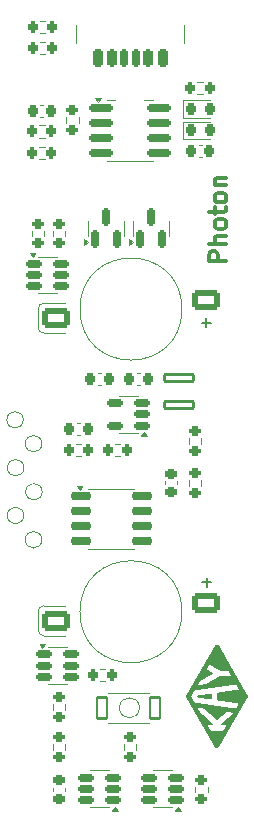
<source format=gbr>
%TF.GenerationSoftware,KiCad,Pcbnew,9.0.3*%
%TF.CreationDate,2025-11-14T23:12:01-05:00*%
%TF.ProjectId,Photon,50686f74-6f6e-42e6-9b69-6361645f7063,1.3*%
%TF.SameCoordinates,Original*%
%TF.FileFunction,Legend,Top*%
%TF.FilePolarity,Positive*%
%FSLAX46Y46*%
G04 Gerber Fmt 4.6, Leading zero omitted, Abs format (unit mm)*
G04 Created by KiCad (PCBNEW 9.0.3) date 2025-11-14 23:12:01*
%MOMM*%
%LPD*%
G01*
G04 APERTURE LIST*
G04 Aperture macros list*
%AMRoundRect*
0 Rectangle with rounded corners*
0 $1 Rounding radius*
0 $2 $3 $4 $5 $6 $7 $8 $9 X,Y pos of 4 corners*
0 Add a 4 corners polygon primitive as box body*
4,1,4,$2,$3,$4,$5,$6,$7,$8,$9,$2,$3,0*
0 Add four circle primitives for the rounded corners*
1,1,$1+$1,$2,$3*
1,1,$1+$1,$4,$5*
1,1,$1+$1,$6,$7*
1,1,$1+$1,$8,$9*
0 Add four rect primitives between the rounded corners*
20,1,$1+$1,$2,$3,$4,$5,0*
20,1,$1+$1,$4,$5,$6,$7,0*
20,1,$1+$1,$6,$7,$8,$9,0*
20,1,$1+$1,$8,$9,$2,$3,0*%
G04 Aperture macros list end*
%ADD10C,0.300000*%
%ADD11C,0.150000*%
%ADD12C,0.120000*%
%ADD13C,0.000000*%
%ADD14C,2.299000*%
%ADD15C,1.500000*%
%ADD16RoundRect,0.218750X-0.218750X-0.256250X0.218750X-0.256250X0.218750X0.256250X-0.218750X0.256250X0*%
%ADD17RoundRect,0.200000X-0.200000X-0.275000X0.200000X-0.275000X0.200000X0.275000X-0.200000X0.275000X0*%
%ADD18RoundRect,0.150000X0.150000X-0.587500X0.150000X0.587500X-0.150000X0.587500X-0.150000X-0.587500X0*%
%ADD19C,3.000000*%
%ADD20RoundRect,0.150000X-0.725000X-0.150000X0.725000X-0.150000X0.725000X0.150000X-0.725000X0.150000X0*%
%ADD21RoundRect,0.225000X0.225000X0.250000X-0.225000X0.250000X-0.225000X-0.250000X0.225000X-0.250000X0*%
%ADD22C,1.000000*%
%ADD23RoundRect,0.175000X0.175000X0.625000X-0.175000X0.625000X-0.175000X-0.625000X0.175000X-0.625000X0*%
%ADD24RoundRect,0.200000X0.200000X0.600000X-0.200000X0.600000X-0.200000X-0.600000X0.200000X-0.600000X0*%
%ADD25RoundRect,0.225000X0.225000X0.575000X-0.225000X0.575000X-0.225000X-0.575000X0.225000X-0.575000X0*%
%ADD26O,1.000000X1.700000*%
%ADD27RoundRect,0.150000X0.512500X0.150000X-0.512500X0.150000X-0.512500X-0.150000X0.512500X-0.150000X0*%
%ADD28RoundRect,0.225000X-0.225000X-0.250000X0.225000X-0.250000X0.225000X0.250000X-0.225000X0.250000X0*%
%ADD29RoundRect,0.225000X-0.250000X0.225000X-0.250000X-0.225000X0.250000X-0.225000X0.250000X0.225000X0*%
%ADD30RoundRect,0.150000X-0.512500X-0.150000X0.512500X-0.150000X0.512500X0.150000X-0.512500X0.150000X0*%
%ADD31RoundRect,0.200000X0.200000X0.275000X-0.200000X0.275000X-0.200000X-0.275000X0.200000X-0.275000X0*%
%ADD32RoundRect,0.105000X-0.420000X-0.895000X0.420000X-0.895000X0.420000X0.895000X-0.420000X0.895000X0*%
%ADD33RoundRect,0.200000X-0.275000X0.200000X-0.275000X-0.200000X0.275000X-0.200000X0.275000X0.200000X0*%
%ADD34RoundRect,0.200000X0.275000X-0.200000X0.275000X0.200000X-0.275000X0.200000X-0.275000X-0.200000X0*%
%ADD35RoundRect,0.120000X1.230000X-0.280000X1.230000X0.280000X-1.230000X0.280000X-1.230000X-0.280000X0*%
%ADD36RoundRect,0.255000X0.945000X0.595000X-0.945000X0.595000X-0.945000X-0.595000X0.945000X-0.595000X0*%
%ADD37RoundRect,0.225000X0.250000X-0.225000X0.250000X0.225000X-0.250000X0.225000X-0.250000X-0.225000X0*%
%ADD38RoundRect,0.150000X-0.825000X-0.150000X0.825000X-0.150000X0.825000X0.150000X-0.825000X0.150000X0*%
%ADD39R,2.290000X3.000000*%
G04 APERTURE END LIST*
D10*
X61043154Y-42981089D02*
X59543154Y-42981089D01*
X59543154Y-42981089D02*
X59543154Y-42409660D01*
X59543154Y-42409660D02*
X59614583Y-42266803D01*
X59614583Y-42266803D02*
X59686011Y-42195374D01*
X59686011Y-42195374D02*
X59828868Y-42123946D01*
X59828868Y-42123946D02*
X60043154Y-42123946D01*
X60043154Y-42123946D02*
X60186011Y-42195374D01*
X60186011Y-42195374D02*
X60257440Y-42266803D01*
X60257440Y-42266803D02*
X60328868Y-42409660D01*
X60328868Y-42409660D02*
X60328868Y-42981089D01*
X61043154Y-41481089D02*
X59543154Y-41481089D01*
X61043154Y-40838232D02*
X60257440Y-40838232D01*
X60257440Y-40838232D02*
X60114583Y-40909660D01*
X60114583Y-40909660D02*
X60043154Y-41052517D01*
X60043154Y-41052517D02*
X60043154Y-41266803D01*
X60043154Y-41266803D02*
X60114583Y-41409660D01*
X60114583Y-41409660D02*
X60186011Y-41481089D01*
X61043154Y-39909660D02*
X60971726Y-40052517D01*
X60971726Y-40052517D02*
X60900297Y-40123946D01*
X60900297Y-40123946D02*
X60757440Y-40195374D01*
X60757440Y-40195374D02*
X60328868Y-40195374D01*
X60328868Y-40195374D02*
X60186011Y-40123946D01*
X60186011Y-40123946D02*
X60114583Y-40052517D01*
X60114583Y-40052517D02*
X60043154Y-39909660D01*
X60043154Y-39909660D02*
X60043154Y-39695374D01*
X60043154Y-39695374D02*
X60114583Y-39552517D01*
X60114583Y-39552517D02*
X60186011Y-39481089D01*
X60186011Y-39481089D02*
X60328868Y-39409660D01*
X60328868Y-39409660D02*
X60757440Y-39409660D01*
X60757440Y-39409660D02*
X60900297Y-39481089D01*
X60900297Y-39481089D02*
X60971726Y-39552517D01*
X60971726Y-39552517D02*
X61043154Y-39695374D01*
X61043154Y-39695374D02*
X61043154Y-39909660D01*
X60043154Y-38981088D02*
X60043154Y-38409660D01*
X59543154Y-38766803D02*
X60828868Y-38766803D01*
X60828868Y-38766803D02*
X60971726Y-38695374D01*
X60971726Y-38695374D02*
X61043154Y-38552517D01*
X61043154Y-38552517D02*
X61043154Y-38409660D01*
X61043154Y-37695374D02*
X60971726Y-37838231D01*
X60971726Y-37838231D02*
X60900297Y-37909660D01*
X60900297Y-37909660D02*
X60757440Y-37981088D01*
X60757440Y-37981088D02*
X60328868Y-37981088D01*
X60328868Y-37981088D02*
X60186011Y-37909660D01*
X60186011Y-37909660D02*
X60114583Y-37838231D01*
X60114583Y-37838231D02*
X60043154Y-37695374D01*
X60043154Y-37695374D02*
X60043154Y-37481088D01*
X60043154Y-37481088D02*
X60114583Y-37338231D01*
X60114583Y-37338231D02*
X60186011Y-37266803D01*
X60186011Y-37266803D02*
X60328868Y-37195374D01*
X60328868Y-37195374D02*
X60757440Y-37195374D01*
X60757440Y-37195374D02*
X60900297Y-37266803D01*
X60900297Y-37266803D02*
X60971726Y-37338231D01*
X60971726Y-37338231D02*
X61043154Y-37481088D01*
X61043154Y-37481088D02*
X61043154Y-37695374D01*
X60043154Y-36552517D02*
X61043154Y-36552517D01*
X60186011Y-36552517D02*
X60114583Y-36481088D01*
X60114583Y-36481088D02*
X60043154Y-36338231D01*
X60043154Y-36338231D02*
X60043154Y-36123945D01*
X60043154Y-36123945D02*
X60114583Y-35981088D01*
X60114583Y-35981088D02*
X60257440Y-35909660D01*
X60257440Y-35909660D02*
X61043154Y-35909660D01*
D11*
X59734220Y-48163133D02*
X58972316Y-48163133D01*
X59353268Y-47782180D02*
X59353268Y-48544085D01*
X59386066Y-70529220D02*
X59386066Y-69767316D01*
X59767019Y-70148268D02*
X59005114Y-70148268D01*
D12*
%TO.C,D2*%
X59626400Y-29338600D02*
X57341400Y-29338600D01*
X57341400Y-30808600D02*
X59626400Y-30808600D01*
X57341400Y-29338600D02*
X57341400Y-30808600D01*
%TO.C,R7*%
X58569142Y-28838100D02*
X59043658Y-28838100D01*
X58569142Y-27793100D02*
X59043658Y-27793100D01*
%TO.C,D1*%
X59626400Y-31136600D02*
X57341400Y-31136600D01*
X57341400Y-32606600D02*
X59626400Y-32606600D01*
X57341400Y-31136600D02*
X57341400Y-32606600D01*
%TO.C,Q1*%
X49340800Y-41345300D02*
X49010800Y-41585300D01*
X49010800Y-41105300D01*
X49340800Y-41345300D01*
G36*
X49340800Y-41345300D02*
G01*
X49010800Y-41585300D01*
X49010800Y-41105300D01*
X49340800Y-41345300D01*
G37*
X52410800Y-40182800D02*
X52410800Y-40832800D01*
X52410800Y-40182800D02*
X52410800Y-39532800D01*
X49290800Y-40182800D02*
X49290800Y-40832800D01*
X49290800Y-40182800D02*
X49290800Y-39532800D01*
%TO.C,U1*%
X51308000Y-62210000D02*
X49358000Y-62210000D01*
X51308000Y-62210000D02*
X53258000Y-62210000D01*
X51308000Y-67330000D02*
X49358000Y-67330000D01*
X51308000Y-67330000D02*
X53258000Y-67330000D01*
X48608000Y-62305000D02*
X48368000Y-61975000D01*
X48848000Y-61975000D01*
X48608000Y-62305000D01*
G36*
X48608000Y-62305000D02*
G01*
X48368000Y-61975000D01*
X48848000Y-61975000D01*
X48608000Y-62305000D01*
G37*
%TO.C,C2*%
X50445580Y-52449000D02*
X50164420Y-52449000D01*
X50445580Y-53469000D02*
X50164420Y-53469000D01*
%TO.C,TP8*%
X43900210Y-60447400D02*
G75*
G02*
X42500210Y-60447400I-700000J0D01*
G01*
X42500210Y-60447400D02*
G75*
G02*
X43900210Y-60447400I700000J0D01*
G01*
%TO.C,J1*%
X48298800Y-24506000D02*
X48298800Y-22987000D01*
X57458800Y-24506000D02*
X57458800Y-22987000D01*
%TO.C,U6*%
X55626000Y-86070000D02*
X54826000Y-86070000D01*
X55626000Y-86070000D02*
X56426000Y-86070000D01*
X55626000Y-89190000D02*
X54826000Y-89190000D01*
X55626000Y-89190000D02*
X56426000Y-89190000D01*
X57166000Y-89470000D02*
X56686000Y-89470000D01*
X56926000Y-89140000D01*
X57166000Y-89470000D01*
G36*
X57166000Y-89470000D02*
G01*
X56686000Y-89470000D01*
X56926000Y-89140000D01*
X57166000Y-89470000D01*
G37*
%TO.C,C4*%
X48667580Y-56640000D02*
X48386420Y-56640000D01*
X48667580Y-57660000D02*
X48386420Y-57660000D01*
%TO.C,TP7*%
X45417224Y-58412074D02*
G75*
G02*
X44017224Y-58412074I-700000J0D01*
G01*
X44017224Y-58412074D02*
G75*
G02*
X45417224Y-58412074I700000J0D01*
G01*
%TO.C,U5*%
X50292000Y-86070000D02*
X49492000Y-86070000D01*
X50292000Y-86070000D02*
X51092000Y-86070000D01*
X50292000Y-89190000D02*
X49492000Y-89190000D01*
X50292000Y-89190000D02*
X51092000Y-89190000D01*
X51832000Y-89470000D02*
X51352000Y-89470000D01*
X51592000Y-89140000D01*
X51832000Y-89470000D01*
G36*
X51832000Y-89470000D02*
G01*
X51352000Y-89470000D01*
X51592000Y-89140000D01*
X51832000Y-89470000D01*
G37*
%TO.C,R9*%
X51591742Y-58405500D02*
X52066258Y-58405500D01*
X51591742Y-59450500D02*
X52066258Y-59450500D01*
D13*
%TO.C,G\u002A\u002A\u002A*%
G36*
X57663800Y-79688050D02*
G01*
X57662550Y-79689300D01*
X57661300Y-79688050D01*
X57662550Y-79686800D01*
X57663800Y-79688050D01*
G37*
G36*
X57671300Y-79965550D02*
G01*
X57670050Y-79966800D01*
X57668800Y-79965550D01*
X57670050Y-79964300D01*
X57671300Y-79965550D01*
G37*
G36*
X57673800Y-79670550D02*
G01*
X57672550Y-79671800D01*
X57671300Y-79670550D01*
X57672550Y-79669300D01*
X57673800Y-79670550D01*
G37*
G36*
X57701300Y-79623050D02*
G01*
X57700050Y-79624300D01*
X57698800Y-79623050D01*
X57700050Y-79621800D01*
X57701300Y-79623050D01*
G37*
G36*
X57708800Y-80030550D02*
G01*
X57707550Y-80031800D01*
X57706300Y-80030550D01*
X57707550Y-80029300D01*
X57708800Y-80030550D01*
G37*
G36*
X57711300Y-79605550D02*
G01*
X57710050Y-79606800D01*
X57708800Y-79605550D01*
X57710050Y-79604300D01*
X57711300Y-79605550D01*
G37*
G36*
X57738800Y-79558050D02*
G01*
X57737550Y-79559300D01*
X57736300Y-79558050D01*
X57737550Y-79556800D01*
X57738800Y-79558050D01*
G37*
G36*
X57743800Y-80090550D02*
G01*
X57742550Y-80091800D01*
X57741300Y-80090550D01*
X57742550Y-80089300D01*
X57743800Y-80090550D01*
G37*
G36*
X57748800Y-79540550D02*
G01*
X57747550Y-79541800D01*
X57746300Y-79540550D01*
X57747550Y-79539300D01*
X57748800Y-79540550D01*
G37*
G36*
X57776300Y-79493050D02*
G01*
X57775050Y-79494300D01*
X57773800Y-79493050D01*
X57775050Y-79491800D01*
X57776300Y-79493050D01*
G37*
G36*
X57786300Y-79475550D02*
G01*
X57785050Y-79476800D01*
X57783800Y-79475550D01*
X57785050Y-79474300D01*
X57786300Y-79475550D01*
G37*
G36*
X57803800Y-79445550D02*
G01*
X57802550Y-79446800D01*
X57801300Y-79445550D01*
X57802550Y-79444300D01*
X57803800Y-79445550D01*
G37*
G36*
X57811300Y-80208050D02*
G01*
X57810050Y-80209300D01*
X57808800Y-80208050D01*
X57810050Y-80206800D01*
X57811300Y-80208050D01*
G37*
G36*
X57813800Y-79428050D02*
G01*
X57812550Y-79429300D01*
X57811300Y-79428050D01*
X57812550Y-79426800D01*
X57813800Y-79428050D01*
G37*
G36*
X57841300Y-79380550D02*
G01*
X57840050Y-79381800D01*
X57838800Y-79380550D01*
X57840050Y-79379300D01*
X57841300Y-79380550D01*
G37*
G36*
X57848800Y-80273050D02*
G01*
X57847550Y-80274300D01*
X57846300Y-80273050D01*
X57847550Y-80271800D01*
X57848800Y-80273050D01*
G37*
G36*
X57851300Y-79363050D02*
G01*
X57850050Y-79364300D01*
X57848800Y-79363050D01*
X57850050Y-79361800D01*
X57851300Y-79363050D01*
G37*
G36*
X57878800Y-79315550D02*
G01*
X57877550Y-79316800D01*
X57876300Y-79315550D01*
X57877550Y-79314300D01*
X57878800Y-79315550D01*
G37*
G36*
X57888800Y-79298050D02*
G01*
X57887550Y-79299300D01*
X57886300Y-79298050D01*
X57887550Y-79296800D01*
X57888800Y-79298050D01*
G37*
G36*
X57913800Y-80385550D02*
G01*
X57912550Y-80386800D01*
X57911300Y-80385550D01*
X57912550Y-80384300D01*
X57913800Y-80385550D01*
G37*
G36*
X57916300Y-79250550D02*
G01*
X57915050Y-79251800D01*
X57913800Y-79250550D01*
X57915050Y-79249300D01*
X57916300Y-79250550D01*
G37*
G36*
X57926300Y-79233050D02*
G01*
X57925050Y-79234300D01*
X57923800Y-79233050D01*
X57925050Y-79231800D01*
X57926300Y-79233050D01*
G37*
G36*
X57943800Y-79203050D02*
G01*
X57942550Y-79204300D01*
X57941300Y-79203050D01*
X57942550Y-79201800D01*
X57943800Y-79203050D01*
G37*
G36*
X57951300Y-80450550D02*
G01*
X57950050Y-80451800D01*
X57948800Y-80450550D01*
X57950050Y-80449300D01*
X57951300Y-80450550D01*
G37*
G36*
X57953800Y-79185550D02*
G01*
X57952550Y-79186800D01*
X57951300Y-79185550D01*
X57952550Y-79184300D01*
X57953800Y-79185550D01*
G37*
G36*
X57981300Y-79138050D02*
G01*
X57980050Y-79139300D01*
X57978800Y-79138050D01*
X57980050Y-79136800D01*
X57981300Y-79138050D01*
G37*
G36*
X57986300Y-80510550D02*
G01*
X57985050Y-80511800D01*
X57983800Y-80510550D01*
X57985050Y-80509300D01*
X57986300Y-80510550D01*
G37*
G36*
X57991300Y-79120550D02*
G01*
X57990050Y-79121800D01*
X57988800Y-79120550D01*
X57990050Y-79119300D01*
X57991300Y-79120550D01*
G37*
G36*
X58018800Y-79073050D02*
G01*
X58017550Y-79074300D01*
X58016300Y-79073050D01*
X58017550Y-79071800D01*
X58018800Y-79073050D01*
G37*
G36*
X58028800Y-79055550D02*
G01*
X58027550Y-79056800D01*
X58026300Y-79055550D01*
X58027550Y-79054300D01*
X58028800Y-79055550D01*
G37*
G36*
X58046300Y-79025550D02*
G01*
X58045050Y-79026800D01*
X58043800Y-79025550D01*
X58045050Y-79024300D01*
X58046300Y-79025550D01*
G37*
G36*
X58053800Y-80628050D02*
G01*
X58052550Y-80629300D01*
X58051300Y-80628050D01*
X58052550Y-80626800D01*
X58053800Y-80628050D01*
G37*
G36*
X58056300Y-79008050D02*
G01*
X58055050Y-79009300D01*
X58053800Y-79008050D01*
X58055050Y-79006800D01*
X58056300Y-79008050D01*
G37*
G36*
X58083800Y-78960550D02*
G01*
X58082550Y-78961800D01*
X58081300Y-78960550D01*
X58082550Y-78959300D01*
X58083800Y-78960550D01*
G37*
G36*
X58091300Y-80693050D02*
G01*
X58090050Y-80694300D01*
X58088800Y-80693050D01*
X58090050Y-80691800D01*
X58091300Y-80693050D01*
G37*
G36*
X58093800Y-78943050D02*
G01*
X58092550Y-78944300D01*
X58091300Y-78943050D01*
X58092550Y-78941800D01*
X58093800Y-78943050D01*
G37*
G36*
X58101300Y-79720550D02*
G01*
X58100050Y-79721800D01*
X58098800Y-79720550D01*
X58100050Y-79719300D01*
X58101300Y-79720550D01*
G37*
G36*
X58111300Y-79938050D02*
G01*
X58110050Y-79939300D01*
X58108800Y-79938050D01*
X58110050Y-79936800D01*
X58111300Y-79938050D01*
G37*
G36*
X58113800Y-79698050D02*
G01*
X58112550Y-79699300D01*
X58111300Y-79698050D01*
X58112550Y-79696800D01*
X58113800Y-79698050D01*
G37*
G36*
X58118800Y-79950550D02*
G01*
X58117550Y-79951800D01*
X58116300Y-79950550D01*
X58117550Y-79949300D01*
X58118800Y-79950550D01*
G37*
G36*
X58121300Y-78895550D02*
G01*
X58120050Y-78896800D01*
X58118800Y-78895550D01*
X58120050Y-78894300D01*
X58121300Y-78895550D01*
G37*
G36*
X58121300Y-79685550D02*
G01*
X58120050Y-79686800D01*
X58118800Y-79685550D01*
X58120050Y-79684300D01*
X58121300Y-79685550D01*
G37*
G36*
X58126300Y-80753050D02*
G01*
X58125050Y-80754300D01*
X58123800Y-80753050D01*
X58125050Y-80751800D01*
X58126300Y-80753050D01*
G37*
G36*
X58128800Y-79968050D02*
G01*
X58127550Y-79969300D01*
X58126300Y-79968050D01*
X58127550Y-79966800D01*
X58128800Y-79968050D01*
G37*
G36*
X58131300Y-78878050D02*
G01*
X58130050Y-78879300D01*
X58128800Y-78878050D01*
X58130050Y-78876800D01*
X58131300Y-78878050D01*
G37*
G36*
X58141300Y-79650550D02*
G01*
X58140050Y-79651800D01*
X58138800Y-79650550D01*
X58140050Y-79649300D01*
X58141300Y-79650550D01*
G37*
G36*
X58148800Y-80003050D02*
G01*
X58147550Y-80004300D01*
X58146300Y-80003050D01*
X58147550Y-80001800D01*
X58148800Y-80003050D01*
G37*
G36*
X58151300Y-79633050D02*
G01*
X58150050Y-79634300D01*
X58148800Y-79633050D01*
X58150050Y-79631800D01*
X58151300Y-79633050D01*
G37*
G36*
X58156300Y-80015550D02*
G01*
X58155050Y-80016800D01*
X58153800Y-80015550D01*
X58155050Y-80014300D01*
X58156300Y-80015550D01*
G37*
G36*
X58158800Y-78830550D02*
G01*
X58157550Y-78831800D01*
X58156300Y-78830550D01*
X58157550Y-78829300D01*
X58158800Y-78830550D01*
G37*
G36*
X58158800Y-79620550D02*
G01*
X58157550Y-79621800D01*
X58156300Y-79620550D01*
X58157550Y-79619300D01*
X58158800Y-79620550D01*
G37*
G36*
X58166300Y-80033050D02*
G01*
X58165050Y-80034300D01*
X58163800Y-80033050D01*
X58165050Y-80031800D01*
X58166300Y-80033050D01*
G37*
G36*
X58168800Y-78813050D02*
G01*
X58167550Y-78814300D01*
X58166300Y-78813050D01*
X58167550Y-78811800D01*
X58168800Y-78813050D01*
G37*
G36*
X58168800Y-79603050D02*
G01*
X58167550Y-79604300D01*
X58166300Y-79603050D01*
X58167550Y-79601800D01*
X58168800Y-79603050D01*
G37*
G36*
X58176300Y-80050550D02*
G01*
X58175050Y-80051800D01*
X58173800Y-80050550D01*
X58175050Y-80049300D01*
X58176300Y-80050550D01*
G37*
G36*
X58178800Y-79585550D02*
G01*
X58177550Y-79586800D01*
X58176300Y-79585550D01*
X58177550Y-79584300D01*
X58178800Y-79585550D01*
G37*
G36*
X58186300Y-78783050D02*
G01*
X58185050Y-78784300D01*
X58183800Y-78783050D01*
X58185050Y-78781800D01*
X58186300Y-78783050D01*
G37*
G36*
X58186300Y-80068050D02*
G01*
X58185050Y-80069300D01*
X58183800Y-80068050D01*
X58185050Y-80066800D01*
X58186300Y-80068050D01*
G37*
G36*
X58188800Y-79568050D02*
G01*
X58187550Y-79569300D01*
X58186300Y-79568050D01*
X58187550Y-79566800D01*
X58188800Y-79568050D01*
G37*
G36*
X58193800Y-80080550D02*
G01*
X58192550Y-80081800D01*
X58191300Y-80080550D01*
X58192550Y-80079300D01*
X58193800Y-80080550D01*
G37*
G36*
X58193800Y-80870550D02*
G01*
X58192550Y-80871800D01*
X58191300Y-80870550D01*
X58192550Y-80869300D01*
X58193800Y-80870550D01*
G37*
G36*
X58196300Y-78765550D02*
G01*
X58195050Y-78766800D01*
X58193800Y-78765550D01*
X58195050Y-78764300D01*
X58196300Y-78765550D01*
G37*
G36*
X58196300Y-79555550D02*
G01*
X58195050Y-79556800D01*
X58193800Y-79555550D01*
X58195050Y-79554300D01*
X58196300Y-79555550D01*
G37*
G36*
X58203800Y-80098050D02*
G01*
X58202550Y-80099300D01*
X58201300Y-80098050D01*
X58202550Y-80096800D01*
X58203800Y-80098050D01*
G37*
G36*
X58206300Y-79538050D02*
G01*
X58205050Y-79539300D01*
X58203800Y-79538050D01*
X58205050Y-79536800D01*
X58206300Y-79538050D01*
G37*
G36*
X58213800Y-80115550D02*
G01*
X58212550Y-80116800D01*
X58211300Y-80115550D01*
X58212550Y-80114300D01*
X58213800Y-80115550D01*
G37*
G36*
X58216300Y-79520550D02*
G01*
X58215050Y-79521800D01*
X58213800Y-79520550D01*
X58215050Y-79519300D01*
X58216300Y-79520550D01*
G37*
G36*
X58221300Y-80128050D02*
G01*
X58220050Y-80129300D01*
X58218800Y-80128050D01*
X58220050Y-80126800D01*
X58221300Y-80128050D01*
G37*
G36*
X58223800Y-78718050D02*
G01*
X58222550Y-78719300D01*
X58221300Y-78718050D01*
X58222550Y-78716800D01*
X58223800Y-78718050D01*
G37*
G36*
X58226300Y-79503050D02*
G01*
X58225050Y-79504300D01*
X58223800Y-79503050D01*
X58225050Y-79501800D01*
X58226300Y-79503050D01*
G37*
G36*
X58231300Y-80145550D02*
G01*
X58230050Y-80146800D01*
X58228800Y-80145550D01*
X58230050Y-80144300D01*
X58231300Y-80145550D01*
G37*
G36*
X58231300Y-80935550D02*
G01*
X58230050Y-80936800D01*
X58228800Y-80935550D01*
X58230050Y-80934300D01*
X58231300Y-80935550D01*
G37*
G36*
X58233800Y-78700550D02*
G01*
X58232550Y-78701800D01*
X58231300Y-78700550D01*
X58232550Y-78699300D01*
X58233800Y-78700550D01*
G37*
G36*
X58233800Y-79490550D02*
G01*
X58232550Y-79491800D01*
X58231300Y-79490550D01*
X58232550Y-79489300D01*
X58233800Y-79490550D01*
G37*
G36*
X58243800Y-79473050D02*
G01*
X58242550Y-79474300D01*
X58241300Y-79473050D01*
X58242550Y-79471800D01*
X58243800Y-79473050D01*
G37*
G36*
X58251300Y-80180550D02*
G01*
X58250050Y-80181800D01*
X58248800Y-80180550D01*
X58250050Y-80179300D01*
X58251300Y-80180550D01*
G37*
G36*
X58253800Y-79455550D02*
G01*
X58252550Y-79456800D01*
X58251300Y-79455550D01*
X58252550Y-79454300D01*
X58253800Y-79455550D01*
G37*
G36*
X58258800Y-80193050D02*
G01*
X58257550Y-80194300D01*
X58256300Y-80193050D01*
X58257550Y-80191800D01*
X58258800Y-80193050D01*
G37*
G36*
X58261300Y-78653050D02*
G01*
X58260050Y-78654300D01*
X58258800Y-78653050D01*
X58260050Y-78651800D01*
X58261300Y-78653050D01*
G37*
G36*
X58261300Y-79443050D02*
G01*
X58260050Y-79444300D01*
X58258800Y-79443050D01*
X58260050Y-79441800D01*
X58261300Y-79443050D01*
G37*
G36*
X58266300Y-80995550D02*
G01*
X58265050Y-80996800D01*
X58263800Y-80995550D01*
X58265050Y-80994300D01*
X58266300Y-80995550D01*
G37*
G36*
X58268800Y-80210550D02*
G01*
X58267550Y-80211800D01*
X58266300Y-80210550D01*
X58267550Y-80209300D01*
X58268800Y-80210550D01*
G37*
G36*
X58271300Y-78635550D02*
G01*
X58270050Y-78636800D01*
X58268800Y-78635550D01*
X58270050Y-78634300D01*
X58271300Y-78635550D01*
G37*
G36*
X58278800Y-80228050D02*
G01*
X58277550Y-80229300D01*
X58276300Y-80228050D01*
X58277550Y-80226800D01*
X58278800Y-80228050D01*
G37*
G36*
X58281300Y-79408050D02*
G01*
X58280050Y-79409300D01*
X58278800Y-79408050D01*
X58280050Y-79406800D01*
X58281300Y-79408050D01*
G37*
G36*
X58288800Y-80245550D02*
G01*
X58287550Y-80246800D01*
X58286300Y-80245550D01*
X58287550Y-80244300D01*
X58288800Y-80245550D01*
G37*
G36*
X58291300Y-79390550D02*
G01*
X58290050Y-79391800D01*
X58288800Y-79390550D01*
X58290050Y-79389300D01*
X58291300Y-79390550D01*
G37*
G36*
X58296300Y-80258050D02*
G01*
X58295050Y-80259300D01*
X58293800Y-80258050D01*
X58295050Y-80256800D01*
X58296300Y-80258050D01*
G37*
G36*
X58298800Y-78588050D02*
G01*
X58297550Y-78589300D01*
X58296300Y-78588050D01*
X58297550Y-78586800D01*
X58298800Y-78588050D01*
G37*
G36*
X58298800Y-79378050D02*
G01*
X58297550Y-79379300D01*
X58296300Y-79378050D01*
X58297550Y-79376800D01*
X58298800Y-79378050D01*
G37*
G36*
X58306300Y-80275550D02*
G01*
X58305050Y-80276800D01*
X58303800Y-80275550D01*
X58305050Y-80274300D01*
X58306300Y-80275550D01*
G37*
G36*
X58308800Y-78570550D02*
G01*
X58307550Y-78571800D01*
X58306300Y-78570550D01*
X58307550Y-78569300D01*
X58308800Y-78570550D01*
G37*
G36*
X58308800Y-79360550D02*
G01*
X58307550Y-79361800D01*
X58306300Y-79360550D01*
X58307550Y-79359300D01*
X58308800Y-79360550D01*
G37*
G36*
X58316300Y-80293050D02*
G01*
X58315050Y-80294300D01*
X58313800Y-80293050D01*
X58315050Y-80291800D01*
X58316300Y-80293050D01*
G37*
G36*
X58318800Y-79343050D02*
G01*
X58317550Y-79344300D01*
X58316300Y-79343050D01*
X58317550Y-79341800D01*
X58318800Y-79343050D01*
G37*
G36*
X58323800Y-80305550D02*
G01*
X58322550Y-80306800D01*
X58321300Y-80305550D01*
X58322550Y-80304300D01*
X58323800Y-80305550D01*
G37*
G36*
X58326300Y-78540550D02*
G01*
X58325050Y-78541800D01*
X58323800Y-78540550D01*
X58325050Y-78539300D01*
X58326300Y-78540550D01*
G37*
G36*
X58331300Y-80318050D02*
G01*
X58330050Y-80319300D01*
X58328800Y-80318050D01*
X58330050Y-80316800D01*
X58331300Y-80318050D01*
G37*
G36*
X58333800Y-81113050D02*
G01*
X58332550Y-81114300D01*
X58331300Y-81113050D01*
X58332550Y-81111800D01*
X58333800Y-81113050D01*
G37*
G36*
X58336300Y-78523050D02*
G01*
X58335050Y-78524300D01*
X58333800Y-78523050D01*
X58335050Y-78521800D01*
X58336300Y-78523050D01*
G37*
G36*
X58341300Y-79313050D02*
G01*
X58340050Y-79314300D01*
X58338800Y-79313050D01*
X58340050Y-79311800D01*
X58341300Y-79313050D01*
G37*
G36*
X58346300Y-80330550D02*
G01*
X58345050Y-80331800D01*
X58343800Y-80330550D01*
X58345050Y-80329300D01*
X58346300Y-80330550D01*
G37*
G36*
X58363800Y-78475550D02*
G01*
X58362550Y-78476800D01*
X58361300Y-78475550D01*
X58362550Y-78474300D01*
X58363800Y-78475550D01*
G37*
G36*
X58371300Y-81178050D02*
G01*
X58370050Y-81179300D01*
X58368800Y-81178050D01*
X58370050Y-81176800D01*
X58371300Y-81178050D01*
G37*
G36*
X58373800Y-78458050D02*
G01*
X58372550Y-78459300D01*
X58371300Y-78458050D01*
X58372550Y-78456800D01*
X58373800Y-78458050D01*
G37*
G36*
X58401300Y-78410550D02*
G01*
X58400050Y-78411800D01*
X58398800Y-78410550D01*
X58400050Y-78409300D01*
X58401300Y-78410550D01*
G37*
G36*
X58411300Y-78393050D02*
G01*
X58410050Y-78394300D01*
X58408800Y-78393050D01*
X58410050Y-78391800D01*
X58411300Y-78393050D01*
G37*
G36*
X58428800Y-78363050D02*
G01*
X58427550Y-78364300D01*
X58426300Y-78363050D01*
X58427550Y-78361800D01*
X58428800Y-78363050D01*
G37*
G36*
X58436300Y-81290550D02*
G01*
X58435050Y-81291800D01*
X58433800Y-81290550D01*
X58435050Y-81289300D01*
X58436300Y-81290550D01*
G37*
G36*
X58438800Y-78345550D02*
G01*
X58437550Y-78346800D01*
X58436300Y-78345550D01*
X58437550Y-78344300D01*
X58438800Y-78345550D01*
G37*
G36*
X58466300Y-78298050D02*
G01*
X58465050Y-78299300D01*
X58463800Y-78298050D01*
X58465050Y-78296800D01*
X58466300Y-78298050D01*
G37*
G36*
X58473800Y-81355550D02*
G01*
X58472550Y-81356800D01*
X58471300Y-81355550D01*
X58472550Y-81354300D01*
X58473800Y-81355550D01*
G37*
G36*
X58476300Y-78280550D02*
G01*
X58475050Y-78281800D01*
X58473800Y-78280550D01*
X58475050Y-78279300D01*
X58476300Y-78280550D01*
G37*
G36*
X58503800Y-78233050D02*
G01*
X58502550Y-78234300D01*
X58501300Y-78233050D01*
X58502550Y-78231800D01*
X58503800Y-78233050D01*
G37*
G36*
X58508800Y-81415550D02*
G01*
X58507550Y-81416800D01*
X58506300Y-81415550D01*
X58507550Y-81414300D01*
X58508800Y-81415550D01*
G37*
G36*
X58513800Y-78215550D02*
G01*
X58512550Y-78216800D01*
X58511300Y-78215550D01*
X58512550Y-78214300D01*
X58513800Y-78215550D01*
G37*
G36*
X58541300Y-78168050D02*
G01*
X58540050Y-78169300D01*
X58538800Y-78168050D01*
X58540050Y-78166800D01*
X58541300Y-78168050D01*
G37*
G36*
X58551300Y-78150550D02*
G01*
X58550050Y-78151800D01*
X58548800Y-78150550D01*
X58550050Y-78149300D01*
X58551300Y-78150550D01*
G37*
G36*
X58566300Y-79775550D02*
G01*
X58565050Y-79776800D01*
X58563800Y-79775550D01*
X58565050Y-79774300D01*
X58566300Y-79775550D01*
G37*
G36*
X58568800Y-78120550D02*
G01*
X58567550Y-78121800D01*
X58566300Y-78120550D01*
X58567550Y-78119300D01*
X58568800Y-78120550D01*
G37*
G36*
X58576300Y-81533050D02*
G01*
X58575050Y-81534300D01*
X58573800Y-81533050D01*
X58575050Y-81531800D01*
X58576300Y-81533050D01*
G37*
G36*
X58578800Y-78103050D02*
G01*
X58577550Y-78104300D01*
X58576300Y-78103050D01*
X58577550Y-78101800D01*
X58578800Y-78103050D01*
G37*
G36*
X58583800Y-79763050D02*
G01*
X58582550Y-79764300D01*
X58581300Y-79763050D01*
X58582550Y-79761800D01*
X58583800Y-79763050D01*
G37*
G36*
X58606300Y-78055550D02*
G01*
X58605050Y-78056800D01*
X58603800Y-78055550D01*
X58605050Y-78054300D01*
X58606300Y-78055550D01*
G37*
G36*
X58608800Y-79895550D02*
G01*
X58607550Y-79896800D01*
X58606300Y-79895550D01*
X58607550Y-79894300D01*
X58608800Y-79895550D01*
G37*
G36*
X58613800Y-81598050D02*
G01*
X58612550Y-81599300D01*
X58611300Y-81598050D01*
X58612550Y-81596800D01*
X58613800Y-81598050D01*
G37*
G36*
X58616300Y-78038050D02*
G01*
X58615050Y-78039300D01*
X58613800Y-78038050D01*
X58615050Y-78036800D01*
X58616300Y-78038050D01*
G37*
G36*
X58618800Y-79903050D02*
G01*
X58617550Y-79904300D01*
X58616300Y-79903050D01*
X58617550Y-79901800D01*
X58618800Y-79903050D01*
G37*
G36*
X58636300Y-78793050D02*
G01*
X58635050Y-78794300D01*
X58633800Y-78793050D01*
X58635050Y-78791800D01*
X58636300Y-78793050D01*
G37*
G36*
X58638800Y-80798050D02*
G01*
X58637550Y-80799300D01*
X58636300Y-80798050D01*
X58637550Y-80796800D01*
X58638800Y-80798050D01*
G37*
G36*
X58641300Y-80855550D02*
G01*
X58640050Y-80856800D01*
X58638800Y-80855550D01*
X58640050Y-80854300D01*
X58641300Y-80855550D01*
G37*
G36*
X58643800Y-77990550D02*
G01*
X58642550Y-77991800D01*
X58641300Y-77990550D01*
X58642550Y-77989300D01*
X58643800Y-77990550D01*
G37*
G36*
X58643800Y-78780550D02*
G01*
X58642550Y-78781800D01*
X58641300Y-78780550D01*
X58642550Y-78779300D01*
X58643800Y-78780550D01*
G37*
G36*
X58648800Y-80788050D02*
G01*
X58647550Y-80789300D01*
X58646300Y-80788050D01*
X58647550Y-80786800D01*
X58648800Y-80788050D01*
G37*
G36*
X58648800Y-81658050D02*
G01*
X58647550Y-81659300D01*
X58646300Y-81658050D01*
X58647550Y-81656800D01*
X58648800Y-81658050D01*
G37*
G36*
X58651300Y-80873050D02*
G01*
X58650050Y-80874300D01*
X58648800Y-80873050D01*
X58650050Y-80871800D01*
X58651300Y-80873050D01*
G37*
G36*
X58653800Y-77973050D02*
G01*
X58652550Y-77974300D01*
X58651300Y-77973050D01*
X58652550Y-77971800D01*
X58653800Y-77973050D01*
G37*
G36*
X58653800Y-80785550D02*
G01*
X58652550Y-80786800D01*
X58651300Y-80785550D01*
X58652550Y-80784300D01*
X58653800Y-80785550D01*
G37*
G36*
X58663800Y-78745550D02*
G01*
X58662550Y-78746800D01*
X58661300Y-78745550D01*
X58662550Y-78744300D01*
X58663800Y-78745550D01*
G37*
G36*
X58671300Y-80908050D02*
G01*
X58670050Y-80909300D01*
X58668800Y-80908050D01*
X58670050Y-80906800D01*
X58671300Y-80908050D01*
G37*
G36*
X58673800Y-78728050D02*
G01*
X58672550Y-78729300D01*
X58671300Y-78728050D01*
X58672550Y-78726800D01*
X58673800Y-78728050D01*
G37*
G36*
X58678800Y-80920550D02*
G01*
X58677550Y-80921800D01*
X58676300Y-80920550D01*
X58677550Y-80919300D01*
X58678800Y-80920550D01*
G37*
G36*
X58681300Y-77925550D02*
G01*
X58680050Y-77926800D01*
X58678800Y-77925550D01*
X58680050Y-77924300D01*
X58681300Y-77925550D01*
G37*
G36*
X58681300Y-78715550D02*
G01*
X58680050Y-78716800D01*
X58678800Y-78715550D01*
X58680050Y-78714300D01*
X58681300Y-78715550D01*
G37*
G36*
X58688800Y-80938050D02*
G01*
X58687550Y-80939300D01*
X58686300Y-80938050D01*
X58687550Y-80936800D01*
X58688800Y-80938050D01*
G37*
G36*
X58691300Y-77908050D02*
G01*
X58690050Y-77909300D01*
X58688800Y-77908050D01*
X58690050Y-77906800D01*
X58691300Y-77908050D01*
G37*
G36*
X58691300Y-78698050D02*
G01*
X58690050Y-78699300D01*
X58688800Y-78698050D01*
X58690050Y-78696800D01*
X58691300Y-78698050D01*
G37*
G36*
X58698800Y-80955550D02*
G01*
X58697550Y-80956800D01*
X58696300Y-80955550D01*
X58697550Y-80954300D01*
X58698800Y-80955550D01*
G37*
G36*
X58701300Y-78680550D02*
G01*
X58700050Y-78681800D01*
X58698800Y-78680550D01*
X58700050Y-78679300D01*
X58701300Y-78680550D01*
G37*
G36*
X58708800Y-77878050D02*
G01*
X58707550Y-77879300D01*
X58706300Y-77878050D01*
X58707550Y-77876800D01*
X58708800Y-77878050D01*
G37*
G36*
X58708800Y-80973050D02*
G01*
X58707550Y-80974300D01*
X58706300Y-80973050D01*
X58707550Y-80971800D01*
X58708800Y-80973050D01*
G37*
G36*
X58711300Y-78663050D02*
G01*
X58710050Y-78664300D01*
X58708800Y-78663050D01*
X58710050Y-78661800D01*
X58711300Y-78663050D01*
G37*
G36*
X58716300Y-80985550D02*
G01*
X58715050Y-80986800D01*
X58713800Y-80985550D01*
X58715050Y-80984300D01*
X58716300Y-80985550D01*
G37*
G36*
X58716300Y-81775550D02*
G01*
X58715050Y-81776800D01*
X58713800Y-81775550D01*
X58715050Y-81774300D01*
X58716300Y-81775550D01*
G37*
G36*
X58718800Y-77860550D02*
G01*
X58717550Y-77861800D01*
X58716300Y-77860550D01*
X58717550Y-77859300D01*
X58718800Y-77860550D01*
G37*
G36*
X58718800Y-78650550D02*
G01*
X58717550Y-78651800D01*
X58716300Y-78650550D01*
X58717550Y-78649300D01*
X58718800Y-78650550D01*
G37*
G36*
X58726300Y-81003050D02*
G01*
X58725050Y-81004300D01*
X58723800Y-81003050D01*
X58725050Y-81001800D01*
X58726300Y-81003050D01*
G37*
G36*
X58728800Y-78633050D02*
G01*
X58727550Y-78634300D01*
X58726300Y-78633050D01*
X58727550Y-78631800D01*
X58728800Y-78633050D01*
G37*
G36*
X58736300Y-81020550D02*
G01*
X58735050Y-81021800D01*
X58733800Y-81020550D01*
X58735050Y-81019300D01*
X58736300Y-81020550D01*
G37*
G36*
X58738800Y-78615550D02*
G01*
X58737550Y-78616800D01*
X58736300Y-78615550D01*
X58737550Y-78614300D01*
X58738800Y-78615550D01*
G37*
G36*
X58743800Y-81033050D02*
G01*
X58742550Y-81034300D01*
X58741300Y-81033050D01*
X58742550Y-81031800D01*
X58743800Y-81033050D01*
G37*
G36*
X58746300Y-77813050D02*
G01*
X58745050Y-77814300D01*
X58743800Y-77813050D01*
X58745050Y-77811800D01*
X58746300Y-77813050D01*
G37*
G36*
X58748800Y-78598050D02*
G01*
X58747550Y-78599300D01*
X58746300Y-78598050D01*
X58747550Y-78596800D01*
X58748800Y-78598050D01*
G37*
G36*
X58753800Y-81050550D02*
G01*
X58752550Y-81051800D01*
X58751300Y-81050550D01*
X58752550Y-81049300D01*
X58753800Y-81050550D01*
G37*
G36*
X58753800Y-81840550D02*
G01*
X58752550Y-81841800D01*
X58751300Y-81840550D01*
X58752550Y-81839300D01*
X58753800Y-81840550D01*
G37*
G36*
X58756300Y-77795550D02*
G01*
X58755050Y-77796800D01*
X58753800Y-77795550D01*
X58755050Y-77794300D01*
X58756300Y-77795550D01*
G37*
G36*
X58756300Y-78585550D02*
G01*
X58755050Y-78586800D01*
X58753800Y-78585550D01*
X58755050Y-78584300D01*
X58756300Y-78585550D01*
G37*
G36*
X58766300Y-78568050D02*
G01*
X58765050Y-78569300D01*
X58763800Y-78568050D01*
X58765050Y-78566800D01*
X58766300Y-78568050D01*
G37*
G36*
X58773800Y-81085550D02*
G01*
X58772550Y-81086800D01*
X58771300Y-81085550D01*
X58772550Y-81084300D01*
X58773800Y-81085550D01*
G37*
G36*
X58776300Y-78550550D02*
G01*
X58775050Y-78551800D01*
X58773800Y-78550550D01*
X58775050Y-78549300D01*
X58776300Y-78550550D01*
G37*
G36*
X58781300Y-81098050D02*
G01*
X58780050Y-81099300D01*
X58778800Y-81098050D01*
X58780050Y-81096800D01*
X58781300Y-81098050D01*
G37*
G36*
X58783800Y-77748050D02*
G01*
X58782550Y-77749300D01*
X58781300Y-77748050D01*
X58782550Y-77746800D01*
X58783800Y-77748050D01*
G37*
G36*
X58791300Y-81115550D02*
G01*
X58790050Y-81116800D01*
X58788800Y-81115550D01*
X58790050Y-81114300D01*
X58791300Y-81115550D01*
G37*
G36*
X58793800Y-77730550D02*
G01*
X58792550Y-77731800D01*
X58791300Y-77730550D01*
X58792550Y-77729300D01*
X58793800Y-77730550D01*
G37*
G36*
X58801300Y-81133050D02*
G01*
X58800050Y-81134300D01*
X58798800Y-81133050D01*
X58800050Y-81131800D01*
X58801300Y-81133050D01*
G37*
G36*
X58803800Y-78523050D02*
G01*
X58802550Y-78524300D01*
X58801300Y-78523050D01*
X58802550Y-78521800D01*
X58803800Y-78523050D01*
G37*
G36*
X58811300Y-81150550D02*
G01*
X58810050Y-81151800D01*
X58808800Y-81150550D01*
X58810050Y-81149300D01*
X58811300Y-81150550D01*
G37*
G36*
X58818800Y-81163050D02*
G01*
X58817550Y-81164300D01*
X58816300Y-81163050D01*
X58817550Y-81161800D01*
X58818800Y-81163050D01*
G37*
G36*
X58821300Y-77683050D02*
G01*
X58820050Y-77684300D01*
X58818800Y-77683050D01*
X58820050Y-77681800D01*
X58821300Y-77683050D01*
G37*
G36*
X58821300Y-78513050D02*
G01*
X58820050Y-78514300D01*
X58818800Y-78513050D01*
X58820050Y-78511800D01*
X58821300Y-78513050D01*
G37*
G36*
X58831300Y-77665550D02*
G01*
X58830050Y-77666800D01*
X58828800Y-77665550D01*
X58830050Y-77664300D01*
X58831300Y-77665550D01*
G37*
G36*
X58833800Y-78505550D02*
G01*
X58832550Y-78506800D01*
X58831300Y-78505550D01*
X58832550Y-78504300D01*
X58833800Y-78505550D01*
G37*
G36*
X58848800Y-77635550D02*
G01*
X58847550Y-77636800D01*
X58846300Y-77635550D01*
X58847550Y-77634300D01*
X58848800Y-77635550D01*
G37*
G36*
X58851300Y-78495550D02*
G01*
X58850050Y-78496800D01*
X58848800Y-78495550D01*
X58850050Y-78494300D01*
X58851300Y-78495550D01*
G37*
G36*
X58856300Y-82018050D02*
G01*
X58855050Y-82019300D01*
X58853800Y-82018050D01*
X58855050Y-82016800D01*
X58856300Y-82018050D01*
G37*
G36*
X58858800Y-77618050D02*
G01*
X58857550Y-77619300D01*
X58856300Y-77618050D01*
X58857550Y-77616800D01*
X58858800Y-77618050D01*
G37*
G36*
X58868800Y-78485550D02*
G01*
X58867550Y-78486800D01*
X58866300Y-78485550D01*
X58867550Y-78484300D01*
X58868800Y-78485550D01*
G37*
G36*
X58881300Y-78478050D02*
G01*
X58880050Y-78479300D01*
X58878800Y-78478050D01*
X58880050Y-78476800D01*
X58881300Y-78478050D01*
G37*
G36*
X58886300Y-77570550D02*
G01*
X58885050Y-77571800D01*
X58883800Y-77570550D01*
X58885050Y-77569300D01*
X58886300Y-77570550D01*
G37*
G36*
X58893800Y-82083050D02*
G01*
X58892550Y-82084300D01*
X58891300Y-82083050D01*
X58892550Y-82081800D01*
X58893800Y-82083050D01*
G37*
G36*
X58896300Y-77553050D02*
G01*
X58895050Y-77554300D01*
X58893800Y-77553050D01*
X58895050Y-77551800D01*
X58896300Y-77553050D01*
G37*
G36*
X58898800Y-78468050D02*
G01*
X58897550Y-78469300D01*
X58896300Y-78468050D01*
X58897550Y-78466800D01*
X58898800Y-78468050D01*
G37*
G36*
X58923800Y-77505550D02*
G01*
X58922550Y-77506800D01*
X58921300Y-77505550D01*
X58922550Y-77504300D01*
X58923800Y-77505550D01*
G37*
G36*
X58933800Y-77488050D02*
G01*
X58932550Y-77489300D01*
X58931300Y-77488050D01*
X58932550Y-77486800D01*
X58933800Y-77488050D01*
G37*
G36*
X58933800Y-78448050D02*
G01*
X58932550Y-78449300D01*
X58931300Y-78448050D01*
X58932550Y-78446800D01*
X58933800Y-78448050D01*
G37*
G36*
X58946300Y-78440550D02*
G01*
X58945050Y-78441800D01*
X58943800Y-78440550D01*
X58945050Y-78439300D01*
X58946300Y-78440550D01*
G37*
G36*
X58951300Y-77458050D02*
G01*
X58950050Y-77459300D01*
X58948800Y-77458050D01*
X58950050Y-77456800D01*
X58951300Y-77458050D01*
G37*
G36*
X58958800Y-82195550D02*
G01*
X58957550Y-82196800D01*
X58956300Y-82195550D01*
X58957550Y-82194300D01*
X58958800Y-82195550D01*
G37*
G36*
X58961300Y-77440550D02*
G01*
X58960050Y-77441800D01*
X58958800Y-77440550D01*
X58960050Y-77439300D01*
X58961300Y-77440550D01*
G37*
G36*
X58963800Y-78430550D02*
G01*
X58962550Y-78431800D01*
X58961300Y-78430550D01*
X58962550Y-78429300D01*
X58963800Y-78430550D01*
G37*
G36*
X58981300Y-78420550D02*
G01*
X58980050Y-78421800D01*
X58978800Y-78420550D01*
X58980050Y-78419300D01*
X58981300Y-78420550D01*
G37*
G36*
X58988800Y-77393050D02*
G01*
X58987550Y-77394300D01*
X58986300Y-77393050D01*
X58987550Y-77391800D01*
X58988800Y-77393050D01*
G37*
G36*
X58996300Y-82260550D02*
G01*
X58995050Y-82261800D01*
X58993800Y-82260550D01*
X58995050Y-82259300D01*
X58996300Y-82260550D01*
G37*
G36*
X58998800Y-77375550D02*
G01*
X58997550Y-77376800D01*
X58996300Y-77375550D01*
X58997550Y-77374300D01*
X58998800Y-77375550D01*
G37*
G36*
X58998800Y-78410550D02*
G01*
X58997550Y-78411800D01*
X58996300Y-78410550D01*
X58997550Y-78409300D01*
X58998800Y-78410550D01*
G37*
G36*
X59011300Y-78403050D02*
G01*
X59010050Y-78404300D01*
X59008800Y-78403050D01*
X59010050Y-78401800D01*
X59011300Y-78403050D01*
G37*
G36*
X59026300Y-77328050D02*
G01*
X59025050Y-77329300D01*
X59023800Y-77328050D01*
X59025050Y-77326800D01*
X59026300Y-77328050D01*
G37*
G36*
X59028800Y-78393050D02*
G01*
X59027550Y-78394300D01*
X59026300Y-78393050D01*
X59027550Y-78391800D01*
X59028800Y-78393050D01*
G37*
G36*
X59031300Y-82320550D02*
G01*
X59030050Y-82321800D01*
X59028800Y-82320550D01*
X59030050Y-82319300D01*
X59031300Y-82320550D01*
G37*
G36*
X59036300Y-77310550D02*
G01*
X59035050Y-77311800D01*
X59033800Y-77310550D01*
X59035050Y-77309300D01*
X59036300Y-77310550D01*
G37*
G36*
X59046300Y-78383050D02*
G01*
X59045050Y-78384300D01*
X59043800Y-78383050D01*
X59045050Y-78381800D01*
X59046300Y-78383050D01*
G37*
G36*
X59063800Y-77263050D02*
G01*
X59062550Y-77264300D01*
X59061300Y-77263050D01*
X59062550Y-77261800D01*
X59063800Y-77263050D01*
G37*
G36*
X59063800Y-78373050D02*
G01*
X59062550Y-78374300D01*
X59061300Y-78373050D01*
X59062550Y-78371800D01*
X59063800Y-78373050D01*
G37*
G36*
X59073800Y-77245550D02*
G01*
X59072550Y-77246800D01*
X59071300Y-77245550D01*
X59072550Y-77244300D01*
X59073800Y-77245550D01*
G37*
G36*
X59076300Y-78365550D02*
G01*
X59075050Y-78366800D01*
X59073800Y-78365550D01*
X59075050Y-78364300D01*
X59076300Y-78365550D01*
G37*
G36*
X59091300Y-77215550D02*
G01*
X59090050Y-77216800D01*
X59088800Y-77215550D01*
X59090050Y-77214300D01*
X59091300Y-77215550D01*
G37*
G36*
X59098800Y-82438050D02*
G01*
X59097550Y-82439300D01*
X59096300Y-82438050D01*
X59097550Y-82436800D01*
X59098800Y-82438050D01*
G37*
G36*
X59101300Y-77198050D02*
G01*
X59100050Y-77199300D01*
X59098800Y-77198050D01*
X59100050Y-77196800D01*
X59101300Y-77198050D01*
G37*
G36*
X59111300Y-78345550D02*
G01*
X59110050Y-78346800D01*
X59108800Y-78345550D01*
X59110050Y-78344300D01*
X59111300Y-78345550D01*
G37*
G36*
X59123800Y-78338050D02*
G01*
X59122550Y-78339300D01*
X59121300Y-78338050D01*
X59122550Y-78336800D01*
X59123800Y-78338050D01*
G37*
G36*
X59128800Y-77150550D02*
G01*
X59127550Y-77151800D01*
X59126300Y-77150550D01*
X59127550Y-77149300D01*
X59128800Y-77150550D01*
G37*
G36*
X59136300Y-82503050D02*
G01*
X59135050Y-82504300D01*
X59133800Y-82503050D01*
X59135050Y-82501800D01*
X59136300Y-82503050D01*
G37*
G36*
X59138800Y-77133050D02*
G01*
X59137550Y-77134300D01*
X59136300Y-77133050D01*
X59137550Y-77131800D01*
X59138800Y-77133050D01*
G37*
G36*
X59141300Y-78328050D02*
G01*
X59140050Y-78329300D01*
X59138800Y-78328050D01*
X59140050Y-78326800D01*
X59141300Y-78328050D01*
G37*
G36*
X59158800Y-78318050D02*
G01*
X59157550Y-78319300D01*
X59156300Y-78318050D01*
X59157550Y-78316800D01*
X59158800Y-78318050D01*
G37*
G36*
X59166300Y-77085550D02*
G01*
X59165050Y-77086800D01*
X59163800Y-77085550D01*
X59165050Y-77084300D01*
X59166300Y-77085550D01*
G37*
G36*
X59171300Y-82563050D02*
G01*
X59170050Y-82564300D01*
X59168800Y-82563050D01*
X59170050Y-82561800D01*
X59171300Y-82563050D01*
G37*
G36*
X59176300Y-77068050D02*
G01*
X59175050Y-77069300D01*
X59173800Y-77068050D01*
X59175050Y-77066800D01*
X59176300Y-77068050D01*
G37*
G36*
X59176300Y-78308050D02*
G01*
X59175050Y-78309300D01*
X59173800Y-78308050D01*
X59175050Y-78306800D01*
X59176300Y-78308050D01*
G37*
G36*
X59188800Y-78300550D02*
G01*
X59187550Y-78301800D01*
X59186300Y-78300550D01*
X59187550Y-78299300D01*
X59188800Y-78300550D01*
G37*
G36*
X59203800Y-77020550D02*
G01*
X59202550Y-77021800D01*
X59201300Y-77020550D01*
X59202550Y-77019300D01*
X59203800Y-77020550D01*
G37*
G36*
X59206300Y-78290550D02*
G01*
X59205050Y-78291800D01*
X59203800Y-78290550D01*
X59205050Y-78289300D01*
X59206300Y-78290550D01*
G37*
G36*
X59213800Y-77003050D02*
G01*
X59212550Y-77004300D01*
X59211300Y-77003050D01*
X59212550Y-77001800D01*
X59213800Y-77003050D01*
G37*
G36*
X59223800Y-78280550D02*
G01*
X59222550Y-78281800D01*
X59221300Y-78280550D01*
X59222550Y-78279300D01*
X59223800Y-78280550D01*
G37*
G36*
X59231300Y-76973050D02*
G01*
X59230050Y-76974300D01*
X59228800Y-76973050D01*
X59230050Y-76971800D01*
X59231300Y-76973050D01*
G37*
G36*
X59238800Y-82680550D02*
G01*
X59237550Y-82681800D01*
X59236300Y-82680550D01*
X59237550Y-82679300D01*
X59238800Y-82680550D01*
G37*
G36*
X59241300Y-76955550D02*
G01*
X59240050Y-76956800D01*
X59238800Y-76955550D01*
X59240050Y-76954300D01*
X59241300Y-76955550D01*
G37*
G36*
X59241300Y-78270550D02*
G01*
X59240050Y-78271800D01*
X59238800Y-78270550D01*
X59240050Y-78269300D01*
X59241300Y-78270550D01*
G37*
G36*
X59253800Y-78263050D02*
G01*
X59252550Y-78264300D01*
X59251300Y-78263050D01*
X59252550Y-78261800D01*
X59253800Y-78263050D01*
G37*
G36*
X59268800Y-76908050D02*
G01*
X59267550Y-76909300D01*
X59266300Y-76908050D01*
X59267550Y-76906800D01*
X59268800Y-76908050D01*
G37*
G36*
X59271300Y-78253050D02*
G01*
X59270050Y-78254300D01*
X59268800Y-78253050D01*
X59270050Y-78251800D01*
X59271300Y-78253050D01*
G37*
G36*
X59276300Y-82745550D02*
G01*
X59275050Y-82746800D01*
X59273800Y-82745550D01*
X59275050Y-82744300D01*
X59276300Y-82745550D01*
G37*
G36*
X59278800Y-76890550D02*
G01*
X59277550Y-76891800D01*
X59276300Y-76890550D01*
X59277550Y-76889300D01*
X59278800Y-76890550D01*
G37*
G36*
X59288800Y-78243050D02*
G01*
X59287550Y-78244300D01*
X59286300Y-78243050D01*
X59287550Y-78241800D01*
X59288800Y-78243050D01*
G37*
G36*
X59306300Y-76843050D02*
G01*
X59305050Y-76844300D01*
X59303800Y-76843050D01*
X59305050Y-76841800D01*
X59306300Y-76843050D01*
G37*
G36*
X59306300Y-78233050D02*
G01*
X59305050Y-78234300D01*
X59303800Y-78233050D01*
X59305050Y-78231800D01*
X59306300Y-78233050D01*
G37*
G36*
X59313800Y-78760550D02*
G01*
X59312550Y-78761800D01*
X59311300Y-78760550D01*
X59312550Y-78759300D01*
X59313800Y-78760550D01*
G37*
G36*
X59316300Y-76825550D02*
G01*
X59315050Y-76826800D01*
X59313800Y-76825550D01*
X59315050Y-76824300D01*
X59316300Y-76825550D01*
G37*
G36*
X59318800Y-78225550D02*
G01*
X59317550Y-78226800D01*
X59316300Y-78225550D01*
X59317550Y-78224300D01*
X59318800Y-78225550D01*
G37*
G36*
X59331300Y-78750550D02*
G01*
X59330050Y-78751800D01*
X59328800Y-78750550D01*
X59330050Y-78749300D01*
X59331300Y-78750550D01*
G37*
G36*
X59333800Y-76795550D02*
G01*
X59332550Y-76796800D01*
X59331300Y-76795550D01*
X59332550Y-76794300D01*
X59333800Y-76795550D01*
G37*
G36*
X59343800Y-76778050D02*
G01*
X59342550Y-76779300D01*
X59341300Y-76778050D01*
X59342550Y-76776800D01*
X59343800Y-76778050D01*
G37*
G36*
X59343800Y-78743050D02*
G01*
X59342550Y-78744300D01*
X59341300Y-78743050D01*
X59342550Y-78741800D01*
X59343800Y-78743050D01*
G37*
G36*
X59353800Y-78205550D02*
G01*
X59352550Y-78206800D01*
X59351300Y-78205550D01*
X59352550Y-78204300D01*
X59353800Y-78205550D01*
G37*
G36*
X59366300Y-78198050D02*
G01*
X59365050Y-78199300D01*
X59363800Y-78198050D01*
X59365050Y-78196800D01*
X59366300Y-78198050D01*
G37*
G36*
X59371300Y-76730550D02*
G01*
X59370050Y-76731800D01*
X59368800Y-76730550D01*
X59370050Y-76729300D01*
X59371300Y-76730550D01*
G37*
G36*
X59378800Y-78723050D02*
G01*
X59377550Y-78724300D01*
X59376300Y-78723050D01*
X59377550Y-78721800D01*
X59378800Y-78723050D01*
G37*
G36*
X59378800Y-82923050D02*
G01*
X59377550Y-82924300D01*
X59376300Y-82923050D01*
X59377550Y-82921800D01*
X59378800Y-82923050D01*
G37*
G36*
X59381300Y-76713050D02*
G01*
X59380050Y-76714300D01*
X59378800Y-76713050D01*
X59380050Y-76711800D01*
X59381300Y-76713050D01*
G37*
G36*
X59383800Y-78188050D02*
G01*
X59382550Y-78189300D01*
X59381300Y-78188050D01*
X59382550Y-78186800D01*
X59383800Y-78188050D01*
G37*
G36*
X59396300Y-78713050D02*
G01*
X59395050Y-78714300D01*
X59393800Y-78713050D01*
X59395050Y-78711800D01*
X59396300Y-78713050D01*
G37*
G36*
X59401300Y-77468050D02*
G01*
X59400050Y-77469300D01*
X59398800Y-77468050D01*
X59400050Y-77466800D01*
X59401300Y-77468050D01*
G37*
G36*
X59401300Y-78178050D02*
G01*
X59400050Y-78179300D01*
X59398800Y-78178050D01*
X59400050Y-78176800D01*
X59401300Y-78178050D01*
G37*
G36*
X59408800Y-76665550D02*
G01*
X59407550Y-76666800D01*
X59406300Y-76665550D01*
X59407550Y-76664300D01*
X59408800Y-76665550D01*
G37*
G36*
X59408800Y-78705550D02*
G01*
X59407550Y-78706800D01*
X59406300Y-78705550D01*
X59407550Y-78704300D01*
X59408800Y-78705550D01*
G37*
G36*
X59411300Y-77450550D02*
G01*
X59410050Y-77451800D01*
X59408800Y-77450550D01*
X59410050Y-77449300D01*
X59411300Y-77450550D01*
G37*
G36*
X59416300Y-82988050D02*
G01*
X59415050Y-82989300D01*
X59413800Y-82988050D01*
X59415050Y-82986800D01*
X59416300Y-82988050D01*
G37*
G36*
X59418800Y-76648050D02*
G01*
X59417550Y-76649300D01*
X59416300Y-76648050D01*
X59417550Y-76646800D01*
X59418800Y-76648050D01*
G37*
G36*
X59418800Y-78168050D02*
G01*
X59417550Y-78169300D01*
X59416300Y-78168050D01*
X59417550Y-78166800D01*
X59418800Y-78168050D01*
G37*
G36*
X59426300Y-78695550D02*
G01*
X59425050Y-78696800D01*
X59423800Y-78695550D01*
X59425050Y-78694300D01*
X59426300Y-78695550D01*
G37*
G36*
X59428800Y-77420550D02*
G01*
X59427550Y-77421800D01*
X59426300Y-77420550D01*
X59427550Y-77419300D01*
X59428800Y-77420550D01*
G37*
G36*
X59431300Y-78160550D02*
G01*
X59430050Y-78161800D01*
X59428800Y-78160550D01*
X59430050Y-78159300D01*
X59431300Y-78160550D01*
G37*
G36*
X59438800Y-77403050D02*
G01*
X59437550Y-77404300D01*
X59436300Y-77403050D01*
X59437550Y-77401800D01*
X59438800Y-77403050D01*
G37*
G36*
X59443800Y-77563050D02*
G01*
X59442550Y-77564300D01*
X59441300Y-77563050D01*
X59442550Y-77561800D01*
X59443800Y-77563050D01*
G37*
G36*
X59443800Y-78685550D02*
G01*
X59442550Y-78686800D01*
X59441300Y-78685550D01*
X59442550Y-78684300D01*
X59443800Y-78685550D01*
G37*
G36*
X59446300Y-76600550D02*
G01*
X59445050Y-76601800D01*
X59443800Y-76600550D01*
X59445050Y-76599300D01*
X59446300Y-76600550D01*
G37*
G36*
X59446300Y-77390550D02*
G01*
X59445050Y-77391800D01*
X59443800Y-77390550D01*
X59445050Y-77389300D01*
X59446300Y-77390550D01*
G37*
G36*
X59448800Y-78150550D02*
G01*
X59447550Y-78151800D01*
X59446300Y-78150550D01*
X59447550Y-78149300D01*
X59448800Y-78150550D01*
G37*
G36*
X59456300Y-76583050D02*
G01*
X59455050Y-76584300D01*
X59453800Y-76583050D01*
X59455050Y-76581800D01*
X59456300Y-76583050D01*
G37*
G36*
X59456300Y-77373050D02*
G01*
X59455050Y-77374300D01*
X59453800Y-77373050D01*
X59455050Y-77371800D01*
X59456300Y-77373050D01*
G37*
G36*
X59456300Y-77570550D02*
G01*
X59455050Y-77571800D01*
X59453800Y-77570550D01*
X59455050Y-77569300D01*
X59456300Y-77570550D01*
G37*
G36*
X59461300Y-78675550D02*
G01*
X59460050Y-78676800D01*
X59458800Y-78675550D01*
X59460050Y-78674300D01*
X59461300Y-78675550D01*
G37*
G36*
X59466300Y-77355550D02*
G01*
X59465050Y-77356800D01*
X59463800Y-77355550D01*
X59465050Y-77354300D01*
X59466300Y-77355550D01*
G37*
G36*
X59466300Y-78140550D02*
G01*
X59465050Y-78141800D01*
X59463800Y-78140550D01*
X59465050Y-78139300D01*
X59466300Y-78140550D01*
G37*
G36*
X59473800Y-76553050D02*
G01*
X59472550Y-76554300D01*
X59471300Y-76553050D01*
X59472550Y-76551800D01*
X59473800Y-76553050D01*
G37*
G36*
X59473800Y-77580550D02*
G01*
X59472550Y-77581800D01*
X59471300Y-77580550D01*
X59472550Y-77579300D01*
X59473800Y-77580550D01*
G37*
G36*
X59473800Y-78668050D02*
G01*
X59472550Y-78669300D01*
X59471300Y-78668050D01*
X59472550Y-78666800D01*
X59473800Y-78668050D01*
G37*
G36*
X59476300Y-77338050D02*
G01*
X59475050Y-77339300D01*
X59473800Y-77338050D01*
X59475050Y-77336800D01*
X59476300Y-77338050D01*
G37*
G36*
X59481300Y-83100550D02*
G01*
X59480050Y-83101800D01*
X59478800Y-83100550D01*
X59480050Y-83099300D01*
X59481300Y-83100550D01*
G37*
G36*
X59483800Y-76535550D02*
G01*
X59482550Y-76536800D01*
X59481300Y-76535550D01*
X59482550Y-76534300D01*
X59483800Y-76535550D01*
G37*
G36*
X59483800Y-77325550D02*
G01*
X59482550Y-77326800D01*
X59481300Y-77325550D01*
X59482550Y-77324300D01*
X59483800Y-77325550D01*
G37*
G36*
X59483800Y-78130550D02*
G01*
X59482550Y-78131800D01*
X59481300Y-78130550D01*
X59482550Y-78129300D01*
X59483800Y-78130550D01*
G37*
G36*
X59491300Y-77590550D02*
G01*
X59490050Y-77591800D01*
X59488800Y-77590550D01*
X59490050Y-77589300D01*
X59491300Y-77590550D01*
G37*
G36*
X59491300Y-78658050D02*
G01*
X59490050Y-78659300D01*
X59488800Y-78658050D01*
X59490050Y-78656800D01*
X59491300Y-78658050D01*
G37*
G36*
X59491300Y-82328050D02*
G01*
X59490050Y-82329300D01*
X59488800Y-82328050D01*
X59490050Y-82326800D01*
X59491300Y-82328050D01*
G37*
G36*
X59493800Y-77308050D02*
G01*
X59492550Y-77309300D01*
X59491300Y-77308050D01*
X59492550Y-77306800D01*
X59493800Y-77308050D01*
G37*
G36*
X59496300Y-78123050D02*
G01*
X59495050Y-78124300D01*
X59493800Y-78123050D01*
X59495050Y-78121800D01*
X59496300Y-78123050D01*
G37*
G36*
X59501300Y-82345550D02*
G01*
X59500050Y-82346800D01*
X59498800Y-82345550D01*
X59500050Y-82344300D01*
X59501300Y-82345550D01*
G37*
G36*
X59503800Y-77290550D02*
G01*
X59502550Y-77291800D01*
X59501300Y-77290550D01*
X59502550Y-77289300D01*
X59503800Y-77290550D01*
G37*
G36*
X59508800Y-77600550D02*
G01*
X59507550Y-77601800D01*
X59506300Y-77600550D01*
X59507550Y-77599300D01*
X59508800Y-77600550D01*
G37*
G36*
X59508800Y-78648050D02*
G01*
X59507550Y-78649300D01*
X59506300Y-78648050D01*
X59507550Y-78646800D01*
X59508800Y-78648050D01*
G37*
G36*
X59508800Y-82358050D02*
G01*
X59507550Y-82359300D01*
X59506300Y-82358050D01*
X59507550Y-82356800D01*
X59508800Y-82358050D01*
G37*
G36*
X59511300Y-76488050D02*
G01*
X59510050Y-76489300D01*
X59508800Y-76488050D01*
X59510050Y-76486800D01*
X59511300Y-76488050D01*
G37*
G36*
X59513800Y-77273050D02*
G01*
X59512550Y-77274300D01*
X59511300Y-77273050D01*
X59512550Y-77271800D01*
X59513800Y-77273050D01*
G37*
G36*
X59513800Y-78113050D02*
G01*
X59512550Y-78114300D01*
X59511300Y-78113050D01*
X59512550Y-78111800D01*
X59513800Y-78113050D01*
G37*
G36*
X59518800Y-82375550D02*
G01*
X59517550Y-82376800D01*
X59516300Y-82375550D01*
X59517550Y-82374300D01*
X59518800Y-82375550D01*
G37*
G36*
X59518800Y-83165550D02*
G01*
X59517550Y-83166800D01*
X59516300Y-83165550D01*
X59517550Y-83164300D01*
X59518800Y-83165550D01*
G37*
G36*
X59521300Y-76470550D02*
G01*
X59520050Y-76471800D01*
X59518800Y-76470550D01*
X59520050Y-76469300D01*
X59521300Y-76470550D01*
G37*
G36*
X59521300Y-77260550D02*
G01*
X59520050Y-77261800D01*
X59518800Y-77260550D01*
X59520050Y-77259300D01*
X59521300Y-77260550D01*
G37*
G36*
X59521300Y-77608050D02*
G01*
X59520050Y-77609300D01*
X59518800Y-77608050D01*
X59520050Y-77606800D01*
X59521300Y-77608050D01*
G37*
G36*
X59521300Y-78640550D02*
G01*
X59520050Y-78641800D01*
X59518800Y-78640550D01*
X59520050Y-78639300D01*
X59521300Y-78640550D01*
G37*
G36*
X59531300Y-77243050D02*
G01*
X59530050Y-77244300D01*
X59528800Y-77243050D01*
X59530050Y-77241800D01*
X59531300Y-77243050D01*
G37*
G36*
X59531300Y-78103050D02*
G01*
X59530050Y-78104300D01*
X59528800Y-78103050D01*
X59530050Y-78101800D01*
X59531300Y-78103050D01*
G37*
G36*
X59538800Y-77618050D02*
G01*
X59537550Y-77619300D01*
X59536300Y-77618050D01*
X59537550Y-77616800D01*
X59538800Y-77618050D01*
G37*
G36*
X59538800Y-78630550D02*
G01*
X59537550Y-78631800D01*
X59536300Y-78630550D01*
X59537550Y-78629300D01*
X59538800Y-78630550D01*
G37*
G36*
X59538800Y-82410550D02*
G01*
X59537550Y-82411800D01*
X59536300Y-82410550D01*
X59537550Y-82409300D01*
X59538800Y-82410550D01*
G37*
G36*
X59541300Y-77225550D02*
G01*
X59540050Y-77226800D01*
X59538800Y-77225550D01*
X59540050Y-77224300D01*
X59541300Y-77225550D01*
G37*
G36*
X59546300Y-82423050D02*
G01*
X59545050Y-82424300D01*
X59543800Y-82423050D01*
X59545050Y-82421800D01*
X59546300Y-82423050D01*
G37*
G36*
X59548800Y-76423050D02*
G01*
X59547550Y-76424300D01*
X59546300Y-76423050D01*
X59547550Y-76421800D01*
X59548800Y-76423050D01*
G37*
G36*
X59548800Y-77213050D02*
G01*
X59547550Y-77214300D01*
X59546300Y-77213050D01*
X59547550Y-77211800D01*
X59548800Y-77213050D01*
G37*
G36*
X59548800Y-78093050D02*
G01*
X59547550Y-78094300D01*
X59546300Y-78093050D01*
X59547550Y-78091800D01*
X59548800Y-78093050D01*
G37*
G36*
X59553800Y-83225550D02*
G01*
X59552550Y-83226800D01*
X59551300Y-83225550D01*
X59552550Y-83224300D01*
X59553800Y-83225550D01*
G37*
G36*
X59556300Y-77628050D02*
G01*
X59555050Y-77629300D01*
X59553800Y-77628050D01*
X59555050Y-77626800D01*
X59556300Y-77628050D01*
G37*
G36*
X59556300Y-78620550D02*
G01*
X59555050Y-78621800D01*
X59553800Y-78620550D01*
X59555050Y-78619300D01*
X59556300Y-78620550D01*
G37*
G36*
X59556300Y-82440550D02*
G01*
X59555050Y-82441800D01*
X59553800Y-82440550D01*
X59555050Y-82439300D01*
X59556300Y-82440550D01*
G37*
G36*
X59558800Y-76405550D02*
G01*
X59557550Y-76406800D01*
X59556300Y-76405550D01*
X59557550Y-76404300D01*
X59558800Y-76405550D01*
G37*
G36*
X59561300Y-78085550D02*
G01*
X59560050Y-78086800D01*
X59558800Y-78085550D01*
X59560050Y-78084300D01*
X59561300Y-78085550D01*
G37*
G36*
X59566300Y-82458050D02*
G01*
X59565050Y-82459300D01*
X59563800Y-82458050D01*
X59565050Y-82456800D01*
X59566300Y-82458050D01*
G37*
G36*
X59568800Y-77178050D02*
G01*
X59567550Y-77179300D01*
X59566300Y-77178050D01*
X59567550Y-77176800D01*
X59568800Y-77178050D01*
G37*
G36*
X59568800Y-77635550D02*
G01*
X59567550Y-77636800D01*
X59566300Y-77635550D01*
X59567550Y-77634300D01*
X59568800Y-77635550D01*
G37*
G36*
X59573800Y-78610550D02*
G01*
X59572550Y-78611800D01*
X59571300Y-78610550D01*
X59572550Y-78609300D01*
X59573800Y-78610550D01*
G37*
G36*
X59576300Y-82475550D02*
G01*
X59575050Y-82476800D01*
X59573800Y-82475550D01*
X59575050Y-82474300D01*
X59576300Y-82475550D01*
G37*
G36*
X59583800Y-82488050D02*
G01*
X59582550Y-82489300D01*
X59581300Y-82488050D01*
X59582550Y-82486800D01*
X59583800Y-82488050D01*
G37*
G36*
X59586300Y-76358050D02*
G01*
X59585050Y-76359300D01*
X59583800Y-76358050D01*
X59585050Y-76356800D01*
X59586300Y-76358050D01*
G37*
G36*
X59586300Y-77645550D02*
G01*
X59585050Y-77646800D01*
X59583800Y-77645550D01*
X59585050Y-77644300D01*
X59586300Y-77645550D01*
G37*
G36*
X59586300Y-78603050D02*
G01*
X59585050Y-78604300D01*
X59583800Y-78603050D01*
X59585050Y-78601800D01*
X59586300Y-78603050D01*
G37*
G36*
X59593800Y-82505550D02*
G01*
X59592550Y-82506800D01*
X59591300Y-82505550D01*
X59592550Y-82504300D01*
X59593800Y-82505550D01*
G37*
G36*
X59596300Y-76340550D02*
G01*
X59595050Y-76341800D01*
X59593800Y-76340550D01*
X59595050Y-76339300D01*
X59596300Y-76340550D01*
G37*
G36*
X59596300Y-78065550D02*
G01*
X59595050Y-78066800D01*
X59593800Y-78065550D01*
X59595050Y-78064300D01*
X59596300Y-78065550D01*
G37*
G36*
X59603800Y-82523050D02*
G01*
X59602550Y-82524300D01*
X59601300Y-82523050D01*
X59602550Y-82521800D01*
X59603800Y-82523050D01*
G37*
G36*
X59608800Y-78058050D02*
G01*
X59607550Y-78059300D01*
X59606300Y-78058050D01*
X59607550Y-78056800D01*
X59608800Y-78058050D01*
G37*
G36*
X59613800Y-76310550D02*
G01*
X59612550Y-76311800D01*
X59611300Y-76310550D01*
X59612550Y-76309300D01*
X59613800Y-76310550D01*
G37*
G36*
X59613800Y-82540550D02*
G01*
X59612550Y-82541800D01*
X59611300Y-82540550D01*
X59612550Y-82539300D01*
X59613800Y-82540550D01*
G37*
G36*
X59621300Y-77665550D02*
G01*
X59620050Y-77666800D01*
X59618800Y-77665550D01*
X59620050Y-77664300D01*
X59621300Y-77665550D01*
G37*
G36*
X59621300Y-78583050D02*
G01*
X59620050Y-78584300D01*
X59618800Y-78583050D01*
X59620050Y-78581800D01*
X59621300Y-78583050D01*
G37*
G36*
X59621300Y-82553050D02*
G01*
X59620050Y-82554300D01*
X59618800Y-82553050D01*
X59620050Y-82551800D01*
X59621300Y-82553050D01*
G37*
G36*
X59621300Y-83343050D02*
G01*
X59620050Y-83344300D01*
X59618800Y-83343050D01*
X59620050Y-83341800D01*
X59621300Y-83343050D01*
G37*
G36*
X59623800Y-76293050D02*
G01*
X59622550Y-76294300D01*
X59621300Y-76293050D01*
X59622550Y-76291800D01*
X59623800Y-76293050D01*
G37*
G36*
X59626300Y-78048050D02*
G01*
X59625050Y-78049300D01*
X59623800Y-78048050D01*
X59625050Y-78046800D01*
X59626300Y-78048050D01*
G37*
G36*
X59631300Y-82570550D02*
G01*
X59630050Y-82571800D01*
X59628800Y-82570550D01*
X59630050Y-82569300D01*
X59631300Y-82570550D01*
G37*
G36*
X59633800Y-77673050D02*
G01*
X59632550Y-77674300D01*
X59631300Y-77673050D01*
X59632550Y-77671800D01*
X59633800Y-77673050D01*
G37*
G36*
X59638800Y-78573050D02*
G01*
X59637550Y-78574300D01*
X59636300Y-78573050D01*
X59637550Y-78571800D01*
X59638800Y-78573050D01*
G37*
G36*
X59641300Y-82588050D02*
G01*
X59640050Y-82589300D01*
X59638800Y-82588050D01*
X59640050Y-82586800D01*
X59641300Y-82588050D01*
G37*
G36*
X59643800Y-78038050D02*
G01*
X59642550Y-78039300D01*
X59641300Y-78038050D01*
X59642550Y-78036800D01*
X59643800Y-78038050D01*
G37*
G36*
X59646300Y-77148050D02*
G01*
X59645050Y-77149300D01*
X59643800Y-77148050D01*
X59645050Y-77146800D01*
X59646300Y-77148050D01*
G37*
G36*
X59648800Y-82600550D02*
G01*
X59647550Y-82601800D01*
X59646300Y-82600550D01*
X59647550Y-82599300D01*
X59648800Y-82600550D01*
G37*
G36*
X59651300Y-76245550D02*
G01*
X59650050Y-76246800D01*
X59648800Y-76245550D01*
X59650050Y-76244300D01*
X59651300Y-76245550D01*
G37*
G36*
X59651300Y-77683050D02*
G01*
X59650050Y-77684300D01*
X59648800Y-77683050D01*
X59650050Y-77681800D01*
X59651300Y-77683050D01*
G37*
G36*
X59651300Y-78565550D02*
G01*
X59650050Y-78566800D01*
X59648800Y-78565550D01*
X59650050Y-78564300D01*
X59651300Y-78565550D01*
G37*
G36*
X59658800Y-82618050D02*
G01*
X59657550Y-82619300D01*
X59656300Y-82618050D01*
X59657550Y-82616800D01*
X59658800Y-82618050D01*
G37*
G36*
X59658800Y-83408050D02*
G01*
X59657550Y-83409300D01*
X59656300Y-83408050D01*
X59657550Y-83406800D01*
X59658800Y-83408050D01*
G37*
G36*
X59661300Y-76228050D02*
G01*
X59660050Y-76229300D01*
X59658800Y-76228050D01*
X59660050Y-76226800D01*
X59661300Y-76228050D01*
G37*
G36*
X59661300Y-78028050D02*
G01*
X59660050Y-78029300D01*
X59658800Y-78028050D01*
X59660050Y-78026800D01*
X59661300Y-78028050D01*
G37*
G36*
X59663800Y-77158050D02*
G01*
X59662550Y-77159300D01*
X59661300Y-77158050D01*
X59662550Y-77156800D01*
X59663800Y-77158050D01*
G37*
G36*
X59668800Y-77693050D02*
G01*
X59667550Y-77694300D01*
X59666300Y-77693050D01*
X59667550Y-77691800D01*
X59668800Y-77693050D01*
G37*
G36*
X59668800Y-78555550D02*
G01*
X59667550Y-78556800D01*
X59666300Y-78555550D01*
X59667550Y-78554300D01*
X59668800Y-78555550D01*
G37*
G36*
X59673800Y-78020550D02*
G01*
X59672550Y-78021800D01*
X59671300Y-78020550D01*
X59672550Y-78019300D01*
X59673800Y-78020550D01*
G37*
G36*
X59676300Y-77165550D02*
G01*
X59675050Y-77166800D01*
X59673800Y-77165550D01*
X59675050Y-77164300D01*
X59676300Y-77165550D01*
G37*
G36*
X59678800Y-82653050D02*
G01*
X59677550Y-82654300D01*
X59676300Y-82653050D01*
X59677550Y-82651800D01*
X59678800Y-82653050D01*
G37*
G36*
X59686300Y-77703050D02*
G01*
X59685050Y-77704300D01*
X59683800Y-77703050D01*
X59685050Y-77701800D01*
X59686300Y-77703050D01*
G37*
G36*
X59686300Y-78545550D02*
G01*
X59685050Y-78546800D01*
X59683800Y-78545550D01*
X59685050Y-78544300D01*
X59686300Y-78545550D01*
G37*
G36*
X59686300Y-82665550D02*
G01*
X59685050Y-82666800D01*
X59683800Y-82665550D01*
X59685050Y-82664300D01*
X59686300Y-82665550D01*
G37*
G36*
X59688800Y-76180550D02*
G01*
X59687550Y-76181800D01*
X59686300Y-76180550D01*
X59687550Y-76179300D01*
X59688800Y-76180550D01*
G37*
G36*
X59691300Y-78010550D02*
G01*
X59690050Y-78011800D01*
X59688800Y-78010550D01*
X59690050Y-78009300D01*
X59691300Y-78010550D01*
G37*
G36*
X59693800Y-77175550D02*
G01*
X59692550Y-77176800D01*
X59691300Y-77175550D01*
X59692550Y-77174300D01*
X59693800Y-77175550D01*
G37*
G36*
X59693800Y-83468050D02*
G01*
X59692550Y-83469300D01*
X59691300Y-83468050D01*
X59692550Y-83466800D01*
X59693800Y-83468050D01*
G37*
G36*
X59696300Y-82683050D02*
G01*
X59695050Y-82684300D01*
X59693800Y-82683050D01*
X59695050Y-82681800D01*
X59696300Y-82683050D01*
G37*
G36*
X59698800Y-76163050D02*
G01*
X59697550Y-76164300D01*
X59696300Y-76163050D01*
X59697550Y-76161800D01*
X59698800Y-76163050D01*
G37*
G36*
X59698800Y-77710550D02*
G01*
X59697550Y-77711800D01*
X59696300Y-77710550D01*
X59697550Y-77709300D01*
X59698800Y-77710550D01*
G37*
G36*
X59703800Y-78535550D02*
G01*
X59702550Y-78536800D01*
X59701300Y-78535550D01*
X59702550Y-78534300D01*
X59703800Y-78535550D01*
G37*
G36*
X59703800Y-82695550D02*
G01*
X59702550Y-82696800D01*
X59701300Y-82695550D01*
X59702550Y-82694300D01*
X59703800Y-82695550D01*
G37*
G36*
X59708800Y-78000550D02*
G01*
X59707550Y-78001800D01*
X59706300Y-78000550D01*
X59707550Y-77999300D01*
X59708800Y-78000550D01*
G37*
G36*
X59711300Y-77185550D02*
G01*
X59710050Y-77186800D01*
X59708800Y-77185550D01*
X59710050Y-77184300D01*
X59711300Y-77185550D01*
G37*
G36*
X59716300Y-77720550D02*
G01*
X59715050Y-77721800D01*
X59713800Y-77720550D01*
X59715050Y-77719300D01*
X59716300Y-77720550D01*
G37*
G36*
X59716300Y-78528050D02*
G01*
X59715050Y-78529300D01*
X59713800Y-78528050D01*
X59715050Y-78526800D01*
X59716300Y-78528050D01*
G37*
G36*
X59723800Y-77193050D02*
G01*
X59722550Y-77194300D01*
X59721300Y-77193050D01*
X59722550Y-77191800D01*
X59723800Y-77193050D01*
G37*
G36*
X59726300Y-76115550D02*
G01*
X59725050Y-76116800D01*
X59723800Y-76115550D01*
X59725050Y-76114300D01*
X59726300Y-76115550D01*
G37*
G36*
X59726300Y-77990550D02*
G01*
X59725050Y-77991800D01*
X59723800Y-77990550D01*
X59725050Y-77989300D01*
X59726300Y-77990550D01*
G37*
G36*
X59733800Y-77730550D02*
G01*
X59732550Y-77731800D01*
X59731300Y-77730550D01*
X59732550Y-77729300D01*
X59733800Y-77730550D01*
G37*
G36*
X59733800Y-78518050D02*
G01*
X59732550Y-78519300D01*
X59731300Y-78518050D01*
X59732550Y-78516800D01*
X59733800Y-78518050D01*
G37*
G36*
X59736300Y-76098050D02*
G01*
X59735050Y-76099300D01*
X59733800Y-76098050D01*
X59735050Y-76096800D01*
X59736300Y-76098050D01*
G37*
G36*
X59738800Y-77983050D02*
G01*
X59737550Y-77984300D01*
X59736300Y-77983050D01*
X59737550Y-77981800D01*
X59738800Y-77983050D01*
G37*
G36*
X59741300Y-77203050D02*
G01*
X59740050Y-77204300D01*
X59738800Y-77203050D01*
X59740050Y-77201800D01*
X59741300Y-77203050D01*
G37*
G36*
X59746300Y-77738050D02*
G01*
X59745050Y-77739300D01*
X59743800Y-77738050D01*
X59745050Y-77736800D01*
X59746300Y-77738050D01*
G37*
G36*
X59751300Y-78508050D02*
G01*
X59750050Y-78509300D01*
X59748800Y-78508050D01*
X59750050Y-78506800D01*
X59751300Y-78508050D01*
G37*
G36*
X59753800Y-76068050D02*
G01*
X59752550Y-76069300D01*
X59751300Y-76068050D01*
X59752550Y-76066800D01*
X59753800Y-76068050D01*
G37*
G36*
X59756300Y-77973050D02*
G01*
X59755050Y-77974300D01*
X59753800Y-77973050D01*
X59755050Y-77971800D01*
X59756300Y-77973050D01*
G37*
G36*
X59758800Y-77213050D02*
G01*
X59757550Y-77214300D01*
X59756300Y-77213050D01*
X59757550Y-77211800D01*
X59758800Y-77213050D01*
G37*
G36*
X59761300Y-83585550D02*
G01*
X59760050Y-83586800D01*
X59758800Y-83585550D01*
X59760050Y-83584300D01*
X59761300Y-83585550D01*
G37*
G36*
X59763800Y-76050550D02*
G01*
X59762550Y-76051800D01*
X59761300Y-76050550D01*
X59762550Y-76049300D01*
X59763800Y-76050550D01*
G37*
G36*
X59763800Y-77748050D02*
G01*
X59762550Y-77749300D01*
X59761300Y-77748050D01*
X59762550Y-77746800D01*
X59763800Y-77748050D01*
G37*
G36*
X59763800Y-78500550D02*
G01*
X59762550Y-78501800D01*
X59761300Y-78500550D01*
X59762550Y-78499300D01*
X59763800Y-78500550D01*
G37*
G36*
X59766300Y-80063050D02*
G01*
X59765050Y-80064300D01*
X59763800Y-80063050D01*
X59765050Y-80061800D01*
X59766300Y-80063050D01*
G37*
G36*
X59773800Y-77963050D02*
G01*
X59772550Y-77964300D01*
X59771300Y-77963050D01*
X59772550Y-77961800D01*
X59773800Y-77963050D01*
G37*
G36*
X59776300Y-77223050D02*
G01*
X59775050Y-77224300D01*
X59773800Y-77223050D01*
X59775050Y-77221800D01*
X59776300Y-77223050D01*
G37*
G36*
X59781300Y-77758050D02*
G01*
X59780050Y-77759300D01*
X59778800Y-77758050D01*
X59780050Y-77756800D01*
X59781300Y-77758050D01*
G37*
G36*
X59788800Y-77230550D02*
G01*
X59787550Y-77231800D01*
X59786300Y-77230550D01*
X59787550Y-77229300D01*
X59788800Y-77230550D01*
G37*
G36*
X59791300Y-76003050D02*
G01*
X59790050Y-76004300D01*
X59788800Y-76003050D01*
X59790050Y-76001800D01*
X59791300Y-76003050D01*
G37*
G36*
X59791300Y-77953050D02*
G01*
X59790050Y-77954300D01*
X59788800Y-77953050D01*
X59790050Y-77951800D01*
X59791300Y-77953050D01*
G37*
G36*
X59798800Y-77768050D02*
G01*
X59797550Y-77769300D01*
X59796300Y-77768050D01*
X59797550Y-77766800D01*
X59798800Y-77768050D01*
G37*
G36*
X59798800Y-78480550D02*
G01*
X59797550Y-78481800D01*
X59796300Y-78480550D01*
X59797550Y-78479300D01*
X59798800Y-78480550D01*
G37*
G36*
X59798800Y-83650550D02*
G01*
X59797550Y-83651800D01*
X59796300Y-83650550D01*
X59797550Y-83649300D01*
X59798800Y-83650550D01*
G37*
G36*
X59801300Y-75985550D02*
G01*
X59800050Y-75986800D01*
X59798800Y-75985550D01*
X59800050Y-75984300D01*
X59801300Y-75985550D01*
G37*
G36*
X59803800Y-77945550D02*
G01*
X59802550Y-77946800D01*
X59801300Y-77945550D01*
X59802550Y-77944300D01*
X59803800Y-77945550D01*
G37*
G36*
X59806300Y-77240550D02*
G01*
X59805050Y-77241800D01*
X59803800Y-77240550D01*
X59805050Y-77239300D01*
X59806300Y-77240550D01*
G37*
G36*
X59811300Y-77775550D02*
G01*
X59810050Y-77776800D01*
X59808800Y-77775550D01*
X59810050Y-77774300D01*
X59811300Y-77775550D01*
G37*
G36*
X59816300Y-78470550D02*
G01*
X59815050Y-78471800D01*
X59813800Y-78470550D01*
X59815050Y-78469300D01*
X59816300Y-78470550D01*
G37*
G36*
X59823800Y-77250550D02*
G01*
X59822550Y-77251800D01*
X59821300Y-77250550D01*
X59822550Y-77249300D01*
X59823800Y-77250550D01*
G37*
G36*
X59828800Y-75938050D02*
G01*
X59827550Y-75939300D01*
X59826300Y-75938050D01*
X59827550Y-75936800D01*
X59828800Y-75938050D01*
G37*
G36*
X59828800Y-77785550D02*
G01*
X59827550Y-77786800D01*
X59826300Y-77785550D01*
X59827550Y-77784300D01*
X59828800Y-77785550D01*
G37*
G36*
X59828800Y-78463050D02*
G01*
X59827550Y-78464300D01*
X59826300Y-78463050D01*
X59827550Y-78461800D01*
X59828800Y-78463050D01*
G37*
G36*
X59838800Y-75920550D02*
G01*
X59837550Y-75921800D01*
X59836300Y-75920550D01*
X59837550Y-75919300D01*
X59838800Y-75920550D01*
G37*
G36*
X59838800Y-77925550D02*
G01*
X59837550Y-77926800D01*
X59836300Y-77925550D01*
X59837550Y-77924300D01*
X59838800Y-77925550D01*
G37*
G36*
X59841300Y-77260550D02*
G01*
X59840050Y-77261800D01*
X59838800Y-77260550D01*
X59840050Y-77259300D01*
X59841300Y-77260550D01*
G37*
G36*
X59846300Y-78453050D02*
G01*
X59845050Y-78454300D01*
X59843800Y-78453050D01*
X59845050Y-78451800D01*
X59846300Y-78453050D01*
G37*
G36*
X59851300Y-77918050D02*
G01*
X59850050Y-77919300D01*
X59848800Y-77918050D01*
X59850050Y-77916800D01*
X59851300Y-77918050D01*
G37*
G36*
X59853800Y-77268050D02*
G01*
X59852550Y-77269300D01*
X59851300Y-77268050D01*
X59852550Y-77266800D01*
X59853800Y-77268050D01*
G37*
G36*
X59856300Y-75890550D02*
G01*
X59855050Y-75891800D01*
X59853800Y-75890550D01*
X59855050Y-75889300D01*
X59856300Y-75890550D01*
G37*
G36*
X59863800Y-77805550D02*
G01*
X59862550Y-77806800D01*
X59861300Y-77805550D01*
X59862550Y-77804300D01*
X59863800Y-77805550D01*
G37*
G36*
X59863800Y-78443050D02*
G01*
X59862550Y-78444300D01*
X59861300Y-78443050D01*
X59862550Y-78441800D01*
X59863800Y-78443050D01*
G37*
G36*
X59863800Y-83763050D02*
G01*
X59862550Y-83764300D01*
X59861300Y-83763050D01*
X59862550Y-83761800D01*
X59863800Y-83763050D01*
G37*
G36*
X59866300Y-75873050D02*
G01*
X59865050Y-75874300D01*
X59863800Y-75873050D01*
X59865050Y-75871800D01*
X59866300Y-75873050D01*
G37*
G36*
X59868800Y-77908050D02*
G01*
X59867550Y-77909300D01*
X59866300Y-77908050D01*
X59867550Y-77906800D01*
X59868800Y-77908050D01*
G37*
G36*
X59876300Y-77813050D02*
G01*
X59875050Y-77814300D01*
X59873800Y-77813050D01*
X59875050Y-77811800D01*
X59876300Y-77813050D01*
G37*
G36*
X59881300Y-78433050D02*
G01*
X59880050Y-78434300D01*
X59878800Y-78433050D01*
X59880050Y-78431800D01*
X59881300Y-78433050D01*
G37*
G36*
X59886300Y-77898050D02*
G01*
X59885050Y-77899300D01*
X59883800Y-77898050D01*
X59885050Y-77896800D01*
X59886300Y-77898050D01*
G37*
G36*
X59888800Y-77288050D02*
G01*
X59887550Y-77289300D01*
X59886300Y-77288050D01*
X59887550Y-77286800D01*
X59888800Y-77288050D01*
G37*
G36*
X59893800Y-75825550D02*
G01*
X59892550Y-75826800D01*
X59891300Y-75825550D01*
X59892550Y-75824300D01*
X59893800Y-75825550D01*
G37*
G36*
X59893800Y-78425550D02*
G01*
X59892550Y-78426800D01*
X59891300Y-78425550D01*
X59892550Y-78424300D01*
X59893800Y-78425550D01*
G37*
G36*
X59901300Y-77295550D02*
G01*
X59900050Y-77296800D01*
X59898800Y-77295550D01*
X59900050Y-77294300D01*
X59901300Y-77295550D01*
G37*
G36*
X59901300Y-83828050D02*
G01*
X59900050Y-83829300D01*
X59898800Y-83828050D01*
X59900050Y-83826800D01*
X59901300Y-83828050D01*
G37*
G36*
X59903800Y-75808050D02*
G01*
X59902550Y-75809300D01*
X59901300Y-75808050D01*
X59902550Y-75806800D01*
X59903800Y-75808050D01*
G37*
G36*
X59911300Y-77858050D02*
G01*
X59910050Y-77859300D01*
X59908800Y-77858050D01*
X59910050Y-77856800D01*
X59911300Y-77858050D01*
G37*
G36*
X59911300Y-78415550D02*
G01*
X59910050Y-78416800D01*
X59908800Y-78415550D01*
X59910050Y-78414300D01*
X59911300Y-78415550D01*
G37*
G36*
X59918800Y-77305550D02*
G01*
X59917550Y-77306800D01*
X59916300Y-77305550D01*
X59917550Y-77304300D01*
X59918800Y-77305550D01*
G37*
G36*
X59926300Y-82248050D02*
G01*
X59925050Y-82249300D01*
X59923800Y-82248050D01*
X59925050Y-82246800D01*
X59926300Y-82248050D01*
G37*
G36*
X59928800Y-78405550D02*
G01*
X59927550Y-78406800D01*
X59926300Y-78405550D01*
X59927550Y-78404300D01*
X59928800Y-78405550D01*
G37*
G36*
X59931300Y-75760550D02*
G01*
X59930050Y-75761800D01*
X59928800Y-75760550D01*
X59930050Y-75759300D01*
X59931300Y-75760550D01*
G37*
G36*
X59936300Y-77315550D02*
G01*
X59935050Y-77316800D01*
X59933800Y-77315550D01*
X59935050Y-77314300D01*
X59936300Y-77315550D01*
G37*
G36*
X59938800Y-83893050D02*
G01*
X59937550Y-83894300D01*
X59936300Y-83893050D01*
X59937550Y-83891800D01*
X59938800Y-83893050D01*
G37*
G36*
X59941300Y-75743050D02*
G01*
X59940050Y-75744300D01*
X59938800Y-75743050D01*
X59940050Y-75741800D01*
X59941300Y-75743050D01*
G37*
G36*
X59941300Y-78398050D02*
G01*
X59940050Y-78399300D01*
X59938800Y-78398050D01*
X59940050Y-78396800D01*
X59941300Y-78398050D01*
G37*
G36*
X59953800Y-77325550D02*
G01*
X59952550Y-77326800D01*
X59951300Y-77325550D01*
X59952550Y-77324300D01*
X59953800Y-77325550D01*
G37*
G36*
X59958800Y-78388050D02*
G01*
X59957550Y-78389300D01*
X59956300Y-78388050D01*
X59957550Y-78386800D01*
X59958800Y-78388050D01*
G37*
G36*
X59966300Y-77333050D02*
G01*
X59965050Y-77334300D01*
X59963800Y-77333050D01*
X59965050Y-77331800D01*
X59966300Y-77333050D01*
G37*
G36*
X59968800Y-75695550D02*
G01*
X59967550Y-75696800D01*
X59966300Y-75695550D01*
X59967550Y-75694300D01*
X59968800Y-75695550D01*
G37*
G36*
X59976300Y-78378050D02*
G01*
X59975050Y-78379300D01*
X59973800Y-78378050D01*
X59975050Y-78376800D01*
X59976300Y-78378050D01*
G37*
G36*
X59978800Y-75678050D02*
G01*
X59977550Y-75679300D01*
X59976300Y-75678050D01*
X59977550Y-75676800D01*
X59978800Y-75678050D01*
G37*
G36*
X59983800Y-77343050D02*
G01*
X59982550Y-77344300D01*
X59981300Y-77343050D01*
X59982550Y-77341800D01*
X59983800Y-77343050D01*
G37*
G36*
X59993800Y-78368050D02*
G01*
X59992550Y-78369300D01*
X59991300Y-78368050D01*
X59992550Y-78366800D01*
X59993800Y-78368050D01*
G37*
G36*
X59996300Y-75648050D02*
G01*
X59995050Y-75649300D01*
X59993800Y-75648050D01*
X59995050Y-75646800D01*
X59996300Y-75648050D01*
G37*
G36*
X60001300Y-77353050D02*
G01*
X60000050Y-77354300D01*
X59998800Y-77353050D01*
X60000050Y-77351800D01*
X60001300Y-77353050D01*
G37*
G36*
X60003800Y-84005550D02*
G01*
X60002550Y-84006800D01*
X60001300Y-84005550D01*
X60002550Y-84004300D01*
X60003800Y-84005550D01*
G37*
G36*
X60006300Y-75630550D02*
G01*
X60005050Y-75631800D01*
X60003800Y-75630550D01*
X60005050Y-75629300D01*
X60006300Y-75630550D01*
G37*
G36*
X60006300Y-78360550D02*
G01*
X60005050Y-78361800D01*
X60003800Y-78360550D01*
X60005050Y-78359300D01*
X60006300Y-78360550D01*
G37*
G36*
X60018800Y-77363050D02*
G01*
X60017550Y-77364300D01*
X60016300Y-77363050D01*
X60017550Y-77361800D01*
X60018800Y-77363050D01*
G37*
G36*
X60031300Y-77370550D02*
G01*
X60030050Y-77371800D01*
X60028800Y-77370550D01*
X60030050Y-77369300D01*
X60031300Y-77370550D01*
G37*
G36*
X60033800Y-75583050D02*
G01*
X60032550Y-75584300D01*
X60031300Y-75583050D01*
X60032550Y-75581800D01*
X60033800Y-75583050D01*
G37*
G36*
X60041300Y-78340550D02*
G01*
X60040050Y-78341800D01*
X60038800Y-78340550D01*
X60040050Y-78339300D01*
X60041300Y-78340550D01*
G37*
G36*
X60043800Y-75565550D02*
G01*
X60042550Y-75566800D01*
X60041300Y-75565550D01*
X60042550Y-75564300D01*
X60043800Y-75565550D01*
G37*
G36*
X60048800Y-77380550D02*
G01*
X60047550Y-77381800D01*
X60046300Y-77380550D01*
X60047550Y-77379300D01*
X60048800Y-77380550D01*
G37*
G36*
X60058800Y-78330550D02*
G01*
X60057550Y-78331800D01*
X60056300Y-78330550D01*
X60057550Y-78329300D01*
X60058800Y-78330550D01*
G37*
G36*
X60066300Y-77390550D02*
G01*
X60065050Y-77391800D01*
X60063800Y-77390550D01*
X60065050Y-77389300D01*
X60066300Y-77390550D01*
G37*
G36*
X60071300Y-78323050D02*
G01*
X60070050Y-78324300D01*
X60068800Y-78323050D01*
X60070050Y-78321800D01*
X60071300Y-78323050D01*
G37*
G36*
X60083800Y-77400550D02*
G01*
X60082550Y-77401800D01*
X60081300Y-77400550D01*
X60082550Y-77399300D01*
X60083800Y-77400550D01*
G37*
G36*
X60088800Y-78313050D02*
G01*
X60087550Y-78314300D01*
X60086300Y-78313050D01*
X60087550Y-78311800D01*
X60088800Y-78313050D01*
G37*
G36*
X60096300Y-77408050D02*
G01*
X60095050Y-77409300D01*
X60093800Y-77408050D01*
X60095050Y-77406800D01*
X60096300Y-77408050D01*
G37*
G36*
X60106300Y-78303050D02*
G01*
X60105050Y-78304300D01*
X60103800Y-78303050D01*
X60105050Y-78301800D01*
X60106300Y-78303050D01*
G37*
G36*
X60123800Y-78293050D02*
G01*
X60122550Y-78294300D01*
X60121300Y-78293050D01*
X60122550Y-78291800D01*
X60123800Y-78293050D01*
G37*
G36*
X60131300Y-77428050D02*
G01*
X60130050Y-77429300D01*
X60128800Y-77428050D01*
X60130050Y-77426800D01*
X60131300Y-77428050D01*
G37*
G36*
X60136300Y-78285550D02*
G01*
X60135050Y-78286800D01*
X60133800Y-78285550D01*
X60135050Y-78284300D01*
X60136300Y-78285550D01*
G37*
G36*
X60143800Y-77435550D02*
G01*
X60142550Y-77436800D01*
X60141300Y-77435550D01*
X60142550Y-77434300D01*
X60143800Y-77435550D01*
G37*
G36*
X60153800Y-78275550D02*
G01*
X60152550Y-78276800D01*
X60151300Y-78275550D01*
X60152550Y-78274300D01*
X60153800Y-78275550D01*
G37*
G36*
X60161300Y-77445550D02*
G01*
X60160050Y-77446800D01*
X60158800Y-77445550D01*
X60160050Y-77444300D01*
X60161300Y-77445550D01*
G37*
G36*
X60171300Y-78265550D02*
G01*
X60170050Y-78266800D01*
X60168800Y-78265550D01*
X60170050Y-78264300D01*
X60171300Y-78265550D01*
G37*
G36*
X60178800Y-77455550D02*
G01*
X60177550Y-77456800D01*
X60176300Y-77455550D01*
X60177550Y-77454300D01*
X60178800Y-77455550D01*
G37*
G36*
X60183800Y-78258050D02*
G01*
X60182550Y-78259300D01*
X60181300Y-78258050D01*
X60182550Y-78256800D01*
X60183800Y-78258050D01*
G37*
G36*
X60196300Y-77465550D02*
G01*
X60195050Y-77466800D01*
X60193800Y-77465550D01*
X60195050Y-77464300D01*
X60196300Y-77465550D01*
G37*
G36*
X60208800Y-77473050D02*
G01*
X60207550Y-77474300D01*
X60206300Y-77473050D01*
X60207550Y-77471800D01*
X60208800Y-77473050D01*
G37*
G36*
X60218800Y-78238050D02*
G01*
X60217550Y-78239300D01*
X60216300Y-78238050D01*
X60217550Y-78236800D01*
X60218800Y-78238050D01*
G37*
G36*
X60226300Y-77483050D02*
G01*
X60225050Y-77484300D01*
X60223800Y-77483050D01*
X60225050Y-77481800D01*
X60226300Y-77483050D01*
G37*
G36*
X60236300Y-78228050D02*
G01*
X60235050Y-78229300D01*
X60233800Y-78228050D01*
X60235050Y-78226800D01*
X60236300Y-78228050D01*
G37*
G36*
X60243800Y-77493050D02*
G01*
X60242550Y-77494300D01*
X60241300Y-77493050D01*
X60242550Y-77491800D01*
X60243800Y-77493050D01*
G37*
G36*
X60248800Y-78220550D02*
G01*
X60247550Y-78221800D01*
X60246300Y-78220550D01*
X60247550Y-78219300D01*
X60248800Y-78220550D01*
G37*
G36*
X60261300Y-77503050D02*
G01*
X60260050Y-77504300D01*
X60258800Y-77503050D01*
X60260050Y-77501800D01*
X60261300Y-77503050D01*
G37*
G36*
X60271300Y-81820550D02*
G01*
X60270050Y-81821800D01*
X60268800Y-81820550D01*
X60270050Y-81819300D01*
X60271300Y-81820550D01*
G37*
G36*
X60273800Y-77510550D02*
G01*
X60272550Y-77511800D01*
X60271300Y-77510550D01*
X60272550Y-77509300D01*
X60273800Y-77510550D01*
G37*
G36*
X60283800Y-78200550D02*
G01*
X60282550Y-78201800D01*
X60281300Y-78200550D01*
X60282550Y-78199300D01*
X60283800Y-78200550D01*
G37*
G36*
X60301300Y-78190550D02*
G01*
X60300050Y-78191800D01*
X60298800Y-78190550D01*
X60300050Y-78189300D01*
X60301300Y-78190550D01*
G37*
G36*
X60308800Y-77530550D02*
G01*
X60307550Y-77531800D01*
X60306300Y-77530550D01*
X60307550Y-77529300D01*
X60308800Y-77530550D01*
G37*
G36*
X60313800Y-78183050D02*
G01*
X60312550Y-78184300D01*
X60311300Y-78183050D01*
X60312550Y-78181800D01*
X60313800Y-78183050D01*
G37*
G36*
X60326300Y-77540550D02*
G01*
X60325050Y-77541800D01*
X60323800Y-77540550D01*
X60325050Y-77539300D01*
X60326300Y-77540550D01*
G37*
G36*
X60331300Y-78173050D02*
G01*
X60330050Y-78174300D01*
X60328800Y-78173050D01*
X60330050Y-78171800D01*
X60331300Y-78173050D01*
G37*
G36*
X60338800Y-77548050D02*
G01*
X60337550Y-77549300D01*
X60336300Y-77548050D01*
X60337550Y-77546800D01*
X60338800Y-77548050D01*
G37*
G36*
X60348800Y-78163050D02*
G01*
X60347550Y-78164300D01*
X60346300Y-78163050D01*
X60347550Y-78161800D01*
X60348800Y-78163050D01*
G37*
G36*
X60351300Y-84145550D02*
G01*
X60350050Y-84146800D01*
X60348800Y-84145550D01*
X60350050Y-84144300D01*
X60351300Y-84145550D01*
G37*
G36*
X60356300Y-77558050D02*
G01*
X60355050Y-77559300D01*
X60353800Y-77558050D01*
X60355050Y-77556800D01*
X60356300Y-77558050D01*
G37*
G36*
X60361300Y-78155550D02*
G01*
X60360050Y-78156800D01*
X60358800Y-78155550D01*
X60360050Y-78154300D01*
X60361300Y-78155550D01*
G37*
G36*
X60373800Y-77568050D02*
G01*
X60372550Y-77569300D01*
X60371300Y-77568050D01*
X60372550Y-77566800D01*
X60373800Y-77568050D01*
G37*
G36*
X60378800Y-78145550D02*
G01*
X60377550Y-78146800D01*
X60376300Y-78145550D01*
X60377550Y-78144300D01*
X60378800Y-78145550D01*
G37*
G36*
X60386300Y-77575550D02*
G01*
X60385050Y-77576800D01*
X60383800Y-77575550D01*
X60385050Y-77574300D01*
X60386300Y-77575550D01*
G37*
G36*
X60396300Y-78135550D02*
G01*
X60395050Y-78136800D01*
X60393800Y-78135550D01*
X60395050Y-78134300D01*
X60396300Y-78135550D01*
G37*
G36*
X60403800Y-77585550D02*
G01*
X60402550Y-77586800D01*
X60401300Y-77585550D01*
X60402550Y-77584300D01*
X60403800Y-77585550D01*
G37*
G36*
X60413800Y-78125550D02*
G01*
X60412550Y-78126800D01*
X60411300Y-78125550D01*
X60412550Y-78124300D01*
X60413800Y-78125550D01*
G37*
G36*
X60421300Y-77595550D02*
G01*
X60420050Y-77596800D01*
X60418800Y-77595550D01*
X60420050Y-77594300D01*
X60421300Y-77595550D01*
G37*
G36*
X60426300Y-78118050D02*
G01*
X60425050Y-78119300D01*
X60423800Y-78118050D01*
X60425050Y-78116800D01*
X60426300Y-78118050D01*
G37*
G36*
X60438800Y-77605550D02*
G01*
X60437550Y-77606800D01*
X60436300Y-77605550D01*
X60437550Y-77604300D01*
X60438800Y-77605550D01*
G37*
G36*
X60443800Y-75558050D02*
G01*
X60442550Y-75559300D01*
X60441300Y-75558050D01*
X60442550Y-75556800D01*
X60443800Y-75558050D01*
G37*
G36*
X60451300Y-77613050D02*
G01*
X60450050Y-77614300D01*
X60448800Y-77613050D01*
X60450050Y-77611800D01*
X60451300Y-77613050D01*
G37*
G36*
X60453800Y-75575550D02*
G01*
X60452550Y-75576800D01*
X60451300Y-75575550D01*
X60452550Y-75574300D01*
X60453800Y-75575550D01*
G37*
G36*
X60453800Y-84015550D02*
G01*
X60452550Y-84016800D01*
X60451300Y-84015550D01*
X60452550Y-84014300D01*
X60453800Y-84015550D01*
G37*
G36*
X60461300Y-78098050D02*
G01*
X60460050Y-78099300D01*
X60458800Y-78098050D01*
X60460050Y-78096800D01*
X60461300Y-78098050D01*
G37*
G36*
X60463800Y-75593050D02*
G01*
X60462550Y-75594300D01*
X60461300Y-75593050D01*
X60462550Y-75591800D01*
X60463800Y-75593050D01*
G37*
G36*
X60473800Y-75610550D02*
G01*
X60472550Y-75611800D01*
X60471300Y-75610550D01*
X60472550Y-75609300D01*
X60473800Y-75610550D01*
G37*
G36*
X60488800Y-83955550D02*
G01*
X60487550Y-83956800D01*
X60486300Y-83955550D01*
X60487550Y-83954300D01*
X60488800Y-83955550D01*
G37*
G36*
X60526300Y-83890550D02*
G01*
X60525050Y-83891800D01*
X60523800Y-83890550D01*
X60525050Y-83889300D01*
X60526300Y-83890550D01*
G37*
G36*
X60591300Y-83778050D02*
G01*
X60590050Y-83779300D01*
X60588800Y-83778050D01*
X60590050Y-83776800D01*
X60591300Y-83778050D01*
G37*
G36*
X60596300Y-75825550D02*
G01*
X60595050Y-75826800D01*
X60593800Y-75825550D01*
X60595050Y-75824300D01*
X60596300Y-75825550D01*
G37*
G36*
X60606300Y-75843050D02*
G01*
X60605050Y-75844300D01*
X60603800Y-75843050D01*
X60605050Y-75841800D01*
X60606300Y-75843050D01*
G37*
G36*
X60616300Y-75860550D02*
G01*
X60615050Y-75861800D01*
X60613800Y-75860550D01*
X60615050Y-75859300D01*
X60616300Y-75860550D01*
G37*
G36*
X60626300Y-75878050D02*
G01*
X60625050Y-75879300D01*
X60623800Y-75878050D01*
X60625050Y-75876800D01*
X60626300Y-75878050D01*
G37*
G36*
X60628800Y-83713050D02*
G01*
X60627550Y-83714300D01*
X60626300Y-83713050D01*
X60627550Y-83711800D01*
X60628800Y-83713050D01*
G37*
G36*
X60636300Y-75895550D02*
G01*
X60635050Y-75896800D01*
X60633800Y-75895550D01*
X60635050Y-75894300D01*
X60636300Y-75895550D01*
G37*
G36*
X60646300Y-75913050D02*
G01*
X60645050Y-75914300D01*
X60643800Y-75913050D01*
X60645050Y-75911800D01*
X60646300Y-75913050D01*
G37*
G36*
X60656300Y-75930550D02*
G01*
X60655050Y-75931800D01*
X60653800Y-75930550D01*
X60655050Y-75929300D01*
X60656300Y-75930550D01*
G37*
G36*
X60666300Y-75948050D02*
G01*
X60665050Y-75949300D01*
X60663800Y-75948050D01*
X60665050Y-75946800D01*
X60666300Y-75948050D01*
G37*
G36*
X60676300Y-75965550D02*
G01*
X60675050Y-75966800D01*
X60673800Y-75965550D01*
X60675050Y-75964300D01*
X60676300Y-75965550D01*
G37*
G36*
X60686300Y-75983050D02*
G01*
X60685050Y-75984300D01*
X60683800Y-75983050D01*
X60685050Y-75981800D01*
X60686300Y-75983050D01*
G37*
G36*
X60696300Y-76000550D02*
G01*
X60695050Y-76001800D01*
X60693800Y-76000550D01*
X60695050Y-75999300D01*
X60696300Y-76000550D01*
G37*
G36*
X60696300Y-83595550D02*
G01*
X60695050Y-83596800D01*
X60693800Y-83595550D01*
X60695050Y-83594300D01*
X60696300Y-83595550D01*
G37*
G36*
X60706300Y-76018050D02*
G01*
X60705050Y-76019300D01*
X60703800Y-76018050D01*
X60705050Y-76016800D01*
X60706300Y-76018050D01*
G37*
G36*
X60716300Y-76035550D02*
G01*
X60715050Y-76036800D01*
X60713800Y-76035550D01*
X60715050Y-76034300D01*
X60716300Y-76035550D01*
G37*
G36*
X60726300Y-76053050D02*
G01*
X60725050Y-76054300D01*
X60723800Y-76053050D01*
X60725050Y-76051800D01*
X60726300Y-76053050D01*
G37*
G36*
X60731300Y-83535550D02*
G01*
X60730050Y-83536800D01*
X60728800Y-83535550D01*
X60730050Y-83534300D01*
X60731300Y-83535550D01*
G37*
G36*
X60736300Y-76070550D02*
G01*
X60735050Y-76071800D01*
X60733800Y-76070550D01*
X60735050Y-76069300D01*
X60736300Y-76070550D01*
G37*
G36*
X60746300Y-76088050D02*
G01*
X60745050Y-76089300D01*
X60743800Y-76088050D01*
X60745050Y-76086800D01*
X60746300Y-76088050D01*
G37*
G36*
X60756300Y-76105550D02*
G01*
X60755050Y-76106800D01*
X60753800Y-76105550D01*
X60755050Y-76104300D01*
X60756300Y-76105550D01*
G37*
G36*
X60766300Y-76123050D02*
G01*
X60765050Y-76124300D01*
X60763800Y-76123050D01*
X60765050Y-76121800D01*
X60766300Y-76123050D01*
G37*
G36*
X60768800Y-83470550D02*
G01*
X60767550Y-83471800D01*
X60766300Y-83470550D01*
X60767550Y-83469300D01*
X60768800Y-83470550D01*
G37*
G36*
X60773800Y-82710550D02*
G01*
X60772550Y-82711800D01*
X60771300Y-82710550D01*
X60772550Y-82709300D01*
X60773800Y-82710550D01*
G37*
G36*
X60778800Y-82708050D02*
G01*
X60777550Y-82709300D01*
X60776300Y-82708050D01*
X60777550Y-82706800D01*
X60778800Y-82708050D01*
G37*
G36*
X60788800Y-82698050D02*
G01*
X60787550Y-82699300D01*
X60786300Y-82698050D01*
X60787550Y-82696800D01*
X60788800Y-82698050D01*
G37*
G36*
X60796300Y-82685550D02*
G01*
X60795050Y-82686800D01*
X60793800Y-82685550D01*
X60795050Y-82684300D01*
X60796300Y-82685550D01*
G37*
G36*
X60803800Y-82673050D02*
G01*
X60802550Y-82674300D01*
X60801300Y-82673050D01*
X60802550Y-82671800D01*
X60803800Y-82673050D01*
G37*
G36*
X60813800Y-82655550D02*
G01*
X60812550Y-82656800D01*
X60811300Y-82655550D01*
X60812550Y-82654300D01*
X60813800Y-82655550D01*
G37*
G36*
X60823800Y-82638050D02*
G01*
X60822550Y-82639300D01*
X60821300Y-82638050D01*
X60822550Y-82636800D01*
X60823800Y-82638050D01*
G37*
G36*
X60831300Y-82625550D02*
G01*
X60830050Y-82626800D01*
X60828800Y-82625550D01*
X60830050Y-82624300D01*
X60831300Y-82625550D01*
G37*
G36*
X60836300Y-83353050D02*
G01*
X60835050Y-83354300D01*
X60833800Y-83353050D01*
X60835050Y-83351800D01*
X60836300Y-83353050D01*
G37*
G36*
X60841300Y-82608050D02*
G01*
X60840050Y-82609300D01*
X60838800Y-82608050D01*
X60840050Y-82606800D01*
X60841300Y-82608050D01*
G37*
G36*
X60851300Y-82590550D02*
G01*
X60850050Y-82591800D01*
X60848800Y-82590550D01*
X60850050Y-82589300D01*
X60851300Y-82590550D01*
G37*
G36*
X60861300Y-82573050D02*
G01*
X60860050Y-82574300D01*
X60858800Y-82573050D01*
X60860050Y-82571800D01*
X60861300Y-82573050D01*
G37*
G36*
X60868800Y-82560550D02*
G01*
X60867550Y-82561800D01*
X60866300Y-82560550D01*
X60867550Y-82559300D01*
X60868800Y-82560550D01*
G37*
G36*
X60871300Y-83293050D02*
G01*
X60870050Y-83294300D01*
X60868800Y-83293050D01*
X60870050Y-83291800D01*
X60871300Y-83293050D01*
G37*
G36*
X60888800Y-82525550D02*
G01*
X60887550Y-82526800D01*
X60886300Y-82525550D01*
X60887550Y-82524300D01*
X60888800Y-82525550D01*
G37*
G36*
X60898800Y-76355550D02*
G01*
X60897550Y-76356800D01*
X60896300Y-76355550D01*
X60897550Y-76354300D01*
X60898800Y-76355550D01*
G37*
G36*
X60898800Y-82508050D02*
G01*
X60897550Y-82509300D01*
X60896300Y-82508050D01*
X60897550Y-82506800D01*
X60898800Y-82508050D01*
G37*
G36*
X60906300Y-82495550D02*
G01*
X60905050Y-82496800D01*
X60903800Y-82495550D01*
X60905050Y-82494300D01*
X60906300Y-82495550D01*
G37*
G36*
X60908800Y-76373050D02*
G01*
X60907550Y-76374300D01*
X60906300Y-76373050D01*
X60907550Y-76371800D01*
X60908800Y-76373050D01*
G37*
G36*
X60908800Y-83228050D02*
G01*
X60907550Y-83229300D01*
X60906300Y-83228050D01*
X60907550Y-83226800D01*
X60908800Y-83228050D01*
G37*
G36*
X60916300Y-82478050D02*
G01*
X60915050Y-82479300D01*
X60913800Y-82478050D01*
X60915050Y-82476800D01*
X60916300Y-82478050D01*
G37*
G36*
X60918800Y-76390550D02*
G01*
X60917550Y-76391800D01*
X60916300Y-76390550D01*
X60917550Y-76389300D01*
X60918800Y-76390550D01*
G37*
G36*
X60926300Y-82460550D02*
G01*
X60925050Y-82461800D01*
X60923800Y-82460550D01*
X60925050Y-82459300D01*
X60926300Y-82460550D01*
G37*
G36*
X60928800Y-76408050D02*
G01*
X60927550Y-76409300D01*
X60926300Y-76408050D01*
X60927550Y-76406800D01*
X60928800Y-76408050D01*
G37*
G36*
X60933800Y-82448050D02*
G01*
X60932550Y-82449300D01*
X60931300Y-82448050D01*
X60932550Y-82446800D01*
X60933800Y-82448050D01*
G37*
G36*
X60938800Y-76425550D02*
G01*
X60937550Y-76426800D01*
X60936300Y-76425550D01*
X60937550Y-76424300D01*
X60938800Y-76425550D01*
G37*
G36*
X60943800Y-82430550D02*
G01*
X60942550Y-82431800D01*
X60941300Y-82430550D01*
X60942550Y-82429300D01*
X60943800Y-82430550D01*
G37*
G36*
X60948800Y-76443050D02*
G01*
X60947550Y-76444300D01*
X60946300Y-76443050D01*
X60947550Y-76441800D01*
X60948800Y-76443050D01*
G37*
G36*
X60953800Y-82413050D02*
G01*
X60952550Y-82414300D01*
X60951300Y-82413050D01*
X60952550Y-82411800D01*
X60953800Y-82413050D01*
G37*
G36*
X60958800Y-76460550D02*
G01*
X60957550Y-76461800D01*
X60956300Y-76460550D01*
X60957550Y-76459300D01*
X60958800Y-76460550D01*
G37*
G36*
X60963800Y-82395550D02*
G01*
X60962550Y-82396800D01*
X60961300Y-82395550D01*
X60962550Y-82394300D01*
X60963800Y-82395550D01*
G37*
G36*
X60968800Y-76478050D02*
G01*
X60967550Y-76479300D01*
X60966300Y-76478050D01*
X60967550Y-76476800D01*
X60968800Y-76478050D01*
G37*
G36*
X60971300Y-82383050D02*
G01*
X60970050Y-82384300D01*
X60968800Y-82383050D01*
X60970050Y-82381800D01*
X60971300Y-82383050D01*
G37*
G36*
X60973800Y-83115550D02*
G01*
X60972550Y-83116800D01*
X60971300Y-83115550D01*
X60972550Y-83114300D01*
X60973800Y-83115550D01*
G37*
G36*
X60978800Y-76495550D02*
G01*
X60977550Y-76496800D01*
X60976300Y-76495550D01*
X60977550Y-76494300D01*
X60978800Y-76495550D01*
G37*
G36*
X60981300Y-82365550D02*
G01*
X60980050Y-82366800D01*
X60978800Y-82365550D01*
X60980050Y-82364300D01*
X60981300Y-82365550D01*
G37*
G36*
X60988800Y-76513050D02*
G01*
X60987550Y-76514300D01*
X60986300Y-76513050D01*
X60987550Y-76511800D01*
X60988800Y-76513050D01*
G37*
G36*
X60991300Y-82348050D02*
G01*
X60990050Y-82349300D01*
X60988800Y-82348050D01*
X60990050Y-82346800D01*
X60991300Y-82348050D01*
G37*
G36*
X60993800Y-82263050D02*
G01*
X60992550Y-82264300D01*
X60991300Y-82263050D01*
X60992550Y-82261800D01*
X60993800Y-82263050D01*
G37*
G36*
X60998800Y-76530550D02*
G01*
X60997550Y-76531800D01*
X60996300Y-76530550D01*
X60997550Y-76529300D01*
X60998800Y-76530550D01*
G37*
G36*
X61001300Y-82330550D02*
G01*
X61000050Y-82331800D01*
X60998800Y-82330550D01*
X61000050Y-82329300D01*
X61001300Y-82330550D01*
G37*
G36*
X61003800Y-82273050D02*
G01*
X61002550Y-82274300D01*
X61001300Y-82273050D01*
X61002550Y-82271800D01*
X61003800Y-82273050D01*
G37*
G36*
X61008800Y-76548050D02*
G01*
X61007550Y-76549300D01*
X61006300Y-76548050D01*
X61007550Y-76546800D01*
X61008800Y-76548050D01*
G37*
G36*
X61011300Y-83050550D02*
G01*
X61010050Y-83051800D01*
X61008800Y-83050550D01*
X61010050Y-83049300D01*
X61011300Y-83050550D01*
G37*
G36*
X61018800Y-76565550D02*
G01*
X61017550Y-76566800D01*
X61016300Y-76565550D01*
X61017550Y-76564300D01*
X61018800Y-76565550D01*
G37*
G36*
X61028800Y-76583050D02*
G01*
X61027550Y-76584300D01*
X61026300Y-76583050D01*
X61027550Y-76581800D01*
X61028800Y-76583050D01*
G37*
G36*
X61038800Y-76600550D02*
G01*
X61037550Y-76601800D01*
X61036300Y-76600550D01*
X61037550Y-76599300D01*
X61038800Y-76600550D01*
G37*
G36*
X61041300Y-81135550D02*
G01*
X61040050Y-81136800D01*
X61038800Y-81135550D01*
X61040050Y-81134300D01*
X61041300Y-81135550D01*
G37*
G36*
X61048800Y-76618050D02*
G01*
X61047550Y-76619300D01*
X61046300Y-76618050D01*
X61047550Y-76616800D01*
X61048800Y-76618050D01*
G37*
G36*
X61048800Y-82985550D02*
G01*
X61047550Y-82986800D01*
X61046300Y-82985550D01*
X61047550Y-82984300D01*
X61048800Y-82985550D01*
G37*
G36*
X61058800Y-76635550D02*
G01*
X61057550Y-76636800D01*
X61056300Y-76635550D01*
X61057550Y-76634300D01*
X61058800Y-76635550D01*
G37*
G36*
X61113800Y-82873050D02*
G01*
X61112550Y-82874300D01*
X61111300Y-82873050D01*
X61112550Y-82871800D01*
X61113800Y-82873050D01*
G37*
G36*
X61151300Y-82808050D02*
G01*
X61150050Y-82809300D01*
X61148800Y-82808050D01*
X61150050Y-82806800D01*
X61151300Y-82808050D01*
G37*
G36*
X61183800Y-77635550D02*
G01*
X61182550Y-77636800D01*
X61181300Y-77635550D01*
X61182550Y-77634300D01*
X61183800Y-77635550D01*
G37*
G36*
X61191300Y-76868050D02*
G01*
X61190050Y-76869300D01*
X61188800Y-76868050D01*
X61190050Y-76866800D01*
X61191300Y-76868050D01*
G37*
G36*
X61201300Y-76885550D02*
G01*
X61200050Y-76886800D01*
X61198800Y-76885550D01*
X61200050Y-76884300D01*
X61201300Y-76885550D01*
G37*
G36*
X61211300Y-76903050D02*
G01*
X61210050Y-76904300D01*
X61208800Y-76903050D01*
X61210050Y-76901800D01*
X61211300Y-76903050D01*
G37*
G36*
X61218800Y-82690550D02*
G01*
X61217550Y-82691800D01*
X61216300Y-82690550D01*
X61217550Y-82689300D01*
X61218800Y-82690550D01*
G37*
G36*
X61221300Y-76920550D02*
G01*
X61220050Y-76921800D01*
X61218800Y-76920550D01*
X61220050Y-76919300D01*
X61221300Y-76920550D01*
G37*
G36*
X61231300Y-76938050D02*
G01*
X61230050Y-76939300D01*
X61228800Y-76938050D01*
X61230050Y-76936800D01*
X61231300Y-76938050D01*
G37*
G36*
X61241300Y-76955550D02*
G01*
X61240050Y-76956800D01*
X61238800Y-76955550D01*
X61240050Y-76954300D01*
X61241300Y-76955550D01*
G37*
G36*
X61251300Y-76973050D02*
G01*
X61250050Y-76974300D01*
X61248800Y-76973050D01*
X61250050Y-76971800D01*
X61251300Y-76973050D01*
G37*
G36*
X61253800Y-82630550D02*
G01*
X61252550Y-82631800D01*
X61251300Y-82630550D01*
X61252550Y-82629300D01*
X61253800Y-82630550D01*
G37*
G36*
X61261300Y-76990550D02*
G01*
X61260050Y-76991800D01*
X61258800Y-76990550D01*
X61260050Y-76989300D01*
X61261300Y-76990550D01*
G37*
G36*
X61271300Y-77008050D02*
G01*
X61270050Y-77009300D01*
X61268800Y-77008050D01*
X61270050Y-77006800D01*
X61271300Y-77008050D01*
G37*
G36*
X61281300Y-77025550D02*
G01*
X61280050Y-77026800D01*
X61278800Y-77025550D01*
X61280050Y-77024300D01*
X61281300Y-77025550D01*
G37*
G36*
X61291300Y-77043050D02*
G01*
X61290050Y-77044300D01*
X61288800Y-77043050D01*
X61290050Y-77041800D01*
X61291300Y-77043050D01*
G37*
G36*
X61291300Y-82565550D02*
G01*
X61290050Y-82566800D01*
X61288800Y-82565550D01*
X61290050Y-82564300D01*
X61291300Y-82565550D01*
G37*
G36*
X61301300Y-77060550D02*
G01*
X61300050Y-77061800D01*
X61298800Y-77060550D01*
X61300050Y-77059300D01*
X61301300Y-77060550D01*
G37*
G36*
X61311300Y-77078050D02*
G01*
X61310050Y-77079300D01*
X61308800Y-77078050D01*
X61310050Y-77076800D01*
X61311300Y-77078050D01*
G37*
G36*
X61321300Y-77095550D02*
G01*
X61320050Y-77096800D01*
X61318800Y-77095550D01*
X61320050Y-77094300D01*
X61321300Y-77095550D01*
G37*
G36*
X61331300Y-77113050D02*
G01*
X61330050Y-77114300D01*
X61328800Y-77113050D01*
X61330050Y-77111800D01*
X61331300Y-77113050D01*
G37*
G36*
X61341300Y-77130550D02*
G01*
X61340050Y-77131800D01*
X61338800Y-77130550D01*
X61340050Y-77129300D01*
X61341300Y-77130550D01*
G37*
G36*
X61351300Y-77148050D02*
G01*
X61350050Y-77149300D01*
X61348800Y-77148050D01*
X61350050Y-77146800D01*
X61351300Y-77148050D01*
G37*
G36*
X61358800Y-82448050D02*
G01*
X61357550Y-82449300D01*
X61356300Y-82448050D01*
X61357550Y-82446800D01*
X61358800Y-82448050D01*
G37*
G36*
X61393800Y-82388050D02*
G01*
X61392550Y-82389300D01*
X61391300Y-82388050D01*
X61392550Y-82386800D01*
X61393800Y-82388050D01*
G37*
G36*
X61396300Y-78083050D02*
G01*
X61395050Y-78084300D01*
X61393800Y-78083050D01*
X61395050Y-78081800D01*
X61396300Y-78083050D01*
G37*
G36*
X61426300Y-78045550D02*
G01*
X61425050Y-78046800D01*
X61423800Y-78045550D01*
X61425050Y-78044300D01*
X61426300Y-78045550D01*
G37*
G36*
X61431300Y-82323050D02*
G01*
X61430050Y-82324300D01*
X61428800Y-82323050D01*
X61430050Y-82321800D01*
X61431300Y-82323050D01*
G37*
G36*
X61436300Y-78063050D02*
G01*
X61435050Y-78064300D01*
X61433800Y-78063050D01*
X61435050Y-78061800D01*
X61436300Y-78063050D01*
G37*
G36*
X61446300Y-78080550D02*
G01*
X61445050Y-78081800D01*
X61443800Y-78080550D01*
X61445050Y-78079300D01*
X61446300Y-78080550D01*
G37*
G36*
X61483800Y-77380550D02*
G01*
X61482550Y-77381800D01*
X61481300Y-77380550D01*
X61482550Y-77379300D01*
X61483800Y-77380550D01*
G37*
G36*
X61493800Y-77398050D02*
G01*
X61492550Y-77399300D01*
X61491300Y-77398050D01*
X61492550Y-77396800D01*
X61493800Y-77398050D01*
G37*
G36*
X61496300Y-82210550D02*
G01*
X61495050Y-82211800D01*
X61493800Y-82210550D01*
X61495050Y-82209300D01*
X61496300Y-82210550D01*
G37*
G36*
X61503800Y-77415550D02*
G01*
X61502550Y-77416800D01*
X61501300Y-77415550D01*
X61502550Y-77414300D01*
X61503800Y-77415550D01*
G37*
G36*
X61513800Y-77433050D02*
G01*
X61512550Y-77434300D01*
X61511300Y-77433050D01*
X61512550Y-77431800D01*
X61513800Y-77433050D01*
G37*
G36*
X61523800Y-77450550D02*
G01*
X61522550Y-77451800D01*
X61521300Y-77450550D01*
X61522550Y-77449300D01*
X61523800Y-77450550D01*
G37*
G36*
X61533800Y-77468050D02*
G01*
X61532550Y-77469300D01*
X61531300Y-77468050D01*
X61532550Y-77466800D01*
X61533800Y-77468050D01*
G37*
G36*
X61533800Y-82145550D02*
G01*
X61532550Y-82146800D01*
X61531300Y-82145550D01*
X61532550Y-82144300D01*
X61533800Y-82145550D01*
G37*
G36*
X61543800Y-77485550D02*
G01*
X61542550Y-77486800D01*
X61541300Y-77485550D01*
X61542550Y-77484300D01*
X61543800Y-77485550D01*
G37*
G36*
X61553800Y-77503050D02*
G01*
X61552550Y-77504300D01*
X61551300Y-77503050D01*
X61552550Y-77501800D01*
X61553800Y-77503050D01*
G37*
G36*
X61563800Y-77520550D02*
G01*
X61562550Y-77521800D01*
X61561300Y-77520550D01*
X61562550Y-77519300D01*
X61563800Y-77520550D01*
G37*
G36*
X61573800Y-77538050D02*
G01*
X61572550Y-77539300D01*
X61571300Y-77538050D01*
X61572550Y-77536800D01*
X61573800Y-77538050D01*
G37*
G36*
X61583800Y-77555550D02*
G01*
X61582550Y-77556800D01*
X61581300Y-77555550D01*
X61582550Y-77554300D01*
X61583800Y-77555550D01*
G37*
G36*
X61593800Y-77573050D02*
G01*
X61592550Y-77574300D01*
X61591300Y-77573050D01*
X61592550Y-77571800D01*
X61593800Y-77573050D01*
G37*
G36*
X61601300Y-82028050D02*
G01*
X61600050Y-82029300D01*
X61598800Y-82028050D01*
X61600050Y-82026800D01*
X61601300Y-82028050D01*
G37*
G36*
X61603800Y-77590550D02*
G01*
X61602550Y-77591800D01*
X61601300Y-77590550D01*
X61602550Y-77589300D01*
X61603800Y-77590550D01*
G37*
G36*
X61613800Y-77608050D02*
G01*
X61612550Y-77609300D01*
X61611300Y-77608050D01*
X61612550Y-77606800D01*
X61613800Y-77608050D01*
G37*
G36*
X61623800Y-77625550D02*
G01*
X61622550Y-77626800D01*
X61621300Y-77625550D01*
X61622550Y-77624300D01*
X61623800Y-77625550D01*
G37*
G36*
X61633800Y-77643050D02*
G01*
X61632550Y-77644300D01*
X61631300Y-77643050D01*
X61632550Y-77641800D01*
X61633800Y-77643050D01*
G37*
G36*
X61636300Y-81968050D02*
G01*
X61635050Y-81969300D01*
X61633800Y-81968050D01*
X61635050Y-81966800D01*
X61636300Y-81968050D01*
G37*
G36*
X61643800Y-77660550D02*
G01*
X61642550Y-77661800D01*
X61641300Y-77660550D01*
X61642550Y-77659300D01*
X61643800Y-77660550D01*
G37*
G36*
X61653800Y-77678050D02*
G01*
X61652550Y-77679300D01*
X61651300Y-77678050D01*
X61652550Y-77676800D01*
X61653800Y-77678050D01*
G37*
G36*
X61673800Y-81903050D02*
G01*
X61672550Y-81904300D01*
X61671300Y-81903050D01*
X61672550Y-81901800D01*
X61673800Y-81903050D01*
G37*
G36*
X61741300Y-81785550D02*
G01*
X61740050Y-81786800D01*
X61738800Y-81785550D01*
X61740050Y-81784300D01*
X61741300Y-81785550D01*
G37*
G36*
X61776300Y-77893050D02*
G01*
X61775050Y-77894300D01*
X61773800Y-77893050D01*
X61775050Y-77891800D01*
X61776300Y-77893050D01*
G37*
G36*
X61776300Y-81725550D02*
G01*
X61775050Y-81726800D01*
X61773800Y-81725550D01*
X61775050Y-81724300D01*
X61776300Y-81725550D01*
G37*
G36*
X61786300Y-77910550D02*
G01*
X61785050Y-77911800D01*
X61783800Y-77910550D01*
X61785050Y-77909300D01*
X61786300Y-77910550D01*
G37*
G36*
X61796300Y-77928050D02*
G01*
X61795050Y-77929300D01*
X61793800Y-77928050D01*
X61795050Y-77926800D01*
X61796300Y-77928050D01*
G37*
G36*
X61806300Y-77945550D02*
G01*
X61805050Y-77946800D01*
X61803800Y-77945550D01*
X61805050Y-77944300D01*
X61806300Y-77945550D01*
G37*
G36*
X61813800Y-81660550D02*
G01*
X61812550Y-81661800D01*
X61811300Y-81660550D01*
X61812550Y-81659300D01*
X61813800Y-81660550D01*
G37*
G36*
X61816300Y-77963050D02*
G01*
X61815050Y-77964300D01*
X61813800Y-77963050D01*
X61815050Y-77961800D01*
X61816300Y-77963050D01*
G37*
G36*
X61826300Y-77980550D02*
G01*
X61825050Y-77981800D01*
X61823800Y-77980550D01*
X61825050Y-77979300D01*
X61826300Y-77980550D01*
G37*
G36*
X61836300Y-77998050D02*
G01*
X61835050Y-77999300D01*
X61833800Y-77998050D01*
X61835050Y-77996800D01*
X61836300Y-77998050D01*
G37*
G36*
X61846300Y-78015550D02*
G01*
X61845050Y-78016800D01*
X61843800Y-78015550D01*
X61845050Y-78014300D01*
X61846300Y-78015550D01*
G37*
G36*
X61856300Y-78033050D02*
G01*
X61855050Y-78034300D01*
X61853800Y-78033050D01*
X61855050Y-78031800D01*
X61856300Y-78033050D01*
G37*
G36*
X61861300Y-78808050D02*
G01*
X61860050Y-78809300D01*
X61858800Y-78808050D01*
X61860050Y-78806800D01*
X61861300Y-78808050D01*
G37*
G36*
X61863800Y-80830550D02*
G01*
X61862550Y-80831800D01*
X61861300Y-80830550D01*
X61862550Y-80829300D01*
X61863800Y-80830550D01*
G37*
G36*
X61866300Y-78050550D02*
G01*
X61865050Y-78051800D01*
X61863800Y-78050550D01*
X61865050Y-78049300D01*
X61866300Y-78050550D01*
G37*
G36*
X61871300Y-78818050D02*
G01*
X61870050Y-78819300D01*
X61868800Y-78818050D01*
X61870050Y-78816800D01*
X61871300Y-78818050D01*
G37*
G36*
X61876300Y-78068050D02*
G01*
X61875050Y-78069300D01*
X61873800Y-78068050D01*
X61875050Y-78066800D01*
X61876300Y-78068050D01*
G37*
G36*
X61876300Y-78825550D02*
G01*
X61875050Y-78826800D01*
X61873800Y-78825550D01*
X61875050Y-78824300D01*
X61876300Y-78825550D01*
G37*
G36*
X61876300Y-80815550D02*
G01*
X61875050Y-80816800D01*
X61873800Y-80815550D01*
X61875050Y-80814300D01*
X61876300Y-80815550D01*
G37*
G36*
X61878800Y-81548050D02*
G01*
X61877550Y-81549300D01*
X61876300Y-81548050D01*
X61877550Y-81546800D01*
X61878800Y-81548050D01*
G37*
G36*
X61883800Y-78838050D02*
G01*
X61882550Y-78839300D01*
X61881300Y-78838050D01*
X61882550Y-78836800D01*
X61883800Y-78838050D01*
G37*
G36*
X61886300Y-78085550D02*
G01*
X61885050Y-78086800D01*
X61883800Y-78085550D01*
X61885050Y-78084300D01*
X61886300Y-78085550D01*
G37*
G36*
X61886300Y-80798050D02*
G01*
X61885050Y-80799300D01*
X61883800Y-80798050D01*
X61885050Y-80796800D01*
X61886300Y-80798050D01*
G37*
G36*
X61893800Y-78855550D02*
G01*
X61892550Y-78856800D01*
X61891300Y-78855550D01*
X61892550Y-78854300D01*
X61893800Y-78855550D01*
G37*
G36*
X61896300Y-78103050D02*
G01*
X61895050Y-78104300D01*
X61893800Y-78103050D01*
X61895050Y-78101800D01*
X61896300Y-78103050D01*
G37*
G36*
X61896300Y-80780550D02*
G01*
X61895050Y-80781800D01*
X61893800Y-80780550D01*
X61895050Y-80779300D01*
X61896300Y-80780550D01*
G37*
G36*
X61903800Y-78873050D02*
G01*
X61902550Y-78874300D01*
X61901300Y-78873050D01*
X61902550Y-78871800D01*
X61903800Y-78873050D01*
G37*
G36*
X61906300Y-78120550D02*
G01*
X61905050Y-78121800D01*
X61903800Y-78120550D01*
X61905050Y-78119300D01*
X61906300Y-78120550D01*
G37*
G36*
X61906300Y-80763050D02*
G01*
X61905050Y-80764300D01*
X61903800Y-80763050D01*
X61905050Y-80761800D01*
X61906300Y-80763050D01*
G37*
G36*
X61911300Y-78885550D02*
G01*
X61910050Y-78886800D01*
X61908800Y-78885550D01*
X61910050Y-78884300D01*
X61911300Y-78885550D01*
G37*
G36*
X61913800Y-80750550D02*
G01*
X61912550Y-80751800D01*
X61911300Y-80750550D01*
X61912550Y-80749300D01*
X61913800Y-80750550D01*
G37*
G36*
X61916300Y-78138050D02*
G01*
X61915050Y-78139300D01*
X61913800Y-78138050D01*
X61915050Y-78136800D01*
X61916300Y-78138050D01*
G37*
G36*
X61916300Y-81483050D02*
G01*
X61915050Y-81484300D01*
X61913800Y-81483050D01*
X61915050Y-81481800D01*
X61916300Y-81483050D01*
G37*
G36*
X61921300Y-78903050D02*
G01*
X61920050Y-78904300D01*
X61918800Y-78903050D01*
X61920050Y-78901800D01*
X61921300Y-78903050D01*
G37*
G36*
X61926300Y-78155550D02*
G01*
X61925050Y-78156800D01*
X61923800Y-78155550D01*
X61925050Y-78154300D01*
X61926300Y-78155550D01*
G37*
G36*
X61933800Y-80715550D02*
G01*
X61932550Y-80716800D01*
X61931300Y-80715550D01*
X61932550Y-80714300D01*
X61933800Y-80715550D01*
G37*
G36*
X61936300Y-78173050D02*
G01*
X61935050Y-78174300D01*
X61933800Y-78173050D01*
X61935050Y-78171800D01*
X61936300Y-78173050D01*
G37*
G36*
X61938800Y-78933050D02*
G01*
X61937550Y-78934300D01*
X61936300Y-78933050D01*
X61937550Y-78931800D01*
X61938800Y-78933050D01*
G37*
G36*
X61943800Y-80698050D02*
G01*
X61942550Y-80699300D01*
X61941300Y-80698050D01*
X61942550Y-80696800D01*
X61943800Y-80698050D01*
G37*
G36*
X61946300Y-78190550D02*
G01*
X61945050Y-78191800D01*
X61943800Y-78190550D01*
X61945050Y-78189300D01*
X61946300Y-78190550D01*
G37*
G36*
X61948800Y-78950550D02*
G01*
X61947550Y-78951800D01*
X61946300Y-78950550D01*
X61947550Y-78949300D01*
X61948800Y-78950550D01*
G37*
G36*
X61951300Y-80685550D02*
G01*
X61950050Y-80686800D01*
X61948800Y-80685550D01*
X61950050Y-80684300D01*
X61951300Y-80685550D01*
G37*
G36*
X61953800Y-81418050D02*
G01*
X61952550Y-81419300D01*
X61951300Y-81418050D01*
X61952550Y-81416800D01*
X61953800Y-81418050D01*
G37*
G36*
X61958800Y-78968050D02*
G01*
X61957550Y-78969300D01*
X61956300Y-78968050D01*
X61957550Y-78966800D01*
X61958800Y-78968050D01*
G37*
G36*
X61961300Y-80668050D02*
G01*
X61960050Y-80669300D01*
X61958800Y-80668050D01*
X61960050Y-80666800D01*
X61961300Y-80668050D01*
G37*
G36*
X61968800Y-78985550D02*
G01*
X61967550Y-78986800D01*
X61966300Y-78985550D01*
X61967550Y-78984300D01*
X61968800Y-78985550D01*
G37*
G36*
X61971300Y-80650550D02*
G01*
X61970050Y-80651800D01*
X61968800Y-80650550D01*
X61970050Y-80649300D01*
X61971300Y-80650550D01*
G37*
G36*
X61976300Y-78998050D02*
G01*
X61975050Y-78999300D01*
X61973800Y-78998050D01*
X61975050Y-78996800D01*
X61976300Y-78998050D01*
G37*
G36*
X61981300Y-80633050D02*
G01*
X61980050Y-80634300D01*
X61978800Y-80633050D01*
X61980050Y-80631800D01*
X61981300Y-80633050D01*
G37*
G36*
X61986300Y-79015550D02*
G01*
X61985050Y-79016800D01*
X61983800Y-79015550D01*
X61985050Y-79014300D01*
X61986300Y-79015550D01*
G37*
G36*
X61988800Y-80620550D02*
G01*
X61987550Y-80621800D01*
X61986300Y-80620550D01*
X61987550Y-80619300D01*
X61988800Y-80620550D01*
G37*
G36*
X61996300Y-79033050D02*
G01*
X61995050Y-79034300D01*
X61993800Y-79033050D01*
X61995050Y-79031800D01*
X61996300Y-79033050D01*
G37*
G36*
X61998800Y-80603050D02*
G01*
X61997550Y-80604300D01*
X61996300Y-80603050D01*
X61997550Y-80601800D01*
X61998800Y-80603050D01*
G37*
G36*
X62006300Y-79050550D02*
G01*
X62005050Y-79051800D01*
X62003800Y-79050550D01*
X62005050Y-79049300D01*
X62006300Y-79050550D01*
G37*
G36*
X62008800Y-80585550D02*
G01*
X62007550Y-80586800D01*
X62006300Y-80585550D01*
X62007550Y-80584300D01*
X62008800Y-80585550D01*
G37*
G36*
X62013800Y-79063050D02*
G01*
X62012550Y-79064300D01*
X62011300Y-79063050D01*
X62012550Y-79061800D01*
X62013800Y-79063050D01*
G37*
G36*
X62016300Y-80573050D02*
G01*
X62015050Y-80574300D01*
X62013800Y-80573050D01*
X62015050Y-80571800D01*
X62016300Y-80573050D01*
G37*
G36*
X62018800Y-81305550D02*
G01*
X62017550Y-81306800D01*
X62016300Y-81305550D01*
X62017550Y-81304300D01*
X62018800Y-81305550D01*
G37*
G36*
X62023800Y-79080550D02*
G01*
X62022550Y-79081800D01*
X62021300Y-79080550D01*
X62022550Y-79079300D01*
X62023800Y-79080550D01*
G37*
G36*
X62026300Y-80555550D02*
G01*
X62025050Y-80556800D01*
X62023800Y-80555550D01*
X62025050Y-80554300D01*
X62026300Y-80555550D01*
G37*
G36*
X62036300Y-80538050D02*
G01*
X62035050Y-80539300D01*
X62033800Y-80538050D01*
X62035050Y-80536800D01*
X62036300Y-80538050D01*
G37*
G36*
X62043800Y-79115550D02*
G01*
X62042550Y-79116800D01*
X62041300Y-79115550D01*
X62042550Y-79114300D01*
X62043800Y-79115550D01*
G37*
G36*
X62046300Y-80520550D02*
G01*
X62045050Y-80521800D01*
X62043800Y-80520550D01*
X62045050Y-80519300D01*
X62046300Y-80520550D01*
G37*
G36*
X62051300Y-79128050D02*
G01*
X62050050Y-79129300D01*
X62048800Y-79128050D01*
X62050050Y-79126800D01*
X62051300Y-79128050D01*
G37*
G36*
X62053800Y-80508050D02*
G01*
X62052550Y-80509300D01*
X62051300Y-80508050D01*
X62052550Y-80506800D01*
X62053800Y-80508050D01*
G37*
G36*
X62056300Y-81240550D02*
G01*
X62055050Y-81241800D01*
X62053800Y-81240550D01*
X62055050Y-81239300D01*
X62056300Y-81240550D01*
G37*
G36*
X62058800Y-80410550D02*
G01*
X62057550Y-80411800D01*
X62056300Y-80410550D01*
X62057550Y-80409300D01*
X62058800Y-80410550D01*
G37*
G36*
X62061300Y-79145550D02*
G01*
X62060050Y-79146800D01*
X62058800Y-79145550D01*
X62060050Y-79144300D01*
X62061300Y-79145550D01*
G37*
G36*
X62068800Y-78405550D02*
G01*
X62067550Y-78406800D01*
X62066300Y-78405550D01*
X62067550Y-78404300D01*
X62068800Y-78405550D01*
G37*
G36*
X62071300Y-79163050D02*
G01*
X62070050Y-79164300D01*
X62068800Y-79163050D01*
X62070050Y-79161800D01*
X62071300Y-79163050D01*
G37*
G36*
X62073800Y-80473050D02*
G01*
X62072550Y-80474300D01*
X62071300Y-80473050D01*
X62072550Y-80471800D01*
X62073800Y-80473050D01*
G37*
G36*
X62076300Y-80468050D02*
G01*
X62075050Y-80469300D01*
X62073800Y-80468050D01*
X62075050Y-80466800D01*
X62076300Y-80468050D01*
G37*
G36*
X62078800Y-78423050D02*
G01*
X62077550Y-78424300D01*
X62076300Y-78423050D01*
X62077550Y-78421800D01*
X62078800Y-78423050D01*
G37*
G36*
X62088800Y-78440550D02*
G01*
X62087550Y-78441800D01*
X62086300Y-78440550D01*
X62087550Y-78439300D01*
X62088800Y-78440550D01*
G37*
G36*
X62098800Y-78458050D02*
G01*
X62097550Y-78459300D01*
X62096300Y-78458050D01*
X62097550Y-78456800D01*
X62098800Y-78458050D01*
G37*
G36*
X62108800Y-78475550D02*
G01*
X62107550Y-78476800D01*
X62106300Y-78475550D01*
X62107550Y-78474300D01*
X62108800Y-78475550D01*
G37*
G36*
X62118800Y-78493050D02*
G01*
X62117550Y-78494300D01*
X62116300Y-78493050D01*
X62117550Y-78491800D01*
X62118800Y-78493050D01*
G37*
G36*
X62123800Y-81123050D02*
G01*
X62122550Y-81124300D01*
X62121300Y-81123050D01*
X62122550Y-81121800D01*
X62123800Y-81123050D01*
G37*
G36*
X62128800Y-78510550D02*
G01*
X62127550Y-78511800D01*
X62126300Y-78510550D01*
X62127550Y-78509300D01*
X62128800Y-78510550D01*
G37*
G36*
X62138800Y-78528050D02*
G01*
X62137550Y-78529300D01*
X62136300Y-78528050D01*
X62137550Y-78526800D01*
X62138800Y-78528050D01*
G37*
G36*
X62148800Y-78545550D02*
G01*
X62147550Y-78546800D01*
X62146300Y-78545550D01*
X62147550Y-78544300D01*
X62148800Y-78545550D01*
G37*
G36*
X62158800Y-78563050D02*
G01*
X62157550Y-78564300D01*
X62156300Y-78563050D01*
X62157550Y-78561800D01*
X62158800Y-78563050D01*
G37*
G36*
X62158800Y-81063050D02*
G01*
X62157550Y-81064300D01*
X62156300Y-81063050D01*
X62157550Y-81061800D01*
X62158800Y-81063050D01*
G37*
G36*
X62168800Y-78580550D02*
G01*
X62167550Y-78581800D01*
X62166300Y-78580550D01*
X62167550Y-78579300D01*
X62168800Y-78580550D01*
G37*
G36*
X62178800Y-78598050D02*
G01*
X62177550Y-78599300D01*
X62176300Y-78598050D01*
X62177550Y-78596800D01*
X62178800Y-78598050D01*
G37*
G36*
X62188800Y-78615550D02*
G01*
X62187550Y-78616800D01*
X62186300Y-78615550D01*
X62187550Y-78614300D01*
X62188800Y-78615550D01*
G37*
G36*
X62196300Y-80998050D02*
G01*
X62195050Y-80999300D01*
X62193800Y-80998050D01*
X62195050Y-80996800D01*
X62196300Y-80998050D01*
G37*
G36*
X62198800Y-78633050D02*
G01*
X62197550Y-78634300D01*
X62196300Y-78633050D01*
X62197550Y-78631800D01*
X62198800Y-78633050D01*
G37*
G36*
X62208800Y-78650550D02*
G01*
X62207550Y-78651800D01*
X62206300Y-78650550D01*
X62207550Y-78649300D01*
X62208800Y-78650550D01*
G37*
G36*
X62218800Y-78668050D02*
G01*
X62217550Y-78669300D01*
X62216300Y-78668050D01*
X62217550Y-78666800D01*
X62218800Y-78668050D01*
G37*
G36*
X62228800Y-78685550D02*
G01*
X62227550Y-78686800D01*
X62226300Y-78685550D01*
X62227550Y-78684300D01*
X62228800Y-78685550D01*
G37*
G36*
X62238800Y-78703050D02*
G01*
X62237550Y-78704300D01*
X62236300Y-78703050D01*
X62237550Y-78701800D01*
X62238800Y-78703050D01*
G37*
G36*
X62263800Y-80880550D02*
G01*
X62262550Y-80881800D01*
X62261300Y-80880550D01*
X62262550Y-80879300D01*
X62263800Y-80880550D01*
G37*
G36*
X62298800Y-80820550D02*
G01*
X62297550Y-80821800D01*
X62296300Y-80820550D01*
X62297550Y-80819300D01*
X62298800Y-80820550D01*
G37*
G36*
X62336300Y-80755550D02*
G01*
X62335050Y-80756800D01*
X62333800Y-80755550D01*
X62335050Y-80754300D01*
X62336300Y-80755550D01*
G37*
G36*
X62371300Y-78935550D02*
G01*
X62370050Y-78936800D01*
X62368800Y-78935550D01*
X62370050Y-78934300D01*
X62371300Y-78935550D01*
G37*
G36*
X62381300Y-78953050D02*
G01*
X62380050Y-78954300D01*
X62378800Y-78953050D01*
X62380050Y-78951800D01*
X62381300Y-78953050D01*
G37*
G36*
X62391300Y-78970550D02*
G01*
X62390050Y-78971800D01*
X62388800Y-78970550D01*
X62390050Y-78969300D01*
X62391300Y-78970550D01*
G37*
G36*
X62401300Y-78988050D02*
G01*
X62400050Y-78989300D01*
X62398800Y-78988050D01*
X62400050Y-78986800D01*
X62401300Y-78988050D01*
G37*
G36*
X62401300Y-80643050D02*
G01*
X62400050Y-80644300D01*
X62398800Y-80643050D01*
X62400050Y-80641800D01*
X62401300Y-80643050D01*
G37*
G36*
X62411300Y-79005550D02*
G01*
X62410050Y-79006800D01*
X62408800Y-79005550D01*
X62410050Y-79004300D01*
X62411300Y-79005550D01*
G37*
G36*
X62421300Y-79023050D02*
G01*
X62420050Y-79024300D01*
X62418800Y-79023050D01*
X62420050Y-79021800D01*
X62421300Y-79023050D01*
G37*
G36*
X62431300Y-79040550D02*
G01*
X62430050Y-79041800D01*
X62428800Y-79040550D01*
X62430050Y-79039300D01*
X62431300Y-79040550D01*
G37*
G36*
X62438800Y-80578050D02*
G01*
X62437550Y-80579300D01*
X62436300Y-80578050D01*
X62437550Y-80576800D01*
X62438800Y-80578050D01*
G37*
G36*
X62441300Y-79058050D02*
G01*
X62440050Y-79059300D01*
X62438800Y-79058050D01*
X62440050Y-79056800D01*
X62441300Y-79058050D01*
G37*
G36*
X62451300Y-79075550D02*
G01*
X62450050Y-79076800D01*
X62448800Y-79075550D01*
X62450050Y-79074300D01*
X62451300Y-79075550D01*
G37*
G36*
X62461300Y-79093050D02*
G01*
X62460050Y-79094300D01*
X62458800Y-79093050D01*
X62460050Y-79091800D01*
X62461300Y-79093050D01*
G37*
G36*
X62471300Y-79110550D02*
G01*
X62470050Y-79111800D01*
X62468800Y-79110550D01*
X62470050Y-79109300D01*
X62471300Y-79110550D01*
G37*
G36*
X62481300Y-79128050D02*
G01*
X62480050Y-79129300D01*
X62478800Y-79128050D01*
X62480050Y-79126800D01*
X62481300Y-79128050D01*
G37*
G36*
X62491300Y-79145550D02*
G01*
X62490050Y-79146800D01*
X62488800Y-79145550D01*
X62490050Y-79144300D01*
X62491300Y-79145550D01*
G37*
G36*
X62501300Y-79163050D02*
G01*
X62500050Y-79164300D01*
X62498800Y-79163050D01*
X62500050Y-79161800D01*
X62501300Y-79163050D01*
G37*
G36*
X62506300Y-80460550D02*
G01*
X62505050Y-80461800D01*
X62503800Y-80460550D01*
X62505050Y-80459300D01*
X62506300Y-80460550D01*
G37*
G36*
X62511300Y-79180550D02*
G01*
X62510050Y-79181800D01*
X62508800Y-79180550D01*
X62510050Y-79179300D01*
X62511300Y-79180550D01*
G37*
G36*
X62521300Y-79198050D02*
G01*
X62520050Y-79199300D01*
X62518800Y-79198050D01*
X62520050Y-79196800D01*
X62521300Y-79198050D01*
G37*
G36*
X62531300Y-79215550D02*
G01*
X62530050Y-79216800D01*
X62528800Y-79215550D01*
X62530050Y-79214300D01*
X62531300Y-79215550D01*
G37*
G36*
X62541300Y-80400550D02*
G01*
X62540050Y-80401800D01*
X62538800Y-80400550D01*
X62540050Y-80399300D01*
X62541300Y-80400550D01*
G37*
G36*
X62578800Y-80335550D02*
G01*
X62577550Y-80336800D01*
X62576300Y-80335550D01*
X62577550Y-80334300D01*
X62578800Y-80335550D01*
G37*
G36*
X62646300Y-80218050D02*
G01*
X62645050Y-80219300D01*
X62643800Y-80218050D01*
X62645050Y-80216800D01*
X62646300Y-80218050D01*
G37*
G36*
X62663800Y-79448050D02*
G01*
X62662550Y-79449300D01*
X62661300Y-79448050D01*
X62662550Y-79446800D01*
X62663800Y-79448050D01*
G37*
G36*
X62673800Y-79465550D02*
G01*
X62672550Y-79466800D01*
X62671300Y-79465550D01*
X62672550Y-79464300D01*
X62673800Y-79465550D01*
G37*
G36*
X62681300Y-80158050D02*
G01*
X62680050Y-80159300D01*
X62678800Y-80158050D01*
X62680050Y-80156800D01*
X62681300Y-80158050D01*
G37*
G36*
X62683800Y-79483050D02*
G01*
X62682550Y-79484300D01*
X62681300Y-79483050D01*
X62682550Y-79481800D01*
X62683800Y-79483050D01*
G37*
G36*
X62693800Y-79500550D02*
G01*
X62692550Y-79501800D01*
X62691300Y-79500550D01*
X62692550Y-79499300D01*
X62693800Y-79500550D01*
G37*
G36*
X62703800Y-79518050D02*
G01*
X62702550Y-79519300D01*
X62701300Y-79518050D01*
X62702550Y-79516800D01*
X62703800Y-79518050D01*
G37*
G36*
X62713800Y-79535550D02*
G01*
X62712550Y-79536800D01*
X62711300Y-79535550D01*
X62712550Y-79534300D01*
X62713800Y-79535550D01*
G37*
G36*
X62718800Y-80093050D02*
G01*
X62717550Y-80094300D01*
X62716300Y-80093050D01*
X62717550Y-80091800D01*
X62718800Y-80093050D01*
G37*
G36*
X62723800Y-79553050D02*
G01*
X62722550Y-79554300D01*
X62721300Y-79553050D01*
X62722550Y-79551800D01*
X62723800Y-79553050D01*
G37*
G36*
X62733800Y-79570550D02*
G01*
X62732550Y-79571800D01*
X62731300Y-79570550D01*
X62732550Y-79569300D01*
X62733800Y-79570550D01*
G37*
G36*
X62743800Y-79588050D02*
G01*
X62742550Y-79589300D01*
X62741300Y-79588050D01*
X62742550Y-79586800D01*
X62743800Y-79588050D01*
G37*
G36*
X62753800Y-79605550D02*
G01*
X62752550Y-79606800D01*
X62751300Y-79605550D01*
X62752550Y-79604300D01*
X62753800Y-79605550D01*
G37*
G36*
X62763800Y-79623050D02*
G01*
X62762550Y-79624300D01*
X62761300Y-79623050D01*
X62762550Y-79621800D01*
X62763800Y-79623050D01*
G37*
G36*
X62773800Y-79640550D02*
G01*
X62772550Y-79641800D01*
X62771300Y-79640550D01*
X62772550Y-79639300D01*
X62773800Y-79640550D01*
G37*
G36*
X62783800Y-79658050D02*
G01*
X62782550Y-79659300D01*
X62781300Y-79658050D01*
X62782550Y-79656800D01*
X62783800Y-79658050D01*
G37*
G36*
X62783800Y-79980550D02*
G01*
X62782550Y-79981800D01*
X62781300Y-79980550D01*
X62782550Y-79979300D01*
X62783800Y-79980550D01*
G37*
G36*
X62793800Y-79675550D02*
G01*
X62792550Y-79676800D01*
X62791300Y-79675550D01*
X62792550Y-79674300D01*
X62793800Y-79675550D01*
G37*
G36*
X62803800Y-79693050D02*
G01*
X62802550Y-79694300D01*
X62801300Y-79693050D01*
X62802550Y-79691800D01*
X62803800Y-79693050D01*
G37*
G36*
X62813800Y-79710550D02*
G01*
X62812550Y-79711800D01*
X62811300Y-79710550D01*
X62812550Y-79709300D01*
X62813800Y-79710550D01*
G37*
G36*
X62821300Y-79915550D02*
G01*
X62820050Y-79916800D01*
X62818800Y-79915550D01*
X62820050Y-79914300D01*
X62821300Y-79915550D01*
G37*
G36*
X62823800Y-79728050D02*
G01*
X62822550Y-79729300D01*
X62821300Y-79728050D01*
X62822550Y-79726800D01*
X62823800Y-79728050D01*
G37*
G36*
X62858800Y-79850550D02*
G01*
X62857550Y-79851800D01*
X62856300Y-79850550D01*
X62857550Y-79849300D01*
X62858800Y-79850550D01*
G37*
G36*
X57620925Y-79818223D02*
G01*
X57621102Y-79820759D01*
X57620492Y-79823426D01*
X57619592Y-79822269D01*
X57619294Y-79818362D01*
X57619789Y-79817478D01*
X57620925Y-79818223D01*
G37*
G36*
X61581275Y-81270053D02*
G01*
X61581300Y-81270403D01*
X61579524Y-81272517D01*
X61578413Y-81273289D01*
X61576702Y-81273584D01*
X61577311Y-81272187D01*
X61579828Y-81269503D01*
X61581275Y-81270053D01*
G37*
G36*
X61871275Y-80822553D02*
G01*
X61871300Y-80822903D01*
X61869524Y-80825017D01*
X61868413Y-80825789D01*
X61866702Y-80826084D01*
X61867311Y-80824687D01*
X61869828Y-80822003D01*
X61871275Y-80822553D01*
G37*
G36*
X58338800Y-80325550D02*
G01*
X58341187Y-80327906D01*
X58341300Y-80328346D01*
X58339685Y-80328516D01*
X58338800Y-80328050D01*
X58336412Y-80325695D01*
X58336300Y-80325255D01*
X58337914Y-80325085D01*
X58338800Y-80325550D01*
G37*
G36*
X58637861Y-78842783D02*
G01*
X58641300Y-78845550D01*
X58644997Y-78849307D01*
X58646300Y-78851325D01*
X58644738Y-78850818D01*
X58641300Y-78848050D01*
X58637602Y-78844294D01*
X58636300Y-78842276D01*
X58637861Y-78842783D01*
G37*
G36*
X58791258Y-78529806D02*
G01*
X58791300Y-78530244D01*
X58789591Y-78532331D01*
X58786925Y-78534619D01*
X58783963Y-78536782D01*
X58784584Y-78535487D01*
X58785981Y-78533675D01*
X58789630Y-78529789D01*
X58791258Y-78529806D01*
G37*
G36*
X58835361Y-81180283D02*
G01*
X58838800Y-81183050D01*
X58842497Y-81186807D01*
X58843800Y-81188825D01*
X58842238Y-81188318D01*
X58838800Y-81185550D01*
X58835102Y-81181794D01*
X58833800Y-81179776D01*
X58835361Y-81180283D01*
G37*
G36*
X58862861Y-81205283D02*
G01*
X58866300Y-81208050D01*
X58869997Y-81211807D01*
X58871300Y-81213825D01*
X58869738Y-81213318D01*
X58866300Y-81210550D01*
X58862602Y-81206794D01*
X58861300Y-81204776D01*
X58862861Y-81205283D01*
G37*
G36*
X58890361Y-81230283D02*
G01*
X58893800Y-81233050D01*
X58897497Y-81236807D01*
X58898800Y-81238825D01*
X58897238Y-81238318D01*
X58893800Y-81235550D01*
X58890102Y-81231794D01*
X58888800Y-81229776D01*
X58890361Y-81230283D01*
G37*
G36*
X58975361Y-81307783D02*
G01*
X58978800Y-81310550D01*
X58982497Y-81314307D01*
X58983800Y-81316325D01*
X58982238Y-81315818D01*
X58978800Y-81313050D01*
X58975102Y-81309294D01*
X58973800Y-81307276D01*
X58975361Y-81307783D01*
G37*
G36*
X59002861Y-81332783D02*
G01*
X59006300Y-81335550D01*
X59009997Y-81339307D01*
X59011300Y-81341325D01*
X59009738Y-81340818D01*
X59006300Y-81338050D01*
X59002602Y-81334294D01*
X59001300Y-81332276D01*
X59002861Y-81332783D01*
G37*
G36*
X59030361Y-81357783D02*
G01*
X59033800Y-81360550D01*
X59037497Y-81364307D01*
X59038800Y-81366325D01*
X59037238Y-81365818D01*
X59033800Y-81363050D01*
X59030102Y-81359294D01*
X59028800Y-81357276D01*
X59030361Y-81357783D01*
G37*
G36*
X59115361Y-81435283D02*
G01*
X59118800Y-81438050D01*
X59122497Y-81441807D01*
X59123800Y-81443825D01*
X59122238Y-81443318D01*
X59118800Y-81440550D01*
X59115102Y-81436794D01*
X59113800Y-81434776D01*
X59115361Y-81435283D01*
G37*
G36*
X59142861Y-81460283D02*
G01*
X59146300Y-81463050D01*
X59149997Y-81466807D01*
X59151300Y-81468825D01*
X59149738Y-81468318D01*
X59146300Y-81465550D01*
X59142602Y-81461794D01*
X59141300Y-81459776D01*
X59142861Y-81460283D01*
G37*
G36*
X59192861Y-80882783D02*
G01*
X59196300Y-80885550D01*
X59199997Y-80889307D01*
X59201300Y-80891325D01*
X59199738Y-80890818D01*
X59196300Y-80888050D01*
X59192602Y-80884294D01*
X59191300Y-80882276D01*
X59192861Y-80882783D01*
G37*
G36*
X59220361Y-80907783D02*
G01*
X59223800Y-80910550D01*
X59227497Y-80914307D01*
X59228800Y-80916325D01*
X59227238Y-80915818D01*
X59223800Y-80913050D01*
X59220102Y-80909294D01*
X59218800Y-80907276D01*
X59220361Y-80907783D01*
G37*
G36*
X59227861Y-81537783D02*
G01*
X59231300Y-81540550D01*
X59234997Y-81544307D01*
X59236300Y-81546325D01*
X59234738Y-81545818D01*
X59231300Y-81543050D01*
X59227602Y-81539294D01*
X59226300Y-81537276D01*
X59227861Y-81537783D01*
G37*
G36*
X59247861Y-80932783D02*
G01*
X59251300Y-80935550D01*
X59254997Y-80939307D01*
X59256300Y-80941325D01*
X59254738Y-80940818D01*
X59251300Y-80938050D01*
X59247602Y-80934294D01*
X59246300Y-80932276D01*
X59247861Y-80932783D01*
G37*
G36*
X59255361Y-81562783D02*
G01*
X59258800Y-81565550D01*
X59262497Y-81569307D01*
X59263800Y-81571325D01*
X59262238Y-81570818D01*
X59258800Y-81568050D01*
X59255102Y-81564294D01*
X59253800Y-81562276D01*
X59255361Y-81562783D01*
G37*
G36*
X59282861Y-81587783D02*
G01*
X59286300Y-81590550D01*
X59289997Y-81594307D01*
X59291300Y-81596325D01*
X59289738Y-81595818D01*
X59286300Y-81593050D01*
X59282602Y-81589294D01*
X59281300Y-81587276D01*
X59282861Y-81587783D01*
G37*
G36*
X59332861Y-81010283D02*
G01*
X59336300Y-81013050D01*
X59339997Y-81016807D01*
X59341300Y-81018825D01*
X59339738Y-81018318D01*
X59336300Y-81015550D01*
X59332602Y-81011794D01*
X59331300Y-81009776D01*
X59332861Y-81010283D01*
G37*
G36*
X59360361Y-81035283D02*
G01*
X59363800Y-81038050D01*
X59367497Y-81041807D01*
X59368800Y-81043825D01*
X59367238Y-81043318D01*
X59363800Y-81040550D01*
X59360102Y-81036794D01*
X59358800Y-81034776D01*
X59360361Y-81035283D01*
G37*
G36*
X59367861Y-81665283D02*
G01*
X59371300Y-81668050D01*
X59374997Y-81671807D01*
X59376300Y-81673825D01*
X59374738Y-81673318D01*
X59371300Y-81670550D01*
X59367602Y-81666794D01*
X59366300Y-81664776D01*
X59367861Y-81665283D01*
G37*
G36*
X59387861Y-81060283D02*
G01*
X59391300Y-81063050D01*
X59394997Y-81066807D01*
X59396300Y-81068825D01*
X59394738Y-81068318D01*
X59391300Y-81065550D01*
X59387602Y-81061794D01*
X59386300Y-81059776D01*
X59387861Y-81060283D01*
G37*
G36*
X59395361Y-81690283D02*
G01*
X59398800Y-81693050D01*
X59402497Y-81696807D01*
X59403800Y-81698825D01*
X59402238Y-81698318D01*
X59398800Y-81695550D01*
X59395102Y-81691794D01*
X59393800Y-81689776D01*
X59395361Y-81690283D01*
G37*
G36*
X59422861Y-81715283D02*
G01*
X59426300Y-81718050D01*
X59429997Y-81721807D01*
X59431300Y-81723825D01*
X59429738Y-81723318D01*
X59426300Y-81720550D01*
X59422602Y-81716794D01*
X59421300Y-81714776D01*
X59422861Y-81715283D01*
G37*
G36*
X59472861Y-81137783D02*
G01*
X59476300Y-81140550D01*
X59479997Y-81144307D01*
X59481300Y-81146325D01*
X59479738Y-81145818D01*
X59476300Y-81143050D01*
X59472602Y-81139294D01*
X59471300Y-81137276D01*
X59472861Y-81137783D01*
G37*
G36*
X59500361Y-81162783D02*
G01*
X59503800Y-81165550D01*
X59507497Y-81169307D01*
X59508800Y-81171325D01*
X59507238Y-81170818D01*
X59503800Y-81168050D01*
X59500102Y-81164294D01*
X59498800Y-81162276D01*
X59500361Y-81162783D01*
G37*
G36*
X59507861Y-81792783D02*
G01*
X59511300Y-81795550D01*
X59514997Y-81799307D01*
X59516300Y-81801325D01*
X59514738Y-81800818D01*
X59511300Y-81798050D01*
X59507602Y-81794294D01*
X59506300Y-81792276D01*
X59507861Y-81792783D01*
G37*
G36*
X59535361Y-81817783D02*
G01*
X59538800Y-81820550D01*
X59542497Y-81824307D01*
X59543800Y-81826325D01*
X59542238Y-81825818D01*
X59538800Y-81823050D01*
X59535102Y-81819294D01*
X59533800Y-81817276D01*
X59535361Y-81817783D01*
G37*
G36*
X59562861Y-81842783D02*
G01*
X59566300Y-81845550D01*
X59569997Y-81849307D01*
X59571300Y-81851325D01*
X59569738Y-81850818D01*
X59566300Y-81848050D01*
X59562602Y-81844294D01*
X59561300Y-81842276D01*
X59562861Y-81842783D01*
G37*
G36*
X59585361Y-81240283D02*
G01*
X59588800Y-81243050D01*
X59592497Y-81246807D01*
X59593800Y-81248825D01*
X59592238Y-81248318D01*
X59588800Y-81245550D01*
X59585102Y-81241794D01*
X59583800Y-81239776D01*
X59585361Y-81240283D01*
G37*
G36*
X59612861Y-81265283D02*
G01*
X59616300Y-81268050D01*
X59619997Y-81271807D01*
X59621300Y-81273825D01*
X59619738Y-81273318D01*
X59616300Y-81270550D01*
X59612602Y-81266794D01*
X59611300Y-81264776D01*
X59612861Y-81265283D01*
G37*
G36*
X59640361Y-81290283D02*
G01*
X59643800Y-81293050D01*
X59647497Y-81296807D01*
X59648800Y-81298825D01*
X59647238Y-81298318D01*
X59643800Y-81295550D01*
X59640102Y-81291794D01*
X59638800Y-81289776D01*
X59640361Y-81290283D01*
G37*
G36*
X59647861Y-81920283D02*
G01*
X59651300Y-81923050D01*
X59654997Y-81926807D01*
X59656300Y-81928825D01*
X59654738Y-81928318D01*
X59651300Y-81925550D01*
X59647602Y-81921794D01*
X59646300Y-81919776D01*
X59647861Y-81920283D01*
G37*
G36*
X59675361Y-81945283D02*
G01*
X59678800Y-81948050D01*
X59682497Y-81951807D01*
X59683800Y-81953825D01*
X59682238Y-81953318D01*
X59678800Y-81950550D01*
X59675102Y-81946794D01*
X59673800Y-81944776D01*
X59675361Y-81945283D01*
G37*
G36*
X59702861Y-81970283D02*
G01*
X59706300Y-81973050D01*
X59709997Y-81976807D01*
X59711300Y-81978825D01*
X59709738Y-81978318D01*
X59706300Y-81975550D01*
X59702602Y-81971794D01*
X59701300Y-81969776D01*
X59702861Y-81970283D01*
G37*
G36*
X59725361Y-81367783D02*
G01*
X59728800Y-81370550D01*
X59732497Y-81374307D01*
X59733800Y-81376325D01*
X59732238Y-81375818D01*
X59728800Y-81373050D01*
X59725102Y-81369294D01*
X59723800Y-81367276D01*
X59725361Y-81367783D01*
G37*
G36*
X59752861Y-81392783D02*
G01*
X59756300Y-81395550D01*
X59759997Y-81399307D01*
X59761300Y-81401325D01*
X59759738Y-81400818D01*
X59756300Y-81398050D01*
X59752602Y-81394294D01*
X59751300Y-81392276D01*
X59752861Y-81392783D01*
G37*
G36*
X59780361Y-81417783D02*
G01*
X59783800Y-81420550D01*
X59787497Y-81424307D01*
X59788800Y-81426325D01*
X59787238Y-81425818D01*
X59783800Y-81423050D01*
X59780102Y-81419294D01*
X59778800Y-81417276D01*
X59780361Y-81417783D01*
G37*
G36*
X59787861Y-82047783D02*
G01*
X59791300Y-82050550D01*
X59794997Y-82054307D01*
X59796300Y-82056325D01*
X59794738Y-82055818D01*
X59791300Y-82053050D01*
X59787602Y-82049294D01*
X59786300Y-82047276D01*
X59787861Y-82047783D01*
G37*
G36*
X59815361Y-82072783D02*
G01*
X59818800Y-82075550D01*
X59822497Y-82079307D01*
X59823800Y-82081325D01*
X59822238Y-82080818D01*
X59818800Y-82078050D01*
X59815102Y-82074294D01*
X59813800Y-82072276D01*
X59815361Y-82072783D01*
G37*
G36*
X59865361Y-81495283D02*
G01*
X59868800Y-81498050D01*
X59872497Y-81501807D01*
X59873800Y-81503825D01*
X59872238Y-81503318D01*
X59868800Y-81500550D01*
X59865102Y-81496794D01*
X59863800Y-81494776D01*
X59865361Y-81495283D01*
G37*
G36*
X59892861Y-81520283D02*
G01*
X59896300Y-81523050D01*
X59899997Y-81526807D01*
X59901300Y-81528825D01*
X59899738Y-81528318D01*
X59896300Y-81525550D01*
X59892602Y-81521794D01*
X59891300Y-81519776D01*
X59892861Y-81520283D01*
G37*
G36*
X59900361Y-82150283D02*
G01*
X59903800Y-82153050D01*
X59907497Y-82156807D01*
X59908800Y-82158825D01*
X59907238Y-82158318D01*
X59903800Y-82155550D01*
X59900102Y-82151794D01*
X59898800Y-82149776D01*
X59900361Y-82150283D01*
G37*
G36*
X59977861Y-81597783D02*
G01*
X59981300Y-81600550D01*
X59984997Y-81604307D01*
X59986300Y-81606325D01*
X59984738Y-81605818D01*
X59981300Y-81603050D01*
X59977602Y-81599294D01*
X59976300Y-81597276D01*
X59977861Y-81597783D01*
G37*
G36*
X60005361Y-81622783D02*
G01*
X60008800Y-81625550D01*
X60012497Y-81629307D01*
X60013800Y-81631325D01*
X60012238Y-81630818D01*
X60008800Y-81628050D01*
X60005102Y-81624294D01*
X60003800Y-81622276D01*
X60005361Y-81622783D01*
G37*
G36*
X60032861Y-81647783D02*
G01*
X60036300Y-81650550D01*
X60039997Y-81654307D01*
X60041300Y-81656325D01*
X60039738Y-81655818D01*
X60036300Y-81653050D01*
X60032602Y-81649294D01*
X60031300Y-81647276D01*
X60032861Y-81647783D01*
G37*
G36*
X60117861Y-81725283D02*
G01*
X60121300Y-81728050D01*
X60124997Y-81731807D01*
X60126300Y-81733825D01*
X60124738Y-81733318D01*
X60121300Y-81730550D01*
X60117602Y-81726794D01*
X60116300Y-81724776D01*
X60117861Y-81725283D01*
G37*
G36*
X60145361Y-81750283D02*
G01*
X60148800Y-81753050D01*
X60152497Y-81756807D01*
X60153800Y-81758825D01*
X60152238Y-81758318D01*
X60148800Y-81755550D01*
X60145102Y-81751794D01*
X60143800Y-81749776D01*
X60145361Y-81750283D01*
G37*
G36*
X60172861Y-81775283D02*
G01*
X60176300Y-81778050D01*
X60179997Y-81781807D01*
X60181300Y-81783825D01*
X60179738Y-81783318D01*
X60176300Y-81780550D01*
X60172602Y-81776794D01*
X60171300Y-81774776D01*
X60172861Y-81775283D01*
G37*
G36*
X60338604Y-81760517D02*
G01*
X60335392Y-81763840D01*
X60334425Y-81764619D01*
X60331463Y-81766782D01*
X60332084Y-81765487D01*
X60333481Y-81763675D01*
X60336565Y-81760213D01*
X60337856Y-81759300D01*
X60338604Y-81760517D01*
G37*
G36*
X60728758Y-81412306D02*
G01*
X60728800Y-81412744D01*
X60727091Y-81414831D01*
X60724425Y-81417119D01*
X60721463Y-81419282D01*
X60722084Y-81417987D01*
X60723481Y-81416175D01*
X60727130Y-81412289D01*
X60728758Y-81412306D01*
G37*
G36*
X61408758Y-78072306D02*
G01*
X61408800Y-78072744D01*
X61407091Y-78074831D01*
X61404425Y-78077119D01*
X61401463Y-78079282D01*
X61402084Y-78077987D01*
X61403481Y-78076175D01*
X61407130Y-78072289D01*
X61408758Y-78072306D01*
G37*
G36*
X62066300Y-80415550D02*
G01*
X62068687Y-80417906D01*
X62068800Y-80418346D01*
X62067185Y-80418516D01*
X62066300Y-80418050D01*
X62063912Y-80415695D01*
X62063800Y-80415255D01*
X62065414Y-80415085D01*
X62066300Y-80415550D01*
G37*
G36*
X59745364Y-79570218D02*
G01*
X59746300Y-79571488D01*
X59748464Y-79573435D01*
X59753705Y-79575155D01*
X59754034Y-79575222D01*
X59762112Y-79578808D01*
X59770273Y-79585492D01*
X59776907Y-79593667D01*
X59780378Y-79601566D01*
X59782063Y-79606919D01*
X59784029Y-79609294D01*
X59784124Y-79609300D01*
X59784472Y-79611746D01*
X59784799Y-79618864D01*
X59785101Y-79630326D01*
X59785375Y-79645806D01*
X59785617Y-79664975D01*
X59785825Y-79687506D01*
X59785995Y-79713072D01*
X59786123Y-79741344D01*
X59786207Y-79771996D01*
X59786243Y-79804699D01*
X59786243Y-79820550D01*
X59786205Y-79861550D01*
X59786124Y-79897708D01*
X59785998Y-79929180D01*
X59785823Y-79956125D01*
X59785599Y-79978700D01*
X59785323Y-79997063D01*
X59784992Y-80011370D01*
X59784606Y-80021779D01*
X59784162Y-80028448D01*
X59783657Y-80031534D01*
X59783440Y-80031800D01*
X59781700Y-80033749D01*
X59781880Y-80036249D01*
X59781220Y-80041597D01*
X59779616Y-80043899D01*
X59777522Y-80047940D01*
X59777895Y-80050075D01*
X59778445Y-80051838D01*
X59777784Y-80051425D01*
X59775119Y-80052045D01*
X59770453Y-80055478D01*
X59767914Y-80057853D01*
X59762391Y-80062465D01*
X59757795Y-80064761D01*
X59756483Y-80064778D01*
X59754227Y-80064923D01*
X59754454Y-80065851D01*
X59752870Y-80066934D01*
X59747431Y-80067719D01*
X59739281Y-80068049D01*
X59738550Y-80068050D01*
X59729993Y-80067759D01*
X59723820Y-80066991D01*
X59721305Y-80065911D01*
X59721298Y-80065848D01*
X59719143Y-80064759D01*
X59713825Y-80064884D01*
X59712493Y-80065075D01*
X59706582Y-80065542D01*
X59705144Y-80064248D01*
X59705376Y-80063772D01*
X59704748Y-80062163D01*
X59699725Y-80062082D01*
X59696682Y-80062432D01*
X59689850Y-80062883D01*
X59687709Y-80061762D01*
X59687932Y-80061182D01*
X59687060Y-80059631D01*
X59681515Y-80059654D01*
X59679182Y-80059932D01*
X59672350Y-80060383D01*
X59670209Y-80059262D01*
X59670432Y-80058682D01*
X59669560Y-80057131D01*
X59664015Y-80057154D01*
X59661682Y-80057432D01*
X59654898Y-80057872D01*
X59652691Y-80056786D01*
X59652890Y-80056249D01*
X59651973Y-80054677D01*
X59646602Y-80054607D01*
X59645391Y-80054735D01*
X59639504Y-80054878D01*
X59636428Y-80053891D01*
X59636300Y-80053525D01*
X59634128Y-80052285D01*
X59628781Y-80052154D01*
X59627550Y-80052275D01*
X59621796Y-80052383D01*
X59618886Y-80051334D01*
X59618800Y-80051025D01*
X59616628Y-80049785D01*
X59611281Y-80049654D01*
X59610050Y-80049775D01*
X59604297Y-80049870D01*
X59601387Y-80048789D01*
X59601300Y-80048471D01*
X59599146Y-80047297D01*
X59593837Y-80047383D01*
X59592550Y-80047566D01*
X59586269Y-80047909D01*
X59583807Y-80046453D01*
X59583800Y-80046316D01*
X59581584Y-80044759D01*
X59575502Y-80044995D01*
X59575050Y-80045066D01*
X59568769Y-80045409D01*
X59566307Y-80043953D01*
X59566300Y-80043816D01*
X59564082Y-80042261D01*
X59557978Y-80042499D01*
X59557493Y-80042575D01*
X59551582Y-80043042D01*
X59550144Y-80041748D01*
X59550376Y-80041272D01*
X59549748Y-80039663D01*
X59544725Y-80039582D01*
X59541682Y-80039932D01*
X59534850Y-80040383D01*
X59532709Y-80039262D01*
X59532932Y-80038682D01*
X59532060Y-80037131D01*
X59526515Y-80037154D01*
X59524182Y-80037432D01*
X59517398Y-80037872D01*
X59515191Y-80036786D01*
X59515390Y-80036249D01*
X59514473Y-80034677D01*
X59509102Y-80034607D01*
X59507891Y-80034735D01*
X59502004Y-80034878D01*
X59498928Y-80033891D01*
X59498800Y-80033525D01*
X59496628Y-80032285D01*
X59491281Y-80032154D01*
X59490050Y-80032275D01*
X59484296Y-80032383D01*
X59481386Y-80031334D01*
X59481300Y-80031025D01*
X59479128Y-80029785D01*
X59473781Y-80029654D01*
X59472550Y-80029775D01*
X59466796Y-80029883D01*
X59463886Y-80028834D01*
X59463800Y-80028525D01*
X59461628Y-80027285D01*
X59456281Y-80027154D01*
X59455050Y-80027275D01*
X59449297Y-80027370D01*
X59446387Y-80026289D01*
X59446300Y-80025971D01*
X59444146Y-80024797D01*
X59438837Y-80024883D01*
X59437550Y-80025066D01*
X59431269Y-80025409D01*
X59428807Y-80023953D01*
X59428800Y-80023816D01*
X59426582Y-80022261D01*
X59420478Y-80022499D01*
X59419993Y-80022575D01*
X59414082Y-80023042D01*
X59412644Y-80021748D01*
X59412876Y-80021272D01*
X59412248Y-80019663D01*
X59407225Y-80019582D01*
X59404182Y-80019932D01*
X59397350Y-80020383D01*
X59395209Y-80019262D01*
X59395432Y-80018682D01*
X59394560Y-80017131D01*
X59389015Y-80017154D01*
X59386682Y-80017432D01*
X59379850Y-80017883D01*
X59377709Y-80016762D01*
X59377932Y-80016182D01*
X59377060Y-80014631D01*
X59371515Y-80014654D01*
X59369182Y-80014932D01*
X59362398Y-80015372D01*
X59360191Y-80014286D01*
X59360390Y-80013749D01*
X59359473Y-80012177D01*
X59354102Y-80012107D01*
X59352891Y-80012235D01*
X59347004Y-80012378D01*
X59343928Y-80011391D01*
X59343800Y-80011025D01*
X59341628Y-80009785D01*
X59336281Y-80009654D01*
X59335050Y-80009775D01*
X59329296Y-80009883D01*
X59326386Y-80008834D01*
X59326300Y-80008525D01*
X59324128Y-80007285D01*
X59318781Y-80007154D01*
X59317550Y-80007275D01*
X59311797Y-80007370D01*
X59308887Y-80006289D01*
X59308800Y-80005971D01*
X59306646Y-80004797D01*
X59301337Y-80004883D01*
X59300050Y-80005066D01*
X59293769Y-80005409D01*
X59291307Y-80003953D01*
X59291300Y-80003816D01*
X59289082Y-80002261D01*
X59282978Y-80002499D01*
X59282493Y-80002575D01*
X59276582Y-80003042D01*
X59275144Y-80001748D01*
X59275376Y-80001272D01*
X59274748Y-79999663D01*
X59269725Y-79999582D01*
X59266682Y-79999932D01*
X59259850Y-80000383D01*
X59257709Y-79999262D01*
X59257932Y-79998682D01*
X59257060Y-79997131D01*
X59251515Y-79997154D01*
X59249182Y-79997432D01*
X59242350Y-79997883D01*
X59240209Y-79996762D01*
X59240432Y-79996182D01*
X59239560Y-79994631D01*
X59234015Y-79994654D01*
X59231682Y-79994932D01*
X59224898Y-79995372D01*
X59222691Y-79994286D01*
X59222890Y-79993749D01*
X59221973Y-79992177D01*
X59216602Y-79992107D01*
X59215391Y-79992235D01*
X59209504Y-79992378D01*
X59206428Y-79991391D01*
X59206300Y-79991025D01*
X59204128Y-79989785D01*
X59198781Y-79989654D01*
X59197550Y-79989775D01*
X59191796Y-79989883D01*
X59188886Y-79988834D01*
X59188800Y-79988525D01*
X59186628Y-79987285D01*
X59181281Y-79987154D01*
X59180050Y-79987275D01*
X59174297Y-79987370D01*
X59171387Y-79986289D01*
X59171300Y-79985971D01*
X59169146Y-79984797D01*
X59163837Y-79984883D01*
X59162550Y-79985066D01*
X59156269Y-79985409D01*
X59153807Y-79983953D01*
X59153800Y-79983816D01*
X59151582Y-79982261D01*
X59145478Y-79982499D01*
X59144993Y-79982575D01*
X59139082Y-79983042D01*
X59137644Y-79981748D01*
X59137876Y-79981272D01*
X59137248Y-79979663D01*
X59132225Y-79979582D01*
X59129182Y-79979932D01*
X59122350Y-79980383D01*
X59120209Y-79979262D01*
X59120432Y-79978682D01*
X59119560Y-79977131D01*
X59114015Y-79977154D01*
X59111682Y-79977432D01*
X59104850Y-79977883D01*
X59102709Y-79976762D01*
X59102932Y-79976182D01*
X59102060Y-79974631D01*
X59096515Y-79974654D01*
X59094182Y-79974932D01*
X59087398Y-79975372D01*
X59085191Y-79974286D01*
X59085390Y-79973749D01*
X59084473Y-79972177D01*
X59079102Y-79972107D01*
X59077891Y-79972235D01*
X59072004Y-79972378D01*
X59068928Y-79971391D01*
X59068800Y-79971025D01*
X59066628Y-79969785D01*
X59061281Y-79969654D01*
X59060050Y-79969775D01*
X59054296Y-79969883D01*
X59051386Y-79968834D01*
X59051300Y-79968525D01*
X59049128Y-79967285D01*
X59043781Y-79967154D01*
X59042550Y-79967275D01*
X59036797Y-79967370D01*
X59033887Y-79966289D01*
X59033800Y-79965971D01*
X59031646Y-79964797D01*
X59026337Y-79964883D01*
X59025050Y-79965066D01*
X59018769Y-79965409D01*
X59016307Y-79963953D01*
X59016300Y-79963816D01*
X59014084Y-79962259D01*
X59008002Y-79962495D01*
X59007550Y-79962566D01*
X59001269Y-79962909D01*
X58998807Y-79961453D01*
X58998800Y-79961316D01*
X58996582Y-79959761D01*
X58990478Y-79959999D01*
X58989993Y-79960075D01*
X58984082Y-79960542D01*
X58982644Y-79959248D01*
X58982876Y-79958772D01*
X58982248Y-79957163D01*
X58977225Y-79957082D01*
X58974182Y-79957432D01*
X58967350Y-79957883D01*
X58965209Y-79956762D01*
X58965432Y-79956182D01*
X58964560Y-79954631D01*
X58959015Y-79954654D01*
X58956682Y-79954932D01*
X58949898Y-79955372D01*
X58947691Y-79954286D01*
X58947890Y-79953749D01*
X58946973Y-79952177D01*
X58941602Y-79952107D01*
X58940391Y-79952235D01*
X58934504Y-79952378D01*
X58931428Y-79951391D01*
X58931300Y-79951025D01*
X58929128Y-79949785D01*
X58923781Y-79949654D01*
X58922550Y-79949775D01*
X58916796Y-79949883D01*
X58913886Y-79948834D01*
X58913800Y-79948525D01*
X58911628Y-79947285D01*
X58906281Y-79947154D01*
X58905050Y-79947275D01*
X58899296Y-79947383D01*
X58896386Y-79946334D01*
X58896300Y-79946025D01*
X58894128Y-79944785D01*
X58888781Y-79944654D01*
X58887550Y-79944775D01*
X58881797Y-79944870D01*
X58878887Y-79943789D01*
X58878800Y-79943471D01*
X58876646Y-79942297D01*
X58871337Y-79942383D01*
X58870050Y-79942566D01*
X58863769Y-79942909D01*
X58861307Y-79941453D01*
X58861300Y-79941316D01*
X58859082Y-79939761D01*
X58852978Y-79939999D01*
X58852493Y-79940075D01*
X58846582Y-79940542D01*
X58845144Y-79939248D01*
X58845376Y-79938772D01*
X58844748Y-79937163D01*
X58839725Y-79937082D01*
X58836682Y-79937432D01*
X58829850Y-79937883D01*
X58827709Y-79936762D01*
X58827932Y-79936182D01*
X58827060Y-79934631D01*
X58821515Y-79934654D01*
X58819182Y-79934932D01*
X58812350Y-79935383D01*
X58810209Y-79934262D01*
X58810432Y-79933682D01*
X58809560Y-79932131D01*
X58804015Y-79932154D01*
X58801682Y-79932432D01*
X58794898Y-79932872D01*
X58792691Y-79931786D01*
X58792890Y-79931249D01*
X58791973Y-79929677D01*
X58786602Y-79929607D01*
X58785391Y-79929735D01*
X58779504Y-79929878D01*
X58776428Y-79928891D01*
X58776300Y-79928525D01*
X58774128Y-79927285D01*
X58768781Y-79927154D01*
X58767550Y-79927275D01*
X58761796Y-79927383D01*
X58758886Y-79926334D01*
X58758800Y-79926025D01*
X58756628Y-79924785D01*
X58751281Y-79924654D01*
X58750050Y-79924775D01*
X58744297Y-79924870D01*
X58741387Y-79923789D01*
X58741300Y-79923471D01*
X58739146Y-79922297D01*
X58733837Y-79922383D01*
X58732550Y-79922566D01*
X58726269Y-79922909D01*
X58723807Y-79921453D01*
X58723800Y-79921316D01*
X58721582Y-79919761D01*
X58715478Y-79919999D01*
X58714993Y-79920075D01*
X58709082Y-79920542D01*
X58707644Y-79919248D01*
X58707876Y-79918772D01*
X58707248Y-79917163D01*
X58702225Y-79917082D01*
X58699182Y-79917432D01*
X58692350Y-79917883D01*
X58690209Y-79916762D01*
X58690432Y-79916182D01*
X58689560Y-79914631D01*
X58684015Y-79914654D01*
X58681682Y-79914932D01*
X58674850Y-79915383D01*
X58672709Y-79914262D01*
X58672932Y-79913682D01*
X58672060Y-79912131D01*
X58666515Y-79912154D01*
X58664182Y-79912432D01*
X58657398Y-79912872D01*
X58655191Y-79911786D01*
X58655390Y-79911249D01*
X58654473Y-79909677D01*
X58649102Y-79909607D01*
X58647891Y-79909735D01*
X58642004Y-79909874D01*
X58638929Y-79908876D01*
X58638800Y-79908507D01*
X58636724Y-79907195D01*
X58632625Y-79907398D01*
X58628374Y-79907525D01*
X58628035Y-79906015D01*
X58627727Y-79904520D01*
X58625460Y-79905047D01*
X58621986Y-79905499D01*
X58621300Y-79904692D01*
X58619379Y-79901899D01*
X58614745Y-79897949D01*
X58609083Y-79894056D01*
X58604084Y-79891431D01*
X58602197Y-79890967D01*
X58600016Y-79889825D01*
X58600229Y-79889009D01*
X58599481Y-79886543D01*
X58595995Y-79884232D01*
X58591944Y-79883187D01*
X58589977Y-79883763D01*
X58589161Y-79883756D01*
X58589796Y-79882425D01*
X58589605Y-79879659D01*
X58585522Y-79878785D01*
X58582989Y-79879066D01*
X58582023Y-79877867D01*
X58582434Y-79876988D01*
X58581856Y-79874234D01*
X58578495Y-79871704D01*
X58574465Y-79870613D01*
X58572477Y-79871263D01*
X58571661Y-79871256D01*
X58572296Y-79869925D01*
X58572480Y-79867005D01*
X58571447Y-79866488D01*
X58566796Y-79865902D01*
X58566508Y-79865863D01*
X58562795Y-79863913D01*
X58562133Y-79863275D01*
X58561938Y-79862141D01*
X58563800Y-79862835D01*
X58565039Y-79862969D01*
X58562806Y-79860816D01*
X58558259Y-79858419D01*
X58555545Y-79858517D01*
X58554228Y-79858423D01*
X58554733Y-79857312D01*
X58554269Y-79854121D01*
X58551896Y-79852120D01*
X58547321Y-79848122D01*
X58543949Y-79843329D01*
X58540961Y-79839153D01*
X58538656Y-79838139D01*
X58537714Y-79837094D01*
X58538176Y-79833913D01*
X58538441Y-79830275D01*
X58537258Y-79829958D01*
X58535865Y-79828654D01*
X58535073Y-79823588D01*
X58534989Y-79820357D01*
X58535459Y-79813717D01*
X58536575Y-79809777D01*
X58537192Y-79809308D01*
X58538306Y-79807448D01*
X58537846Y-79805421D01*
X58537648Y-79802837D01*
X58539253Y-79803331D01*
X58541053Y-79803424D01*
X58540342Y-79800412D01*
X58539495Y-79797275D01*
X58540030Y-79797197D01*
X58542466Y-79796559D01*
X58546711Y-79793343D01*
X58551417Y-79788852D01*
X58555238Y-79784387D01*
X58556827Y-79781251D01*
X58556794Y-79780990D01*
X58557684Y-79779954D01*
X58558364Y-79780282D01*
X58561532Y-79779929D01*
X58566241Y-79777328D01*
X58570945Y-79773662D01*
X58574102Y-79770108D01*
X58574391Y-79768033D01*
X58574252Y-79767077D01*
X58575301Y-79767567D01*
X58578573Y-79767237D01*
X58583516Y-79764804D01*
X58588526Y-79761355D01*
X58591996Y-79757974D01*
X58592516Y-79755934D01*
X58592572Y-79755254D01*
X58592878Y-79755463D01*
X58596131Y-79755533D01*
X58600045Y-79753425D01*
X58602499Y-79750549D01*
X58602434Y-79749113D01*
X58602332Y-79747077D01*
X58602989Y-79747035D01*
X58608279Y-79747059D01*
X58610239Y-79745166D01*
X58609811Y-79743914D01*
X58609501Y-79742161D01*
X58610444Y-79742522D01*
X58613946Y-79742275D01*
X58619363Y-79739710D01*
X58620205Y-79739175D01*
X58626436Y-79735852D01*
X58631640Y-79734327D01*
X58631925Y-79734317D01*
X58635638Y-79733326D01*
X58636300Y-79732233D01*
X58638435Y-79731106D01*
X58643594Y-79731238D01*
X58643800Y-79731267D01*
X58649151Y-79731301D01*
X58651299Y-79729742D01*
X58651300Y-79729741D01*
X58653508Y-79728234D01*
X58659481Y-79728446D01*
X58660050Y-79728535D01*
X58666330Y-79728878D01*
X58668792Y-79727421D01*
X58668800Y-79727285D01*
X58671015Y-79725728D01*
X58677097Y-79725964D01*
X58677550Y-79726035D01*
X58683282Y-79726393D01*
X58686204Y-79725456D01*
X58686300Y-79725130D01*
X58688470Y-79723854D01*
X58693817Y-79723705D01*
X58695050Y-79723826D01*
X58700803Y-79723934D01*
X58703713Y-79722885D01*
X58703800Y-79722576D01*
X58705971Y-79721336D01*
X58711318Y-79721205D01*
X58712550Y-79721326D01*
X58718303Y-79721434D01*
X58721213Y-79720385D01*
X58721300Y-79720076D01*
X58723477Y-79718859D01*
X58728865Y-79718720D01*
X58730391Y-79718866D01*
X58736424Y-79719035D01*
X58738053Y-79717691D01*
X58737890Y-79717352D01*
X58738866Y-79715867D01*
X58744460Y-79715904D01*
X58746682Y-79716169D01*
X58753513Y-79716619D01*
X58755654Y-79715499D01*
X58755432Y-79714919D01*
X58756303Y-79713368D01*
X58761849Y-79713390D01*
X58764182Y-79713669D01*
X58770909Y-79714144D01*
X58773138Y-79713108D01*
X58772876Y-79712329D01*
X58773441Y-79710676D01*
X58778434Y-79710792D01*
X58779993Y-79711026D01*
X58786310Y-79711378D01*
X58788791Y-79709930D01*
X58788800Y-79709785D01*
X58791015Y-79708228D01*
X58797097Y-79708464D01*
X58797550Y-79708535D01*
X58803830Y-79708878D01*
X58806292Y-79707421D01*
X58806300Y-79707285D01*
X58808515Y-79705728D01*
X58814597Y-79705964D01*
X58815050Y-79706035D01*
X58820782Y-79706393D01*
X58823704Y-79705456D01*
X58823800Y-79705130D01*
X58825970Y-79703854D01*
X58831317Y-79703705D01*
X58832550Y-79703826D01*
X58838303Y-79703934D01*
X58841213Y-79702885D01*
X58841300Y-79702576D01*
X58843471Y-79701336D01*
X58848818Y-79701205D01*
X58850050Y-79701326D01*
X58855803Y-79701434D01*
X58858713Y-79700385D01*
X58858800Y-79700076D01*
X58860977Y-79698859D01*
X58866365Y-79698720D01*
X58867891Y-79698866D01*
X58873924Y-79699035D01*
X58875553Y-79697691D01*
X58875390Y-79697352D01*
X58876366Y-79695867D01*
X58881960Y-79695904D01*
X58884182Y-79696169D01*
X58891013Y-79696619D01*
X58893154Y-79695499D01*
X58892932Y-79694919D01*
X58893803Y-79693368D01*
X58899349Y-79693390D01*
X58901682Y-79693669D01*
X58908513Y-79694119D01*
X58910654Y-79692999D01*
X58910432Y-79692419D01*
X58911303Y-79690868D01*
X58916849Y-79690890D01*
X58919182Y-79691169D01*
X58925909Y-79691644D01*
X58928138Y-79690608D01*
X58927876Y-79689829D01*
X58928441Y-79688176D01*
X58933434Y-79688292D01*
X58934993Y-79688526D01*
X58941310Y-79688878D01*
X58943791Y-79687430D01*
X58943800Y-79687285D01*
X58946015Y-79685728D01*
X58952097Y-79685964D01*
X58952550Y-79686035D01*
X58958282Y-79686393D01*
X58961204Y-79685456D01*
X58961300Y-79685130D01*
X58963470Y-79683854D01*
X58968817Y-79683705D01*
X58970050Y-79683826D01*
X58975803Y-79683934D01*
X58978713Y-79682885D01*
X58978800Y-79682576D01*
X58980971Y-79681336D01*
X58986318Y-79681205D01*
X58987550Y-79681326D01*
X58993303Y-79681434D01*
X58996213Y-79680385D01*
X58996300Y-79680076D01*
X58998477Y-79678859D01*
X59003865Y-79678720D01*
X59005391Y-79678866D01*
X59011424Y-79679035D01*
X59013053Y-79677691D01*
X59012890Y-79677352D01*
X59013866Y-79675867D01*
X59019460Y-79675904D01*
X59021682Y-79676169D01*
X59028513Y-79676619D01*
X59030654Y-79675499D01*
X59030432Y-79674919D01*
X59031303Y-79673368D01*
X59036849Y-79673390D01*
X59039182Y-79673669D01*
X59046013Y-79674119D01*
X59048154Y-79672999D01*
X59047932Y-79672419D01*
X59048803Y-79670868D01*
X59054349Y-79670890D01*
X59056682Y-79671169D01*
X59063409Y-79671644D01*
X59065638Y-79670608D01*
X59065376Y-79669829D01*
X59065941Y-79668176D01*
X59070934Y-79668292D01*
X59072493Y-79668526D01*
X59078810Y-79668878D01*
X59081291Y-79667430D01*
X59081300Y-79667285D01*
X59083515Y-79665728D01*
X59089597Y-79665964D01*
X59090050Y-79666035D01*
X59096330Y-79666378D01*
X59098792Y-79664921D01*
X59098800Y-79664785D01*
X59101015Y-79663228D01*
X59107097Y-79663464D01*
X59107550Y-79663535D01*
X59113282Y-79663893D01*
X59116204Y-79662956D01*
X59116300Y-79662630D01*
X59118470Y-79661354D01*
X59123817Y-79661205D01*
X59125050Y-79661326D01*
X59130803Y-79661434D01*
X59133713Y-79660385D01*
X59133800Y-79660076D01*
X59135971Y-79658836D01*
X59141318Y-79658705D01*
X59142550Y-79658826D01*
X59148303Y-79658934D01*
X59151213Y-79657885D01*
X59151300Y-79657576D01*
X59153477Y-79656359D01*
X59158865Y-79656220D01*
X59160391Y-79656366D01*
X59166424Y-79656535D01*
X59168053Y-79655191D01*
X59167890Y-79654852D01*
X59168866Y-79653367D01*
X59174460Y-79653404D01*
X59176682Y-79653669D01*
X59183513Y-79654119D01*
X59185654Y-79652999D01*
X59185432Y-79652419D01*
X59186303Y-79650868D01*
X59191849Y-79650890D01*
X59194182Y-79651169D01*
X59200909Y-79651644D01*
X59203138Y-79650608D01*
X59202876Y-79649829D01*
X59203441Y-79648176D01*
X59208434Y-79648292D01*
X59209993Y-79648526D01*
X59216310Y-79648878D01*
X59218791Y-79647430D01*
X59218800Y-79647285D01*
X59221015Y-79645728D01*
X59227097Y-79645964D01*
X59227550Y-79646035D01*
X59233830Y-79646378D01*
X59236292Y-79644921D01*
X59236300Y-79644785D01*
X59238515Y-79643228D01*
X59244597Y-79643464D01*
X59245050Y-79643535D01*
X59250782Y-79643893D01*
X59253704Y-79642956D01*
X59253800Y-79642630D01*
X59255970Y-79641354D01*
X59261317Y-79641205D01*
X59262550Y-79641326D01*
X59268303Y-79641434D01*
X59271213Y-79640385D01*
X59271300Y-79640076D01*
X59273471Y-79638836D01*
X59278818Y-79638705D01*
X59280050Y-79638826D01*
X59285803Y-79638934D01*
X59288713Y-79637885D01*
X59288800Y-79637576D01*
X59290977Y-79636359D01*
X59296365Y-79636220D01*
X59297891Y-79636366D01*
X59303924Y-79636535D01*
X59305553Y-79635191D01*
X59305390Y-79634852D01*
X59306366Y-79633367D01*
X59311960Y-79633404D01*
X59314182Y-79633669D01*
X59321013Y-79634119D01*
X59323154Y-79632999D01*
X59322932Y-79632419D01*
X59323803Y-79630868D01*
X59329349Y-79630890D01*
X59331682Y-79631169D01*
X59338409Y-79631644D01*
X59340638Y-79630608D01*
X59340376Y-79629829D01*
X59340941Y-79628176D01*
X59345934Y-79628292D01*
X59347493Y-79628526D01*
X59353810Y-79628878D01*
X59356291Y-79627430D01*
X59356300Y-79627285D01*
X59358515Y-79625728D01*
X59364597Y-79625964D01*
X59365050Y-79626035D01*
X59371330Y-79626378D01*
X59373792Y-79624921D01*
X59373800Y-79624785D01*
X59376015Y-79623228D01*
X59382097Y-79623464D01*
X59382550Y-79623535D01*
X59388282Y-79623893D01*
X59391204Y-79622956D01*
X59391300Y-79622630D01*
X59393470Y-79621354D01*
X59398817Y-79621205D01*
X59400050Y-79621326D01*
X59405803Y-79621434D01*
X59408713Y-79620385D01*
X59408800Y-79620076D01*
X59410971Y-79618836D01*
X59416318Y-79618705D01*
X59417550Y-79618826D01*
X59423303Y-79618934D01*
X59426213Y-79617885D01*
X59426300Y-79617576D01*
X59428477Y-79616359D01*
X59433865Y-79616220D01*
X59435391Y-79616366D01*
X59441424Y-79616535D01*
X59443053Y-79615191D01*
X59442890Y-79614852D01*
X59443866Y-79613367D01*
X59449460Y-79613404D01*
X59451682Y-79613669D01*
X59458513Y-79614119D01*
X59460654Y-79612999D01*
X59460432Y-79612419D01*
X59461303Y-79610868D01*
X59466849Y-79610890D01*
X59469182Y-79611169D01*
X59476013Y-79611619D01*
X59478154Y-79610499D01*
X59477932Y-79609919D01*
X59478803Y-79608368D01*
X59484349Y-79608390D01*
X59486682Y-79608669D01*
X59493409Y-79609144D01*
X59495638Y-79608108D01*
X59495376Y-79607329D01*
X59495941Y-79605676D01*
X59500934Y-79605792D01*
X59502493Y-79606026D01*
X59508810Y-79606378D01*
X59511291Y-79604930D01*
X59511300Y-79604785D01*
X59513515Y-79603228D01*
X59519597Y-79603464D01*
X59520050Y-79603535D01*
X59525782Y-79603893D01*
X59528704Y-79602956D01*
X59528800Y-79602630D01*
X59530970Y-79601354D01*
X59536317Y-79601205D01*
X59537550Y-79601326D01*
X59543303Y-79601434D01*
X59546213Y-79600385D01*
X59546300Y-79600076D01*
X59548471Y-79598836D01*
X59553818Y-79598705D01*
X59555050Y-79598826D01*
X59560803Y-79598934D01*
X59563713Y-79597885D01*
X59563800Y-79597576D01*
X59565977Y-79596359D01*
X59571365Y-79596220D01*
X59572891Y-79596366D01*
X59578924Y-79596535D01*
X59580553Y-79595191D01*
X59580390Y-79594852D01*
X59581366Y-79593367D01*
X59586960Y-79593404D01*
X59589182Y-79593669D01*
X59596013Y-79594119D01*
X59598154Y-79592999D01*
X59597932Y-79592419D01*
X59598803Y-79590868D01*
X59604349Y-79590890D01*
X59606682Y-79591169D01*
X59613513Y-79591619D01*
X59615654Y-79590499D01*
X59615432Y-79589919D01*
X59616303Y-79588368D01*
X59621849Y-79588390D01*
X59624182Y-79588669D01*
X59630909Y-79589144D01*
X59633138Y-79588108D01*
X59632876Y-79587329D01*
X59633441Y-79585676D01*
X59638434Y-79585792D01*
X59639993Y-79586026D01*
X59646310Y-79586378D01*
X59648791Y-79584930D01*
X59648800Y-79584785D01*
X59651015Y-79583228D01*
X59657097Y-79583464D01*
X59657550Y-79583535D01*
X59663830Y-79583878D01*
X59666292Y-79582421D01*
X59666300Y-79582285D01*
X59668515Y-79580728D01*
X59674597Y-79580964D01*
X59675050Y-79581035D01*
X59680782Y-79581393D01*
X59683704Y-79580456D01*
X59683800Y-79580130D01*
X59685970Y-79578854D01*
X59691317Y-79578705D01*
X59692550Y-79578826D01*
X59698303Y-79578934D01*
X59701213Y-79577885D01*
X59701300Y-79577576D01*
X59703471Y-79576336D01*
X59708818Y-79576205D01*
X59710050Y-79576326D01*
X59715803Y-79576434D01*
X59718713Y-79575385D01*
X59718800Y-79575076D01*
X59720971Y-79573836D01*
X59726318Y-79573705D01*
X59727550Y-79573826D01*
X59733794Y-79573848D01*
X59736290Y-79572225D01*
X59736300Y-79572074D01*
X59738391Y-79569822D01*
X59741300Y-79569300D01*
X59745364Y-79570218D01*
G37*
G36*
X60252478Y-75434786D02*
G01*
X60255108Y-75436261D01*
X60254887Y-75437063D01*
X60255602Y-75438688D01*
X60260694Y-75439173D01*
X60265991Y-75438938D01*
X60273208Y-75438821D01*
X60277854Y-75439480D01*
X60278801Y-75440238D01*
X60280914Y-75441323D01*
X60286039Y-75440975D01*
X60286424Y-75440901D01*
X60291609Y-75440371D01*
X60292514Y-75441810D01*
X60292302Y-75442201D01*
X60292619Y-75444041D01*
X60297102Y-75443774D01*
X60301585Y-75443566D01*
X60302083Y-75445055D01*
X60302646Y-75446578D01*
X60305909Y-75446178D01*
X60310093Y-75446025D01*
X60311300Y-75447302D01*
X60313128Y-75448774D01*
X60315050Y-75448396D01*
X60318262Y-75448470D01*
X60318800Y-75449646D01*
X60320631Y-75451225D01*
X60322679Y-75450847D01*
X60325263Y-75450649D01*
X60324769Y-75452254D01*
X60324686Y-75454103D01*
X60327139Y-75453554D01*
X60330612Y-75453121D01*
X60331300Y-75453952D01*
X60333379Y-75455998D01*
X60338588Y-75459082D01*
X60345379Y-75462467D01*
X60352206Y-75465417D01*
X60357522Y-75467196D01*
X60359480Y-75467364D01*
X60360542Y-75468254D01*
X60360088Y-75469239D01*
X60360532Y-75471537D01*
X60364585Y-75472303D01*
X60367110Y-75472035D01*
X60368045Y-75473254D01*
X60367588Y-75474239D01*
X60367745Y-75476786D01*
X60368652Y-75477113D01*
X60373303Y-75477699D01*
X60373591Y-75477738D01*
X60377304Y-75479688D01*
X60377966Y-75480326D01*
X60378166Y-75481448D01*
X60376300Y-75480734D01*
X60375368Y-75480753D01*
X60377901Y-75483203D01*
X60378730Y-75483888D01*
X60383465Y-75487072D01*
X60386490Y-75487924D01*
X60386571Y-75487882D01*
X60389294Y-75488662D01*
X60391322Y-75490578D01*
X60392983Y-75493581D01*
X60392388Y-75494300D01*
X60392645Y-75495862D01*
X60395689Y-75499786D01*
X60397464Y-75501712D01*
X60402283Y-75506075D01*
X60405770Y-75508048D01*
X60406399Y-75507989D01*
X60409257Y-75508654D01*
X60412397Y-75512073D01*
X60413905Y-75515550D01*
X60416026Y-75521724D01*
X60418695Y-75523065D01*
X60419123Y-75522850D01*
X60420981Y-75522865D01*
X60420965Y-75523490D01*
X60421407Y-75527402D01*
X60423353Y-75531392D01*
X60425633Y-75533276D01*
X60426145Y-75533146D01*
X60427811Y-75533973D01*
X60427966Y-75535129D01*
X60429206Y-75539332D01*
X60432312Y-75545553D01*
X60436367Y-75552308D01*
X60440451Y-75558109D01*
X60443646Y-75561471D01*
X60444454Y-75561800D01*
X60445941Y-75562826D01*
X60445566Y-75563367D01*
X60445433Y-75566516D01*
X60447452Y-75571512D01*
X60450545Y-75576384D01*
X60453635Y-75579164D01*
X60454280Y-75579300D01*
X60455945Y-75580278D01*
X60455566Y-75580867D01*
X60455433Y-75584016D01*
X60457452Y-75589012D01*
X60460545Y-75593884D01*
X60463635Y-75596664D01*
X60464280Y-75596800D01*
X60465945Y-75597778D01*
X60465566Y-75598367D01*
X60465478Y-75601455D01*
X60467434Y-75606460D01*
X60470384Y-75611368D01*
X60473281Y-75614166D01*
X60473864Y-75614300D01*
X60475851Y-75615718D01*
X60475804Y-75616175D01*
X60476054Y-75620276D01*
X60477834Y-75624834D01*
X60480165Y-75627805D01*
X60481451Y-75627957D01*
X60482625Y-75628587D01*
X60482096Y-75630831D01*
X60481662Y-75633753D01*
X60483437Y-75633275D01*
X60485775Y-75632739D01*
X60485866Y-75633490D01*
X60486063Y-75637660D01*
X60487792Y-75642269D01*
X60490108Y-75645289D01*
X60491451Y-75645457D01*
X60492625Y-75646087D01*
X60492096Y-75648331D01*
X60491662Y-75651253D01*
X60493437Y-75650775D01*
X60495775Y-75650239D01*
X60495866Y-75650990D01*
X60496063Y-75655160D01*
X60497792Y-75659769D01*
X60500108Y-75662789D01*
X60501451Y-75662957D01*
X60502625Y-75663587D01*
X60502096Y-75665831D01*
X60501662Y-75668753D01*
X60503437Y-75668275D01*
X60505775Y-75667739D01*
X60505866Y-75668490D01*
X60506063Y-75672660D01*
X60507792Y-75677269D01*
X60510108Y-75680289D01*
X60511451Y-75680457D01*
X60512625Y-75681087D01*
X60512096Y-75683331D01*
X60511662Y-75686253D01*
X60513437Y-75685775D01*
X60515775Y-75685239D01*
X60515866Y-75685990D01*
X60516063Y-75690160D01*
X60517792Y-75694769D01*
X60520108Y-75697789D01*
X60521451Y-75697957D01*
X60522625Y-75698587D01*
X60522096Y-75700831D01*
X60521662Y-75703753D01*
X60523437Y-75703275D01*
X60525775Y-75702739D01*
X60525866Y-75703490D01*
X60526063Y-75707660D01*
X60527792Y-75712269D01*
X60530108Y-75715289D01*
X60531451Y-75715457D01*
X60532625Y-75716087D01*
X60532096Y-75718331D01*
X60531662Y-75721253D01*
X60533437Y-75720775D01*
X60535775Y-75720239D01*
X60535866Y-75720990D01*
X60536063Y-75725160D01*
X60537792Y-75729769D01*
X60540108Y-75732789D01*
X60541451Y-75732957D01*
X60542625Y-75733587D01*
X60542096Y-75735831D01*
X60541662Y-75738753D01*
X60543437Y-75738275D01*
X60545775Y-75737739D01*
X60545866Y-75738490D01*
X60546063Y-75742660D01*
X60547792Y-75747269D01*
X60550108Y-75750289D01*
X60551451Y-75750457D01*
X60552625Y-75751087D01*
X60552096Y-75753331D01*
X60551662Y-75756253D01*
X60553437Y-75755775D01*
X60555775Y-75755239D01*
X60555866Y-75755990D01*
X60556063Y-75760160D01*
X60557792Y-75764769D01*
X60560108Y-75767789D01*
X60561451Y-75767957D01*
X60562625Y-75768587D01*
X60562096Y-75770831D01*
X60561662Y-75773753D01*
X60563437Y-75773275D01*
X60565775Y-75772739D01*
X60565866Y-75773490D01*
X60566063Y-75777660D01*
X60567792Y-75782269D01*
X60570108Y-75785289D01*
X60571451Y-75785457D01*
X60572625Y-75786087D01*
X60572096Y-75788331D01*
X60571662Y-75791253D01*
X60573437Y-75790775D01*
X60575775Y-75790239D01*
X60575866Y-75790990D01*
X60576063Y-75795160D01*
X60577792Y-75799769D01*
X60580108Y-75802789D01*
X60581451Y-75802957D01*
X60582625Y-75803587D01*
X60582096Y-75805831D01*
X60581662Y-75808753D01*
X60583437Y-75808275D01*
X60585775Y-75807739D01*
X60585866Y-75808490D01*
X60586057Y-75812870D01*
X60587924Y-75817428D01*
X60590461Y-75820200D01*
X60591866Y-75820201D01*
X60593360Y-75820064D01*
X60592554Y-75821793D01*
X60592512Y-75825874D01*
X60594291Y-75827805D01*
X60597918Y-75831493D01*
X60598798Y-75836643D01*
X60598800Y-75836948D01*
X60600378Y-75838331D01*
X60601686Y-75837812D01*
X60603374Y-75837495D01*
X60602554Y-75839293D01*
X60602658Y-75843303D01*
X60605293Y-75846037D01*
X60608730Y-75849134D01*
X60609425Y-75850658D01*
X60608772Y-75854263D01*
X60610566Y-75855727D01*
X60611686Y-75855312D01*
X60613374Y-75854995D01*
X60612554Y-75856793D01*
X60612638Y-75860813D01*
X60615145Y-75863430D01*
X60618024Y-75866000D01*
X60617963Y-75866800D01*
X60617760Y-75868711D01*
X60619597Y-75873401D01*
X60620050Y-75874300D01*
X60623451Y-75879398D01*
X60626545Y-75881778D01*
X60626780Y-75881800D01*
X60628445Y-75882778D01*
X60628066Y-75883367D01*
X60627933Y-75886516D01*
X60629952Y-75891512D01*
X60633045Y-75896384D01*
X60636135Y-75899164D01*
X60636780Y-75899300D01*
X60638445Y-75900278D01*
X60638066Y-75900867D01*
X60637933Y-75904016D01*
X60639952Y-75909012D01*
X60643045Y-75913884D01*
X60646135Y-75916664D01*
X60646780Y-75916800D01*
X60648445Y-75917778D01*
X60648066Y-75918367D01*
X60647933Y-75921516D01*
X60649952Y-75926512D01*
X60653045Y-75931384D01*
X60656135Y-75934164D01*
X60656780Y-75934300D01*
X60658445Y-75935278D01*
X60658066Y-75935867D01*
X60657933Y-75939016D01*
X60659952Y-75944012D01*
X60663045Y-75948884D01*
X60666135Y-75951664D01*
X60666780Y-75951800D01*
X60668445Y-75952778D01*
X60668066Y-75953367D01*
X60667933Y-75956516D01*
X60669952Y-75961512D01*
X60673045Y-75966384D01*
X60676135Y-75969164D01*
X60676780Y-75969300D01*
X60678445Y-75970278D01*
X60678066Y-75970867D01*
X60677933Y-75974016D01*
X60679952Y-75979012D01*
X60683045Y-75983884D01*
X60686135Y-75986664D01*
X60686780Y-75986800D01*
X60688445Y-75987778D01*
X60688066Y-75988367D01*
X60687933Y-75991516D01*
X60689952Y-75996512D01*
X60693045Y-76001384D01*
X60696135Y-76004164D01*
X60696780Y-76004300D01*
X60698445Y-76005278D01*
X60698066Y-76005867D01*
X60697933Y-76009016D01*
X60699952Y-76014012D01*
X60703045Y-76018884D01*
X60706135Y-76021664D01*
X60706780Y-76021800D01*
X60708445Y-76022778D01*
X60708066Y-76023367D01*
X60707933Y-76026516D01*
X60709952Y-76031512D01*
X60713045Y-76036384D01*
X60716135Y-76039164D01*
X60716780Y-76039300D01*
X60718445Y-76040278D01*
X60718066Y-76040867D01*
X60717933Y-76044016D01*
X60719952Y-76049012D01*
X60723045Y-76053884D01*
X60726135Y-76056664D01*
X60726780Y-76056800D01*
X60728445Y-76057778D01*
X60728066Y-76058367D01*
X60727933Y-76061516D01*
X60729952Y-76066512D01*
X60733045Y-76071384D01*
X60736135Y-76074164D01*
X60736780Y-76074300D01*
X60738445Y-76075278D01*
X60738066Y-76075867D01*
X60737933Y-76079016D01*
X60739952Y-76084012D01*
X60743045Y-76088884D01*
X60746135Y-76091664D01*
X60746780Y-76091800D01*
X60748445Y-76092778D01*
X60748066Y-76093367D01*
X60747933Y-76096516D01*
X60749952Y-76101512D01*
X60753045Y-76106384D01*
X60756135Y-76109164D01*
X60756780Y-76109300D01*
X60758445Y-76110278D01*
X60758066Y-76110867D01*
X60757978Y-76113955D01*
X60759934Y-76118960D01*
X60762884Y-76123868D01*
X60765781Y-76126666D01*
X60766364Y-76126800D01*
X60768351Y-76128218D01*
X60768304Y-76128675D01*
X60768554Y-76132776D01*
X60770334Y-76137334D01*
X60772665Y-76140305D01*
X60773951Y-76140457D01*
X60775125Y-76141087D01*
X60774596Y-76143331D01*
X60774162Y-76146253D01*
X60775937Y-76145775D01*
X60778275Y-76145239D01*
X60778366Y-76145990D01*
X60778563Y-76150160D01*
X60780292Y-76154769D01*
X60782608Y-76157789D01*
X60783951Y-76157957D01*
X60785125Y-76158587D01*
X60784596Y-76160831D01*
X60784162Y-76163753D01*
X60785937Y-76163275D01*
X60788275Y-76162739D01*
X60788366Y-76163490D01*
X60788563Y-76167660D01*
X60790292Y-76172269D01*
X60792608Y-76175289D01*
X60793951Y-76175457D01*
X60795125Y-76176087D01*
X60794596Y-76178331D01*
X60794162Y-76181253D01*
X60795937Y-76180775D01*
X60798275Y-76180239D01*
X60798366Y-76180990D01*
X60798563Y-76185160D01*
X60800292Y-76189769D01*
X60802608Y-76192789D01*
X60803951Y-76192957D01*
X60805125Y-76193587D01*
X60804596Y-76195831D01*
X60804162Y-76198753D01*
X60805937Y-76198275D01*
X60808275Y-76197739D01*
X60808366Y-76198490D01*
X60808563Y-76202660D01*
X60810292Y-76207269D01*
X60812608Y-76210289D01*
X60813951Y-76210457D01*
X60815125Y-76211087D01*
X60814596Y-76213331D01*
X60814162Y-76216253D01*
X60815937Y-76215775D01*
X60818275Y-76215239D01*
X60818366Y-76215990D01*
X60818563Y-76220160D01*
X60820292Y-76224769D01*
X60822608Y-76227789D01*
X60823951Y-76227957D01*
X60825125Y-76228587D01*
X60824596Y-76230831D01*
X60824162Y-76233753D01*
X60825937Y-76233275D01*
X60828275Y-76232739D01*
X60828366Y-76233490D01*
X60828563Y-76237660D01*
X60830292Y-76242269D01*
X60832608Y-76245289D01*
X60833951Y-76245457D01*
X60835125Y-76246087D01*
X60834596Y-76248331D01*
X60834162Y-76251253D01*
X60835937Y-76250775D01*
X60838275Y-76250239D01*
X60838366Y-76250990D01*
X60838563Y-76255160D01*
X60840292Y-76259769D01*
X60842608Y-76262789D01*
X60843951Y-76262957D01*
X60845125Y-76263587D01*
X60844596Y-76265831D01*
X60844162Y-76268753D01*
X60845937Y-76268275D01*
X60848275Y-76267739D01*
X60848366Y-76268490D01*
X60848563Y-76272660D01*
X60850292Y-76277269D01*
X60852608Y-76280289D01*
X60853951Y-76280457D01*
X60855125Y-76281087D01*
X60854596Y-76283331D01*
X60854162Y-76286253D01*
X60855937Y-76285775D01*
X60858275Y-76285239D01*
X60858366Y-76285990D01*
X60858563Y-76290160D01*
X60860292Y-76294769D01*
X60862608Y-76297789D01*
X60863951Y-76297957D01*
X60865125Y-76298587D01*
X60864596Y-76300831D01*
X60864162Y-76303753D01*
X60865937Y-76303275D01*
X60868275Y-76302739D01*
X60868366Y-76303490D01*
X60868563Y-76307660D01*
X60870292Y-76312269D01*
X60872608Y-76315289D01*
X60873951Y-76315457D01*
X60875125Y-76316087D01*
X60874596Y-76318331D01*
X60874162Y-76321253D01*
X60875937Y-76320775D01*
X60878275Y-76320239D01*
X60878366Y-76320990D01*
X60878563Y-76325160D01*
X60880292Y-76329769D01*
X60882608Y-76332789D01*
X60883951Y-76332957D01*
X60885125Y-76333587D01*
X60884596Y-76335831D01*
X60884162Y-76338753D01*
X60885937Y-76338275D01*
X60888275Y-76337739D01*
X60888366Y-76338490D01*
X60888557Y-76342870D01*
X60890424Y-76347428D01*
X60892961Y-76350200D01*
X60894366Y-76350201D01*
X60895860Y-76350064D01*
X60895054Y-76351793D01*
X60895095Y-76355833D01*
X60897334Y-76358202D01*
X60900727Y-76361336D01*
X60901466Y-76362823D01*
X60901554Y-76367614D01*
X60903573Y-76368149D01*
X60904186Y-76367812D01*
X60905874Y-76367495D01*
X60905054Y-76369293D01*
X60905138Y-76373313D01*
X60907645Y-76375930D01*
X60910524Y-76378500D01*
X60910463Y-76379300D01*
X60910260Y-76381211D01*
X60912097Y-76385901D01*
X60912550Y-76386800D01*
X60915951Y-76391898D01*
X60919045Y-76394278D01*
X60919280Y-76394300D01*
X60920945Y-76395278D01*
X60920566Y-76395867D01*
X60920433Y-76399016D01*
X60922452Y-76404012D01*
X60925545Y-76408884D01*
X60928635Y-76411664D01*
X60929280Y-76411800D01*
X60930945Y-76412778D01*
X60930566Y-76413367D01*
X60930433Y-76416516D01*
X60932452Y-76421512D01*
X60935545Y-76426384D01*
X60938635Y-76429164D01*
X60939280Y-76429301D01*
X60940945Y-76430278D01*
X60940566Y-76430867D01*
X60940433Y-76434016D01*
X60942452Y-76439012D01*
X60945545Y-76443884D01*
X60948635Y-76446664D01*
X60949280Y-76446801D01*
X60950945Y-76447778D01*
X60950566Y-76448367D01*
X60950433Y-76451516D01*
X60952452Y-76456512D01*
X60955545Y-76461384D01*
X60958635Y-76464164D01*
X60959280Y-76464301D01*
X60960945Y-76465278D01*
X60960566Y-76465867D01*
X60960433Y-76469016D01*
X60962452Y-76474012D01*
X60965545Y-76478884D01*
X60968635Y-76481664D01*
X60969280Y-76481801D01*
X60970945Y-76482778D01*
X60970566Y-76483367D01*
X60970433Y-76486516D01*
X60972452Y-76491512D01*
X60975545Y-76496384D01*
X60978635Y-76499164D01*
X60979280Y-76499301D01*
X60980945Y-76500278D01*
X60980566Y-76500867D01*
X60980433Y-76504016D01*
X60982452Y-76509012D01*
X60985545Y-76513884D01*
X60988635Y-76516664D01*
X60989280Y-76516801D01*
X60990945Y-76517778D01*
X60990566Y-76518367D01*
X60990433Y-76521516D01*
X60992452Y-76526512D01*
X60995545Y-76531384D01*
X60998635Y-76534164D01*
X60999280Y-76534301D01*
X61000945Y-76535278D01*
X61000566Y-76535867D01*
X61000433Y-76539016D01*
X61002452Y-76544012D01*
X61005545Y-76548884D01*
X61008635Y-76551664D01*
X61009280Y-76551800D01*
X61010945Y-76552778D01*
X61010566Y-76553367D01*
X61010433Y-76556516D01*
X61012452Y-76561512D01*
X61015545Y-76566384D01*
X61018635Y-76569164D01*
X61019280Y-76569301D01*
X61020945Y-76570278D01*
X61020566Y-76570867D01*
X61020433Y-76574016D01*
X61022452Y-76579012D01*
X61025545Y-76583884D01*
X61028635Y-76586664D01*
X61029280Y-76586801D01*
X61030945Y-76587778D01*
X61030566Y-76588367D01*
X61030433Y-76591516D01*
X61032452Y-76596512D01*
X61035545Y-76601384D01*
X61038635Y-76604164D01*
X61039280Y-76604301D01*
X61040945Y-76605278D01*
X61040566Y-76605867D01*
X61040433Y-76609016D01*
X61042452Y-76614012D01*
X61045545Y-76618884D01*
X61048635Y-76621664D01*
X61049280Y-76621800D01*
X61050945Y-76622778D01*
X61050566Y-76623367D01*
X61050478Y-76626455D01*
X61052434Y-76631460D01*
X61055384Y-76636368D01*
X61058281Y-76639166D01*
X61058864Y-76639300D01*
X61060851Y-76640718D01*
X61060804Y-76641175D01*
X61061054Y-76645276D01*
X61062834Y-76649834D01*
X61065165Y-76652805D01*
X61066451Y-76652957D01*
X61067625Y-76653587D01*
X61067096Y-76655831D01*
X61066662Y-76658753D01*
X61068437Y-76658275D01*
X61070775Y-76657739D01*
X61070866Y-76658490D01*
X61071063Y-76662660D01*
X61072792Y-76667269D01*
X61075108Y-76670289D01*
X61076451Y-76670457D01*
X61077625Y-76671087D01*
X61077096Y-76673331D01*
X61076662Y-76676253D01*
X61078437Y-76675775D01*
X61080775Y-76675239D01*
X61080866Y-76675990D01*
X61081063Y-76680160D01*
X61082792Y-76684769D01*
X61085108Y-76687789D01*
X61086451Y-76687957D01*
X61087625Y-76688587D01*
X61087096Y-76690831D01*
X61086662Y-76693753D01*
X61088437Y-76693275D01*
X61090775Y-76692739D01*
X61090866Y-76693490D01*
X61091063Y-76697660D01*
X61092792Y-76702269D01*
X61095108Y-76705289D01*
X61096451Y-76705457D01*
X61097625Y-76706087D01*
X61097096Y-76708331D01*
X61096662Y-76711253D01*
X61098437Y-76710775D01*
X61100775Y-76710239D01*
X61100866Y-76710990D01*
X61101063Y-76715160D01*
X61102792Y-76719769D01*
X61105108Y-76722789D01*
X61106451Y-76722957D01*
X61107625Y-76723587D01*
X61107096Y-76725831D01*
X61106662Y-76728753D01*
X61108437Y-76728275D01*
X61110775Y-76727739D01*
X61110866Y-76728490D01*
X61111063Y-76732660D01*
X61112792Y-76737269D01*
X61115108Y-76740289D01*
X61116451Y-76740457D01*
X61117625Y-76741087D01*
X61117096Y-76743331D01*
X61116662Y-76746253D01*
X61118437Y-76745775D01*
X61120775Y-76745239D01*
X61120866Y-76745990D01*
X61121063Y-76750160D01*
X61122792Y-76754769D01*
X61125108Y-76757789D01*
X61126451Y-76757957D01*
X61127625Y-76758587D01*
X61127096Y-76760831D01*
X61126662Y-76763753D01*
X61128437Y-76763275D01*
X61130775Y-76762739D01*
X61130866Y-76763490D01*
X61131063Y-76767660D01*
X61132792Y-76772269D01*
X61135108Y-76775289D01*
X61136451Y-76775457D01*
X61137625Y-76776087D01*
X61137096Y-76778331D01*
X61136662Y-76781253D01*
X61138437Y-76780775D01*
X61140775Y-76780239D01*
X61140866Y-76780990D01*
X61141063Y-76785160D01*
X61142792Y-76789769D01*
X61145108Y-76792789D01*
X61146451Y-76792957D01*
X61147625Y-76793587D01*
X61147096Y-76795831D01*
X61146662Y-76798753D01*
X61148437Y-76798275D01*
X61150775Y-76797739D01*
X61150866Y-76798490D01*
X61151063Y-76802660D01*
X61152792Y-76807269D01*
X61155108Y-76810289D01*
X61156451Y-76810457D01*
X61157625Y-76811087D01*
X61157096Y-76813331D01*
X61156662Y-76816253D01*
X61158437Y-76815775D01*
X61160775Y-76815239D01*
X61160866Y-76815990D01*
X61161063Y-76820160D01*
X61162792Y-76824769D01*
X61165108Y-76827789D01*
X61166451Y-76827957D01*
X61167625Y-76828587D01*
X61167096Y-76830831D01*
X61166662Y-76833753D01*
X61168437Y-76833275D01*
X61170775Y-76832739D01*
X61170866Y-76833490D01*
X61171063Y-76837660D01*
X61172792Y-76842269D01*
X61175108Y-76845289D01*
X61176451Y-76845457D01*
X61177625Y-76846087D01*
X61177096Y-76848331D01*
X61176662Y-76851253D01*
X61178437Y-76850775D01*
X61180775Y-76850239D01*
X61180866Y-76850990D01*
X61181057Y-76855370D01*
X61182924Y-76859928D01*
X61185461Y-76862700D01*
X61186866Y-76862701D01*
X61188360Y-76862564D01*
X61187554Y-76864293D01*
X61187512Y-76868374D01*
X61189291Y-76870305D01*
X61192918Y-76873993D01*
X61193798Y-76879143D01*
X61193800Y-76879448D01*
X61195378Y-76880831D01*
X61196686Y-76880312D01*
X61198374Y-76879995D01*
X61197554Y-76881793D01*
X61197658Y-76885803D01*
X61200293Y-76888537D01*
X61203730Y-76891634D01*
X61204425Y-76893158D01*
X61203772Y-76896763D01*
X61205566Y-76898227D01*
X61206686Y-76897812D01*
X61208374Y-76897495D01*
X61207554Y-76899293D01*
X61207638Y-76903313D01*
X61210145Y-76905930D01*
X61213024Y-76908500D01*
X61212963Y-76909300D01*
X61212760Y-76911211D01*
X61214597Y-76915901D01*
X61215050Y-76916800D01*
X61218451Y-76921898D01*
X61221545Y-76924278D01*
X61221780Y-76924300D01*
X61223445Y-76925278D01*
X61223066Y-76925867D01*
X61222933Y-76929016D01*
X61224952Y-76934012D01*
X61228045Y-76938884D01*
X61231135Y-76941664D01*
X61231780Y-76941800D01*
X61233445Y-76942778D01*
X61233066Y-76943367D01*
X61232933Y-76946516D01*
X61234952Y-76951512D01*
X61238045Y-76956384D01*
X61241135Y-76959164D01*
X61241780Y-76959300D01*
X61243445Y-76960278D01*
X61243066Y-76960867D01*
X61242933Y-76964016D01*
X61244952Y-76969012D01*
X61248045Y-76973884D01*
X61251135Y-76976664D01*
X61251780Y-76976800D01*
X61253445Y-76977778D01*
X61253066Y-76978367D01*
X61252933Y-76981516D01*
X61254952Y-76986512D01*
X61258045Y-76991384D01*
X61261135Y-76994164D01*
X61261780Y-76994300D01*
X61263445Y-76995278D01*
X61263066Y-76995867D01*
X61262933Y-76999016D01*
X61264952Y-77004012D01*
X61268045Y-77008884D01*
X61271135Y-77011664D01*
X61271780Y-77011800D01*
X61273445Y-77012778D01*
X61273066Y-77013367D01*
X61272933Y-77016516D01*
X61274952Y-77021512D01*
X61278045Y-77026384D01*
X61281135Y-77029164D01*
X61281780Y-77029300D01*
X61283445Y-77030278D01*
X61283066Y-77030867D01*
X61282933Y-77034016D01*
X61284952Y-77039012D01*
X61288045Y-77043884D01*
X61291135Y-77046664D01*
X61291780Y-77046800D01*
X61293445Y-77047778D01*
X61293066Y-77048367D01*
X61292933Y-77051516D01*
X61294952Y-77056512D01*
X61298045Y-77061384D01*
X61301135Y-77064164D01*
X61301780Y-77064300D01*
X61303445Y-77065278D01*
X61303066Y-77065867D01*
X61302933Y-77069016D01*
X61304952Y-77074012D01*
X61308045Y-77078884D01*
X61311135Y-77081664D01*
X61311780Y-77081800D01*
X61313445Y-77082778D01*
X61313066Y-77083367D01*
X61312933Y-77086516D01*
X61314952Y-77091512D01*
X61318045Y-77096384D01*
X61321135Y-77099164D01*
X61321780Y-77099300D01*
X61323445Y-77100278D01*
X61323066Y-77100867D01*
X61322933Y-77104016D01*
X61324952Y-77109012D01*
X61328045Y-77113884D01*
X61331135Y-77116664D01*
X61331780Y-77116800D01*
X61333445Y-77117778D01*
X61333066Y-77118367D01*
X61332933Y-77121516D01*
X61334952Y-77126512D01*
X61338045Y-77131384D01*
X61341135Y-77134164D01*
X61341780Y-77134300D01*
X61343445Y-77135278D01*
X61343066Y-77135867D01*
X61342978Y-77138955D01*
X61344934Y-77143960D01*
X61347884Y-77148868D01*
X61350781Y-77151666D01*
X61351364Y-77151800D01*
X61353351Y-77153218D01*
X61353304Y-77153675D01*
X61353554Y-77157776D01*
X61355334Y-77162334D01*
X61357665Y-77165305D01*
X61358951Y-77165457D01*
X61360125Y-77166087D01*
X61359596Y-77168331D01*
X61359162Y-77171253D01*
X61360937Y-77170775D01*
X61363275Y-77170239D01*
X61363366Y-77170990D01*
X61363563Y-77175160D01*
X61365292Y-77179769D01*
X61367608Y-77182789D01*
X61368951Y-77182957D01*
X61370125Y-77183587D01*
X61369596Y-77185831D01*
X61369162Y-77188753D01*
X61370937Y-77188275D01*
X61373275Y-77187739D01*
X61373366Y-77188490D01*
X61373563Y-77192660D01*
X61375292Y-77197269D01*
X61377608Y-77200289D01*
X61378951Y-77200457D01*
X61380125Y-77201087D01*
X61379596Y-77203331D01*
X61379162Y-77206253D01*
X61380937Y-77205775D01*
X61383275Y-77205239D01*
X61383366Y-77205990D01*
X61383563Y-77210160D01*
X61385292Y-77214769D01*
X61387608Y-77217789D01*
X61388951Y-77217957D01*
X61390125Y-77218587D01*
X61389596Y-77220831D01*
X61389162Y-77223753D01*
X61390937Y-77223275D01*
X61393275Y-77222739D01*
X61393366Y-77223490D01*
X61393563Y-77227660D01*
X61395292Y-77232269D01*
X61397608Y-77235289D01*
X61398951Y-77235457D01*
X61400125Y-77236087D01*
X61399596Y-77238331D01*
X61399162Y-77241253D01*
X61400937Y-77240775D01*
X61403275Y-77240239D01*
X61403366Y-77240990D01*
X61403563Y-77245160D01*
X61405292Y-77249769D01*
X61407608Y-77252789D01*
X61408951Y-77252957D01*
X61410125Y-77253587D01*
X61409596Y-77255831D01*
X61409162Y-77258753D01*
X61410937Y-77258275D01*
X61413275Y-77257739D01*
X61413366Y-77258490D01*
X61413563Y-77262660D01*
X61415292Y-77267269D01*
X61417608Y-77270289D01*
X61418951Y-77270457D01*
X61420125Y-77271087D01*
X61419596Y-77273331D01*
X61419162Y-77276253D01*
X61420937Y-77275775D01*
X61423275Y-77275239D01*
X61423366Y-77275990D01*
X61423563Y-77280160D01*
X61425292Y-77284769D01*
X61427608Y-77287789D01*
X61428951Y-77287957D01*
X61430125Y-77288587D01*
X61429596Y-77290831D01*
X61429162Y-77293753D01*
X61430937Y-77293275D01*
X61433275Y-77292739D01*
X61433366Y-77293490D01*
X61433563Y-77297660D01*
X61435292Y-77302269D01*
X61437608Y-77305289D01*
X61438951Y-77305457D01*
X61440125Y-77306087D01*
X61439596Y-77308331D01*
X61439162Y-77311253D01*
X61440937Y-77310775D01*
X61443275Y-77310239D01*
X61443366Y-77310990D01*
X61443563Y-77315160D01*
X61445292Y-77319769D01*
X61447608Y-77322789D01*
X61448951Y-77322957D01*
X61450125Y-77323587D01*
X61449596Y-77325831D01*
X61449162Y-77328753D01*
X61450937Y-77328275D01*
X61453275Y-77327739D01*
X61453366Y-77328490D01*
X61453563Y-77332660D01*
X61455292Y-77337269D01*
X61457608Y-77340289D01*
X61458951Y-77340457D01*
X61460125Y-77341087D01*
X61459596Y-77343331D01*
X61459162Y-77346253D01*
X61460937Y-77345775D01*
X61463275Y-77345239D01*
X61463366Y-77345990D01*
X61463563Y-77350160D01*
X61465292Y-77354769D01*
X61467608Y-77357789D01*
X61468951Y-77357957D01*
X61470125Y-77358587D01*
X61469596Y-77360831D01*
X61469162Y-77363753D01*
X61470937Y-77363275D01*
X61473275Y-77362739D01*
X61473366Y-77363490D01*
X61473557Y-77367870D01*
X61475424Y-77372428D01*
X61477961Y-77375200D01*
X61479366Y-77375201D01*
X61480860Y-77375064D01*
X61480054Y-77376793D01*
X61480012Y-77380874D01*
X61481791Y-77382805D01*
X61485418Y-77386493D01*
X61486298Y-77391643D01*
X61486300Y-77391948D01*
X61487878Y-77393331D01*
X61489186Y-77392812D01*
X61490874Y-77392495D01*
X61490054Y-77394293D01*
X61490012Y-77398374D01*
X61491791Y-77400305D01*
X61495418Y-77403993D01*
X61496298Y-77409143D01*
X61496300Y-77409448D01*
X61497878Y-77410831D01*
X61499186Y-77410312D01*
X61500874Y-77409995D01*
X61500054Y-77411793D01*
X61500138Y-77415813D01*
X61502645Y-77418430D01*
X61505524Y-77421000D01*
X61505463Y-77421800D01*
X61505260Y-77423711D01*
X61507097Y-77428401D01*
X61507550Y-77429300D01*
X61510951Y-77434398D01*
X61514045Y-77436778D01*
X61514280Y-77436800D01*
X61515945Y-77437778D01*
X61515566Y-77438367D01*
X61515433Y-77441516D01*
X61517452Y-77446512D01*
X61520545Y-77451384D01*
X61523635Y-77454164D01*
X61524280Y-77454300D01*
X61525945Y-77455278D01*
X61525566Y-77455867D01*
X61525433Y-77459016D01*
X61527452Y-77464012D01*
X61530545Y-77468884D01*
X61533635Y-77471664D01*
X61534280Y-77471800D01*
X61535945Y-77472778D01*
X61535566Y-77473367D01*
X61535433Y-77476516D01*
X61537452Y-77481512D01*
X61540545Y-77486384D01*
X61543635Y-77489164D01*
X61544280Y-77489300D01*
X61545945Y-77490278D01*
X61545566Y-77490867D01*
X61545433Y-77494016D01*
X61547452Y-77499012D01*
X61550545Y-77503884D01*
X61553635Y-77506664D01*
X61554280Y-77506800D01*
X61555945Y-77507778D01*
X61555566Y-77508367D01*
X61555433Y-77511516D01*
X61557452Y-77516512D01*
X61560545Y-77521384D01*
X61563635Y-77524164D01*
X61564280Y-77524300D01*
X61565945Y-77525278D01*
X61565566Y-77525867D01*
X61565433Y-77529016D01*
X61567452Y-77534012D01*
X61570545Y-77538884D01*
X61573635Y-77541664D01*
X61574280Y-77541800D01*
X61575945Y-77542778D01*
X61575566Y-77543367D01*
X61575433Y-77546516D01*
X61577452Y-77551512D01*
X61580545Y-77556384D01*
X61583635Y-77559164D01*
X61584280Y-77559300D01*
X61585945Y-77560278D01*
X61585566Y-77560867D01*
X61585433Y-77564016D01*
X61587452Y-77569012D01*
X61590545Y-77573884D01*
X61593635Y-77576664D01*
X61594280Y-77576800D01*
X61595945Y-77577778D01*
X61595566Y-77578367D01*
X61595433Y-77581516D01*
X61597452Y-77586512D01*
X61600545Y-77591384D01*
X61603635Y-77594164D01*
X61604280Y-77594300D01*
X61605945Y-77595278D01*
X61605566Y-77595867D01*
X61605433Y-77599016D01*
X61607452Y-77604012D01*
X61610545Y-77608884D01*
X61613635Y-77611664D01*
X61614280Y-77611800D01*
X61615945Y-77612778D01*
X61615566Y-77613367D01*
X61615433Y-77616516D01*
X61617452Y-77621512D01*
X61620545Y-77626384D01*
X61623635Y-77629164D01*
X61624280Y-77629300D01*
X61625945Y-77630278D01*
X61625566Y-77630867D01*
X61625433Y-77634016D01*
X61627452Y-77639012D01*
X61630545Y-77643884D01*
X61633635Y-77646664D01*
X61634280Y-77646800D01*
X61635945Y-77647778D01*
X61635566Y-77648367D01*
X61635433Y-77651516D01*
X61637452Y-77656512D01*
X61640545Y-77661384D01*
X61643635Y-77664164D01*
X61644280Y-77664300D01*
X61645945Y-77665278D01*
X61645566Y-77665867D01*
X61645478Y-77668955D01*
X61647434Y-77673960D01*
X61650384Y-77678868D01*
X61653281Y-77681666D01*
X61653864Y-77681800D01*
X61655851Y-77683218D01*
X61655804Y-77683675D01*
X61656054Y-77687776D01*
X61657834Y-77692334D01*
X61660165Y-77695305D01*
X61661451Y-77695457D01*
X61662625Y-77696087D01*
X61662096Y-77698331D01*
X61661662Y-77701253D01*
X61663437Y-77700775D01*
X61665775Y-77700239D01*
X61665866Y-77700990D01*
X61666063Y-77705160D01*
X61667792Y-77709769D01*
X61670108Y-77712789D01*
X61671451Y-77712957D01*
X61672625Y-77713587D01*
X61672096Y-77715831D01*
X61671662Y-77718753D01*
X61673437Y-77718275D01*
X61675775Y-77717739D01*
X61675866Y-77718490D01*
X61676063Y-77722660D01*
X61677792Y-77727269D01*
X61680108Y-77730289D01*
X61681451Y-77730457D01*
X61682625Y-77731087D01*
X61682096Y-77733331D01*
X61681662Y-77736253D01*
X61683437Y-77735775D01*
X61685775Y-77735239D01*
X61685866Y-77735990D01*
X61686063Y-77740160D01*
X61687792Y-77744769D01*
X61690108Y-77747789D01*
X61691451Y-77747957D01*
X61692625Y-77748587D01*
X61692096Y-77750831D01*
X61691662Y-77753753D01*
X61693437Y-77753275D01*
X61695775Y-77752739D01*
X61695866Y-77753490D01*
X61696063Y-77757660D01*
X61697792Y-77762269D01*
X61700108Y-77765289D01*
X61701451Y-77765457D01*
X61702625Y-77766087D01*
X61702096Y-77768331D01*
X61701662Y-77771253D01*
X61703437Y-77770775D01*
X61705775Y-77770239D01*
X61705866Y-77770990D01*
X61706063Y-77775160D01*
X61707792Y-77779769D01*
X61710108Y-77782789D01*
X61711451Y-77782957D01*
X61712625Y-77783587D01*
X61712096Y-77785831D01*
X61711662Y-77788753D01*
X61713437Y-77788275D01*
X61715775Y-77787739D01*
X61715866Y-77788490D01*
X61716063Y-77792660D01*
X61717792Y-77797269D01*
X61720108Y-77800289D01*
X61721451Y-77800457D01*
X61722625Y-77801087D01*
X61722096Y-77803331D01*
X61721662Y-77806253D01*
X61723437Y-77805775D01*
X61725775Y-77805239D01*
X61725866Y-77805990D01*
X61726063Y-77810160D01*
X61727792Y-77814769D01*
X61730108Y-77817789D01*
X61731451Y-77817957D01*
X61732625Y-77818587D01*
X61732096Y-77820831D01*
X61731662Y-77823753D01*
X61733437Y-77823275D01*
X61735775Y-77822739D01*
X61735866Y-77823490D01*
X61736063Y-77827660D01*
X61737792Y-77832269D01*
X61740108Y-77835289D01*
X61741451Y-77835457D01*
X61742625Y-77836087D01*
X61742096Y-77838331D01*
X61741662Y-77841253D01*
X61743437Y-77840775D01*
X61745775Y-77840239D01*
X61745866Y-77840990D01*
X61746063Y-77845160D01*
X61747792Y-77849769D01*
X61750108Y-77852789D01*
X61751451Y-77852957D01*
X61752625Y-77853587D01*
X61752096Y-77855831D01*
X61751662Y-77858753D01*
X61753437Y-77858275D01*
X61755775Y-77857739D01*
X61755866Y-77858490D01*
X61756063Y-77862660D01*
X61757792Y-77867269D01*
X61760108Y-77870289D01*
X61761451Y-77870457D01*
X61762625Y-77871087D01*
X61762096Y-77873331D01*
X61761662Y-77876253D01*
X61763437Y-77875775D01*
X61765775Y-77875239D01*
X61765866Y-77875990D01*
X61766057Y-77880370D01*
X61767924Y-77884928D01*
X61770461Y-77887700D01*
X61771866Y-77887701D01*
X61773360Y-77887564D01*
X61772554Y-77889293D01*
X61772595Y-77893333D01*
X61774834Y-77895702D01*
X61778227Y-77898836D01*
X61778966Y-77900323D01*
X61779054Y-77905114D01*
X61781073Y-77905649D01*
X61781686Y-77905312D01*
X61783374Y-77904995D01*
X61782554Y-77906793D01*
X61782595Y-77910833D01*
X61784834Y-77913202D01*
X61788227Y-77916336D01*
X61788966Y-77917823D01*
X61789054Y-77922614D01*
X61791073Y-77923149D01*
X61791686Y-77922812D01*
X61793374Y-77922495D01*
X61792554Y-77924293D01*
X61792638Y-77928313D01*
X61795145Y-77930930D01*
X61798024Y-77933500D01*
X61797963Y-77934300D01*
X61797760Y-77936211D01*
X61799597Y-77940901D01*
X61800050Y-77941800D01*
X61803451Y-77946898D01*
X61806545Y-77949278D01*
X61806780Y-77949300D01*
X61808445Y-77950278D01*
X61808066Y-77950867D01*
X61807933Y-77954016D01*
X61809952Y-77959012D01*
X61813045Y-77963884D01*
X61816135Y-77966664D01*
X61816780Y-77966800D01*
X61818445Y-77967778D01*
X61818066Y-77968367D01*
X61817933Y-77971516D01*
X61819952Y-77976512D01*
X61823045Y-77981384D01*
X61826135Y-77984164D01*
X61826780Y-77984300D01*
X61828445Y-77985278D01*
X61828066Y-77985867D01*
X61827933Y-77989016D01*
X61829952Y-77994012D01*
X61833045Y-77998884D01*
X61836135Y-78001664D01*
X61836780Y-78001800D01*
X61838445Y-78002778D01*
X61838066Y-78003367D01*
X61837933Y-78006516D01*
X61839952Y-78011512D01*
X61843045Y-78016384D01*
X61846135Y-78019164D01*
X61846780Y-78019300D01*
X61848445Y-78020278D01*
X61848066Y-78020867D01*
X61847933Y-78024016D01*
X61849952Y-78029012D01*
X61853045Y-78033884D01*
X61856135Y-78036664D01*
X61856780Y-78036800D01*
X61858445Y-78037778D01*
X61858066Y-78038367D01*
X61857933Y-78041516D01*
X61859952Y-78046512D01*
X61863045Y-78051384D01*
X61866135Y-78054164D01*
X61866780Y-78054300D01*
X61868445Y-78055278D01*
X61868066Y-78055867D01*
X61867933Y-78059016D01*
X61869952Y-78064012D01*
X61873045Y-78068884D01*
X61876135Y-78071664D01*
X61876780Y-78071800D01*
X61878445Y-78072778D01*
X61878066Y-78073367D01*
X61877933Y-78076516D01*
X61879952Y-78081512D01*
X61883045Y-78086384D01*
X61886135Y-78089164D01*
X61886780Y-78089300D01*
X61888445Y-78090278D01*
X61888066Y-78090867D01*
X61887933Y-78094016D01*
X61889952Y-78099012D01*
X61893045Y-78103884D01*
X61896135Y-78106664D01*
X61896780Y-78106800D01*
X61898445Y-78107778D01*
X61898066Y-78108367D01*
X61897933Y-78111516D01*
X61899952Y-78116512D01*
X61903045Y-78121384D01*
X61906135Y-78124164D01*
X61906780Y-78124300D01*
X61908445Y-78125278D01*
X61908066Y-78125867D01*
X61907933Y-78129016D01*
X61909952Y-78134012D01*
X61913045Y-78138884D01*
X61916135Y-78141664D01*
X61916780Y-78141800D01*
X61918445Y-78142778D01*
X61918066Y-78143367D01*
X61917933Y-78146516D01*
X61919952Y-78151512D01*
X61923045Y-78156384D01*
X61926135Y-78159164D01*
X61926780Y-78159300D01*
X61928445Y-78160278D01*
X61928066Y-78160867D01*
X61927933Y-78164016D01*
X61929952Y-78169012D01*
X61933045Y-78173884D01*
X61936135Y-78176664D01*
X61936780Y-78176800D01*
X61938445Y-78177778D01*
X61938066Y-78178367D01*
X61937978Y-78181455D01*
X61939934Y-78186460D01*
X61942884Y-78191368D01*
X61945781Y-78194166D01*
X61946364Y-78194300D01*
X61948351Y-78195718D01*
X61948304Y-78196175D01*
X61948554Y-78200276D01*
X61950334Y-78204834D01*
X61952665Y-78207805D01*
X61953951Y-78207957D01*
X61955125Y-78208587D01*
X61954596Y-78210831D01*
X61954162Y-78213753D01*
X61955937Y-78213275D01*
X61958275Y-78212739D01*
X61958366Y-78213490D01*
X61958563Y-78217660D01*
X61960292Y-78222269D01*
X61962608Y-78225289D01*
X61963951Y-78225457D01*
X61965125Y-78226087D01*
X61964596Y-78228331D01*
X61964162Y-78231253D01*
X61965937Y-78230775D01*
X61968275Y-78230239D01*
X61968366Y-78230990D01*
X61968563Y-78235160D01*
X61970292Y-78239769D01*
X61972608Y-78242789D01*
X61973951Y-78242957D01*
X61975125Y-78243587D01*
X61974596Y-78245831D01*
X61974162Y-78248753D01*
X61975937Y-78248275D01*
X61978275Y-78247739D01*
X61978366Y-78248490D01*
X61978563Y-78252660D01*
X61980292Y-78257269D01*
X61982608Y-78260289D01*
X61983951Y-78260457D01*
X61985125Y-78261087D01*
X61984596Y-78263331D01*
X61984162Y-78266253D01*
X61985937Y-78265775D01*
X61988275Y-78265239D01*
X61988366Y-78265990D01*
X61988563Y-78270160D01*
X61990292Y-78274769D01*
X61992608Y-78277789D01*
X61993951Y-78277957D01*
X61995125Y-78278587D01*
X61994596Y-78280831D01*
X61994162Y-78283753D01*
X61995937Y-78283275D01*
X61998275Y-78282739D01*
X61998366Y-78283490D01*
X61998563Y-78287660D01*
X62000292Y-78292269D01*
X62002608Y-78295289D01*
X62003951Y-78295457D01*
X62005125Y-78296087D01*
X62004596Y-78298331D01*
X62004162Y-78301253D01*
X62005937Y-78300775D01*
X62008275Y-78300239D01*
X62008366Y-78300990D01*
X62008563Y-78305160D01*
X62010292Y-78309769D01*
X62012608Y-78312789D01*
X62013951Y-78312957D01*
X62015125Y-78313587D01*
X62014596Y-78315831D01*
X62014162Y-78318753D01*
X62015937Y-78318275D01*
X62018275Y-78317739D01*
X62018366Y-78318490D01*
X62018563Y-78322660D01*
X62020292Y-78327269D01*
X62022608Y-78330289D01*
X62023951Y-78330457D01*
X62025125Y-78331087D01*
X62024596Y-78333331D01*
X62024162Y-78336253D01*
X62025937Y-78335775D01*
X62028275Y-78335239D01*
X62028366Y-78335990D01*
X62028563Y-78340160D01*
X62030292Y-78344769D01*
X62032608Y-78347789D01*
X62033951Y-78347957D01*
X62035125Y-78348587D01*
X62034596Y-78350831D01*
X62034162Y-78353753D01*
X62035937Y-78353275D01*
X62038275Y-78352739D01*
X62038366Y-78353490D01*
X62038563Y-78357660D01*
X62040292Y-78362269D01*
X62042608Y-78365289D01*
X62043951Y-78365457D01*
X62045125Y-78366087D01*
X62044596Y-78368331D01*
X62044162Y-78371253D01*
X62045937Y-78370775D01*
X62048275Y-78370239D01*
X62048366Y-78370990D01*
X62048563Y-78375160D01*
X62050292Y-78379769D01*
X62052608Y-78382789D01*
X62053951Y-78382957D01*
X62055125Y-78383587D01*
X62054596Y-78385831D01*
X62054162Y-78388753D01*
X62055937Y-78388275D01*
X62058275Y-78387739D01*
X62058366Y-78388490D01*
X62058557Y-78392870D01*
X62060424Y-78397428D01*
X62062961Y-78400200D01*
X62064366Y-78400201D01*
X62065860Y-78400064D01*
X62065054Y-78401793D01*
X62065095Y-78405833D01*
X62067334Y-78408202D01*
X62070727Y-78411336D01*
X62071466Y-78412823D01*
X62071554Y-78417614D01*
X62073573Y-78418149D01*
X62074186Y-78417812D01*
X62075874Y-78417495D01*
X62075054Y-78419293D01*
X62075095Y-78423333D01*
X62077334Y-78425702D01*
X62080727Y-78428836D01*
X62081466Y-78430323D01*
X62081554Y-78435114D01*
X62083573Y-78435649D01*
X62084186Y-78435312D01*
X62085874Y-78434995D01*
X62085054Y-78436793D01*
X62085138Y-78440813D01*
X62087645Y-78443430D01*
X62090524Y-78446000D01*
X62090463Y-78446800D01*
X62090260Y-78448711D01*
X62092097Y-78453401D01*
X62092550Y-78454300D01*
X62095951Y-78459398D01*
X62099045Y-78461778D01*
X62099280Y-78461800D01*
X62100945Y-78462778D01*
X62100566Y-78463367D01*
X62100433Y-78466516D01*
X62102452Y-78471512D01*
X62105545Y-78476384D01*
X62108635Y-78479164D01*
X62109280Y-78479300D01*
X62110945Y-78480278D01*
X62110566Y-78480867D01*
X62110433Y-78484016D01*
X62112452Y-78489012D01*
X62115545Y-78493884D01*
X62118635Y-78496664D01*
X62119280Y-78496800D01*
X62120945Y-78497778D01*
X62120566Y-78498367D01*
X62120433Y-78501516D01*
X62122452Y-78506512D01*
X62125545Y-78511384D01*
X62128635Y-78514164D01*
X62129280Y-78514300D01*
X62130945Y-78515278D01*
X62130566Y-78515867D01*
X62130433Y-78519016D01*
X62132452Y-78524012D01*
X62135545Y-78528884D01*
X62138635Y-78531664D01*
X62139280Y-78531800D01*
X62140945Y-78532778D01*
X62140566Y-78533367D01*
X62140433Y-78536516D01*
X62142452Y-78541512D01*
X62145545Y-78546384D01*
X62148635Y-78549164D01*
X62149280Y-78549300D01*
X62150945Y-78550278D01*
X62150566Y-78550867D01*
X62150433Y-78554016D01*
X62152452Y-78559012D01*
X62155545Y-78563884D01*
X62158635Y-78566664D01*
X62159280Y-78566800D01*
X62160945Y-78567778D01*
X62160566Y-78568367D01*
X62160433Y-78571516D01*
X62162452Y-78576512D01*
X62165545Y-78581384D01*
X62168635Y-78584164D01*
X62169280Y-78584300D01*
X62170945Y-78585278D01*
X62170566Y-78585867D01*
X62170433Y-78589016D01*
X62172452Y-78594012D01*
X62175545Y-78598884D01*
X62178635Y-78601664D01*
X62179280Y-78601800D01*
X62180945Y-78602778D01*
X62180566Y-78603367D01*
X62180433Y-78606516D01*
X62182452Y-78611512D01*
X62185545Y-78616384D01*
X62188635Y-78619164D01*
X62189280Y-78619300D01*
X62190945Y-78620278D01*
X62190566Y-78620867D01*
X62190433Y-78624016D01*
X62192452Y-78629012D01*
X62195545Y-78633884D01*
X62198635Y-78636664D01*
X62199280Y-78636800D01*
X62200945Y-78637778D01*
X62200566Y-78638367D01*
X62200433Y-78641516D01*
X62202452Y-78646512D01*
X62205545Y-78651384D01*
X62208635Y-78654164D01*
X62209280Y-78654300D01*
X62210945Y-78655278D01*
X62210566Y-78655867D01*
X62210433Y-78659016D01*
X62212452Y-78664012D01*
X62215545Y-78668884D01*
X62218635Y-78671664D01*
X62219280Y-78671800D01*
X62220945Y-78672778D01*
X62220566Y-78673367D01*
X62220433Y-78676516D01*
X62222452Y-78681512D01*
X62225545Y-78686384D01*
X62228635Y-78689164D01*
X62229280Y-78689300D01*
X62230945Y-78690278D01*
X62230566Y-78690867D01*
X62230478Y-78693955D01*
X62232434Y-78698960D01*
X62235384Y-78703868D01*
X62238281Y-78706666D01*
X62238864Y-78706800D01*
X62240851Y-78708218D01*
X62240804Y-78708675D01*
X62241054Y-78712776D01*
X62242834Y-78717334D01*
X62245165Y-78720305D01*
X62246451Y-78720457D01*
X62247625Y-78721087D01*
X62247096Y-78723331D01*
X62246662Y-78726253D01*
X62248437Y-78725775D01*
X62250775Y-78725239D01*
X62250866Y-78725990D01*
X62251063Y-78730160D01*
X62252792Y-78734769D01*
X62255108Y-78737789D01*
X62256451Y-78737957D01*
X62257625Y-78738587D01*
X62257096Y-78740831D01*
X62256662Y-78743753D01*
X62258437Y-78743275D01*
X62260775Y-78742739D01*
X62260866Y-78743490D01*
X62261063Y-78747660D01*
X62262792Y-78752269D01*
X62265108Y-78755289D01*
X62266451Y-78755457D01*
X62267625Y-78756087D01*
X62267096Y-78758331D01*
X62266662Y-78761253D01*
X62268437Y-78760775D01*
X62270775Y-78760239D01*
X62270866Y-78760990D01*
X62271063Y-78765160D01*
X62272792Y-78769769D01*
X62275108Y-78772789D01*
X62276451Y-78772957D01*
X62277625Y-78773587D01*
X62277096Y-78775831D01*
X62276662Y-78778753D01*
X62278437Y-78778275D01*
X62280775Y-78777739D01*
X62280866Y-78778490D01*
X62281063Y-78782660D01*
X62282792Y-78787269D01*
X62285108Y-78790289D01*
X62286451Y-78790457D01*
X62287625Y-78791087D01*
X62287096Y-78793331D01*
X62286662Y-78796253D01*
X62288437Y-78795775D01*
X62290775Y-78795239D01*
X62290866Y-78795990D01*
X62291063Y-78800160D01*
X62292792Y-78804769D01*
X62295108Y-78807789D01*
X62296451Y-78807957D01*
X62297625Y-78808587D01*
X62297096Y-78810831D01*
X62296662Y-78813753D01*
X62298437Y-78813275D01*
X62300775Y-78812739D01*
X62300866Y-78813490D01*
X62301063Y-78817660D01*
X62302792Y-78822269D01*
X62305108Y-78825289D01*
X62306451Y-78825457D01*
X62307625Y-78826087D01*
X62307096Y-78828331D01*
X62306662Y-78831253D01*
X62308437Y-78830775D01*
X62310775Y-78830239D01*
X62310866Y-78830990D01*
X62311063Y-78835160D01*
X62312792Y-78839769D01*
X62315108Y-78842789D01*
X62316451Y-78842957D01*
X62317625Y-78843587D01*
X62317096Y-78845831D01*
X62316662Y-78848753D01*
X62318437Y-78848275D01*
X62320775Y-78847739D01*
X62320866Y-78848490D01*
X62321063Y-78852660D01*
X62322792Y-78857269D01*
X62325108Y-78860289D01*
X62326451Y-78860457D01*
X62327625Y-78861087D01*
X62327096Y-78863331D01*
X62326662Y-78866253D01*
X62328437Y-78865775D01*
X62330775Y-78865239D01*
X62330866Y-78865990D01*
X62331063Y-78870160D01*
X62332792Y-78874769D01*
X62335108Y-78877789D01*
X62336451Y-78877957D01*
X62337625Y-78878587D01*
X62337096Y-78880831D01*
X62336662Y-78883753D01*
X62338437Y-78883275D01*
X62340775Y-78882739D01*
X62340866Y-78883490D01*
X62341063Y-78887660D01*
X62342792Y-78892269D01*
X62345108Y-78895289D01*
X62346451Y-78895457D01*
X62347625Y-78896087D01*
X62347096Y-78898331D01*
X62346662Y-78901253D01*
X62348437Y-78900775D01*
X62350775Y-78900239D01*
X62350866Y-78900990D01*
X62351063Y-78905160D01*
X62352792Y-78909769D01*
X62355108Y-78912789D01*
X62356451Y-78912957D01*
X62357625Y-78913587D01*
X62357096Y-78915831D01*
X62356662Y-78918753D01*
X62358437Y-78918275D01*
X62360775Y-78917739D01*
X62360866Y-78918490D01*
X62361057Y-78922870D01*
X62362924Y-78927428D01*
X62365461Y-78930200D01*
X62366866Y-78930201D01*
X62368360Y-78930064D01*
X62367554Y-78931793D01*
X62367595Y-78935833D01*
X62369834Y-78938202D01*
X62373227Y-78941336D01*
X62373966Y-78942823D01*
X62374054Y-78947614D01*
X62376073Y-78948149D01*
X62376686Y-78947812D01*
X62378374Y-78947495D01*
X62377554Y-78949293D01*
X62377595Y-78953333D01*
X62379834Y-78955702D01*
X62383227Y-78958836D01*
X62383966Y-78960323D01*
X62384054Y-78965114D01*
X62386073Y-78965649D01*
X62386686Y-78965312D01*
X62388374Y-78964995D01*
X62387554Y-78966793D01*
X62387638Y-78970813D01*
X62390145Y-78973430D01*
X62393024Y-78976000D01*
X62392963Y-78976800D01*
X62392760Y-78978711D01*
X62394597Y-78983401D01*
X62395050Y-78984300D01*
X62398451Y-78989398D01*
X62401545Y-78991778D01*
X62401780Y-78991800D01*
X62403445Y-78992778D01*
X62403066Y-78993367D01*
X62402933Y-78996516D01*
X62404952Y-79001512D01*
X62408045Y-79006384D01*
X62411135Y-79009164D01*
X62411780Y-79009300D01*
X62413445Y-79010278D01*
X62413066Y-79010867D01*
X62412933Y-79014016D01*
X62414952Y-79019012D01*
X62418045Y-79023884D01*
X62421135Y-79026664D01*
X62421780Y-79026800D01*
X62423445Y-79027778D01*
X62423066Y-79028367D01*
X62422933Y-79031516D01*
X62424952Y-79036512D01*
X62428045Y-79041384D01*
X62431135Y-79044164D01*
X62431780Y-79044300D01*
X62433445Y-79045278D01*
X62433066Y-79045867D01*
X62432933Y-79049016D01*
X62434952Y-79054012D01*
X62438045Y-79058884D01*
X62441135Y-79061664D01*
X62441780Y-79061800D01*
X62443445Y-79062778D01*
X62443066Y-79063367D01*
X62442933Y-79066516D01*
X62444952Y-79071512D01*
X62448045Y-79076384D01*
X62451135Y-79079164D01*
X62451780Y-79079300D01*
X62453445Y-79080278D01*
X62453066Y-79080867D01*
X62452933Y-79084016D01*
X62454952Y-79089012D01*
X62458045Y-79093884D01*
X62461135Y-79096664D01*
X62461780Y-79096800D01*
X62463445Y-79097778D01*
X62463066Y-79098367D01*
X62462933Y-79101516D01*
X62464952Y-79106512D01*
X62468045Y-79111384D01*
X62471135Y-79114164D01*
X62471780Y-79114300D01*
X62473445Y-79115278D01*
X62473066Y-79115867D01*
X62472933Y-79119016D01*
X62474952Y-79124012D01*
X62478045Y-79128884D01*
X62481135Y-79131664D01*
X62481780Y-79131800D01*
X62483445Y-79132778D01*
X62483066Y-79133367D01*
X62482933Y-79136516D01*
X62484952Y-79141512D01*
X62488045Y-79146384D01*
X62491135Y-79149164D01*
X62491780Y-79149300D01*
X62493445Y-79150278D01*
X62493066Y-79150867D01*
X62492933Y-79154016D01*
X62494952Y-79159012D01*
X62498045Y-79163884D01*
X62501135Y-79166664D01*
X62501780Y-79166800D01*
X62503445Y-79167778D01*
X62503066Y-79168367D01*
X62502933Y-79171516D01*
X62504952Y-79176512D01*
X62508045Y-79181384D01*
X62511135Y-79184164D01*
X62511780Y-79184300D01*
X62513445Y-79185278D01*
X62513066Y-79185867D01*
X62512933Y-79189016D01*
X62514952Y-79194012D01*
X62518045Y-79198884D01*
X62521135Y-79201664D01*
X62521780Y-79201800D01*
X62523445Y-79202778D01*
X62523066Y-79203367D01*
X62522978Y-79206455D01*
X62524934Y-79211460D01*
X62527884Y-79216368D01*
X62530781Y-79219166D01*
X62531364Y-79219300D01*
X62533351Y-79220718D01*
X62533304Y-79221175D01*
X62533554Y-79225276D01*
X62535334Y-79229834D01*
X62537665Y-79232805D01*
X62538951Y-79232957D01*
X62540125Y-79233587D01*
X62539596Y-79235831D01*
X62539162Y-79238753D01*
X62540937Y-79238275D01*
X62543275Y-79237739D01*
X62543366Y-79238490D01*
X62543563Y-79242660D01*
X62545292Y-79247269D01*
X62547608Y-79250289D01*
X62548951Y-79250457D01*
X62550125Y-79251087D01*
X62549596Y-79253331D01*
X62549162Y-79256253D01*
X62550937Y-79255775D01*
X62553275Y-79255239D01*
X62553366Y-79255990D01*
X62553563Y-79260160D01*
X62555292Y-79264769D01*
X62557608Y-79267789D01*
X62558951Y-79267957D01*
X62560125Y-79268587D01*
X62559596Y-79270831D01*
X62559162Y-79273753D01*
X62560937Y-79273275D01*
X62563275Y-79272739D01*
X62563366Y-79273490D01*
X62563563Y-79277660D01*
X62565292Y-79282269D01*
X62567608Y-79285289D01*
X62568951Y-79285457D01*
X62570125Y-79286087D01*
X62569596Y-79288331D01*
X62569162Y-79291253D01*
X62570937Y-79290775D01*
X62573275Y-79290239D01*
X62573366Y-79290990D01*
X62573563Y-79295160D01*
X62575292Y-79299769D01*
X62577608Y-79302789D01*
X62578951Y-79302957D01*
X62580125Y-79303587D01*
X62579596Y-79305831D01*
X62579162Y-79308753D01*
X62580937Y-79308275D01*
X62583275Y-79307739D01*
X62583366Y-79308490D01*
X62583563Y-79312660D01*
X62585292Y-79317269D01*
X62587608Y-79320289D01*
X62588951Y-79320457D01*
X62590125Y-79321087D01*
X62589596Y-79323331D01*
X62589162Y-79326253D01*
X62590937Y-79325775D01*
X62593275Y-79325239D01*
X62593366Y-79325990D01*
X62593563Y-79330160D01*
X62595292Y-79334769D01*
X62597608Y-79337789D01*
X62598951Y-79337957D01*
X62600125Y-79338587D01*
X62599596Y-79340831D01*
X62599162Y-79343753D01*
X62600937Y-79343275D01*
X62603275Y-79342739D01*
X62603366Y-79343490D01*
X62603563Y-79347660D01*
X62605292Y-79352269D01*
X62607608Y-79355289D01*
X62608951Y-79355457D01*
X62610125Y-79356087D01*
X62609596Y-79358331D01*
X62609162Y-79361253D01*
X62610937Y-79360775D01*
X62613275Y-79360239D01*
X62613366Y-79360990D01*
X62613563Y-79365160D01*
X62615292Y-79369769D01*
X62617608Y-79372789D01*
X62618951Y-79372957D01*
X62620125Y-79373587D01*
X62619596Y-79375831D01*
X62619162Y-79378753D01*
X62620937Y-79378275D01*
X62623275Y-79377739D01*
X62623366Y-79378490D01*
X62623563Y-79382660D01*
X62625292Y-79387269D01*
X62627608Y-79390289D01*
X62628951Y-79390457D01*
X62630125Y-79391087D01*
X62629596Y-79393331D01*
X62629162Y-79396253D01*
X62630937Y-79395775D01*
X62633275Y-79395239D01*
X62633366Y-79395990D01*
X62633563Y-79400160D01*
X62635292Y-79404769D01*
X62637608Y-79407789D01*
X62638951Y-79407957D01*
X62640125Y-79408587D01*
X62639596Y-79410831D01*
X62639162Y-79413753D01*
X62640937Y-79413275D01*
X62643275Y-79412739D01*
X62643366Y-79413490D01*
X62643563Y-79417660D01*
X62645292Y-79422269D01*
X62647608Y-79425289D01*
X62648951Y-79425457D01*
X62650125Y-79426087D01*
X62649596Y-79428331D01*
X62649162Y-79431253D01*
X62650937Y-79430775D01*
X62653275Y-79430239D01*
X62653366Y-79430990D01*
X62653557Y-79435370D01*
X62655424Y-79439928D01*
X62657961Y-79442700D01*
X62659366Y-79442701D01*
X62660860Y-79442564D01*
X62660054Y-79444293D01*
X62660158Y-79448303D01*
X62662793Y-79451037D01*
X62666230Y-79454134D01*
X62666925Y-79455658D01*
X62666272Y-79459263D01*
X62668066Y-79460727D01*
X62669186Y-79460312D01*
X62670874Y-79459995D01*
X62670054Y-79461793D01*
X62670158Y-79465803D01*
X62672793Y-79468537D01*
X62676230Y-79471634D01*
X62676925Y-79473158D01*
X62676272Y-79476763D01*
X62678066Y-79478227D01*
X62679186Y-79477812D01*
X62680874Y-79477495D01*
X62680054Y-79479293D01*
X62680138Y-79483313D01*
X62682645Y-79485930D01*
X62685524Y-79488500D01*
X62685463Y-79489300D01*
X62685260Y-79491211D01*
X62687097Y-79495901D01*
X62687550Y-79496800D01*
X62690951Y-79501898D01*
X62694045Y-79504278D01*
X62694280Y-79504300D01*
X62695945Y-79505278D01*
X62695566Y-79505867D01*
X62695433Y-79509016D01*
X62697452Y-79514012D01*
X62700545Y-79518884D01*
X62703635Y-79521664D01*
X62704280Y-79521800D01*
X62705945Y-79522778D01*
X62705566Y-79523367D01*
X62705433Y-79526516D01*
X62707452Y-79531512D01*
X62710545Y-79536384D01*
X62713635Y-79539164D01*
X62714280Y-79539300D01*
X62715945Y-79540278D01*
X62715566Y-79540867D01*
X62715433Y-79544016D01*
X62717452Y-79549012D01*
X62720545Y-79553884D01*
X62723635Y-79556664D01*
X62724280Y-79556800D01*
X62725945Y-79557778D01*
X62725566Y-79558367D01*
X62725433Y-79561516D01*
X62727452Y-79566512D01*
X62730545Y-79571384D01*
X62733635Y-79574164D01*
X62734280Y-79574300D01*
X62735945Y-79575278D01*
X62735566Y-79575867D01*
X62735433Y-79579016D01*
X62737452Y-79584012D01*
X627405
... [426663 chars truncated]
</source>
